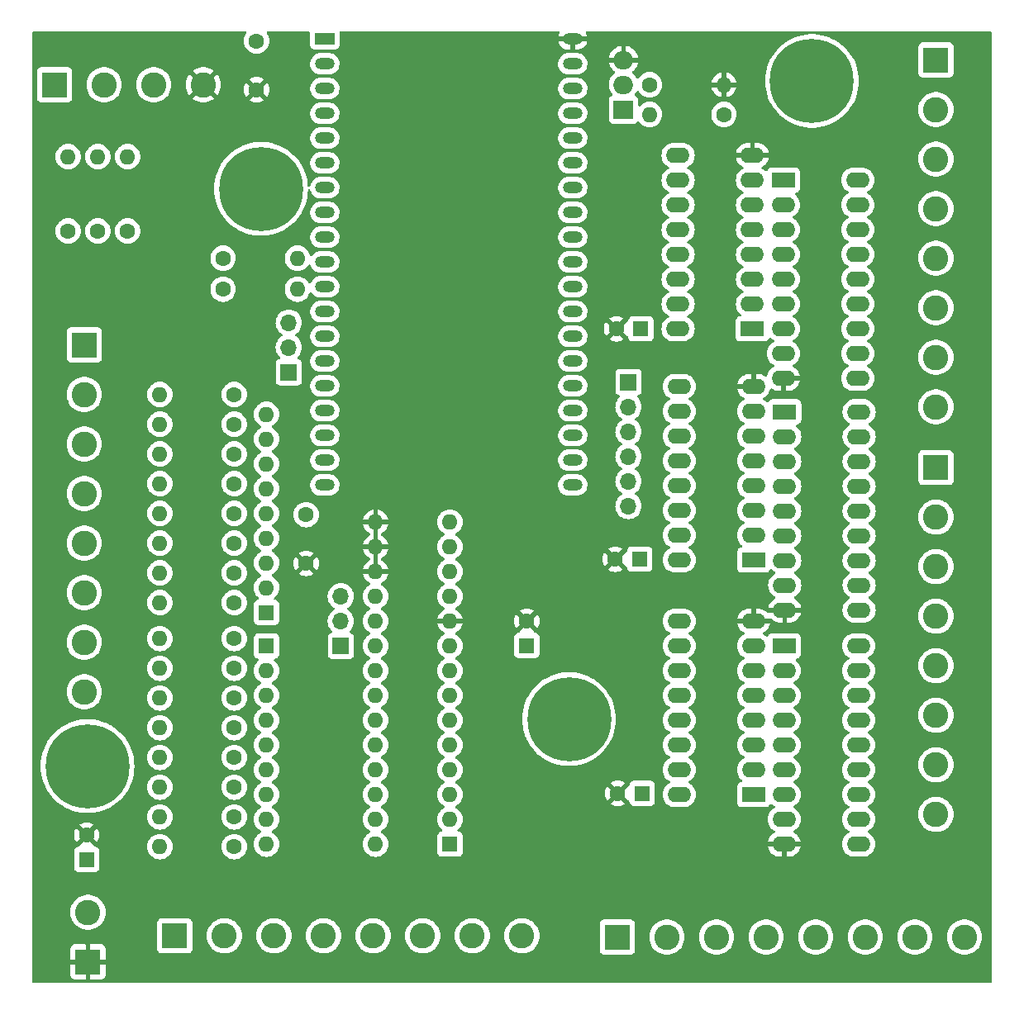
<source format=gbr>
%TF.GenerationSoftware,KiCad,Pcbnew,(7.0.0)*%
%TF.CreationDate,2023-05-27T01:43:54+02:00*%
%TF.ProjectId,workbench,776f726b-6265-46e6-9368-2e6b69636164,rev?*%
%TF.SameCoordinates,Original*%
%TF.FileFunction,Copper,L2,Inr*%
%TF.FilePolarity,Positive*%
%FSLAX46Y46*%
G04 Gerber Fmt 4.6, Leading zero omitted, Abs format (unit mm)*
G04 Created by KiCad (PCBNEW (7.0.0)) date 2023-05-27 01:43:54*
%MOMM*%
%LPD*%
G01*
G04 APERTURE LIST*
%TA.AperFunction,ComponentPad*%
%ADD10R,1.700000X1.700000*%
%TD*%
%TA.AperFunction,ComponentPad*%
%ADD11O,1.700000X1.700000*%
%TD*%
%TA.AperFunction,ComponentPad*%
%ADD12C,8.600000*%
%TD*%
%TA.AperFunction,ComponentPad*%
%ADD13C,0.900000*%
%TD*%
%TA.AperFunction,ComponentPad*%
%ADD14R,1.600000X1.600000*%
%TD*%
%TA.AperFunction,ComponentPad*%
%ADD15C,1.600000*%
%TD*%
%TA.AperFunction,ComponentPad*%
%ADD16O,1.600000X1.600000*%
%TD*%
%TA.AperFunction,ComponentPad*%
%ADD17R,2.400000X1.600000*%
%TD*%
%TA.AperFunction,ComponentPad*%
%ADD18O,2.400000X1.600000*%
%TD*%
%TA.AperFunction,ComponentPad*%
%ADD19R,2.600000X2.600000*%
%TD*%
%TA.AperFunction,ComponentPad*%
%ADD20C,2.600000*%
%TD*%
%TA.AperFunction,ComponentPad*%
%ADD21O,2.000000X1.200000*%
%TD*%
%TA.AperFunction,ComponentPad*%
%ADD22R,2.000000X1.200000*%
%TD*%
%TA.AperFunction,ComponentPad*%
%ADD23O,2.000000X1.905000*%
%TD*%
%TA.AperFunction,ComponentPad*%
%ADD24R,2.000000X1.905000*%
%TD*%
G04 APERTURE END LIST*
D10*
%TO.N,Net-(J6-Pin_1)*%
%TO.C,J6*%
X121411999Y-81152999D03*
D11*
%TO.N,Net-(J6-Pin_2)*%
X121411999Y-78612999D03*
%TO.N,Net-(J6-Pin_3)*%
X121411999Y-76072999D03*
%TD*%
D10*
%TO.N,Net-(J8-Pin_1)*%
%TO.C,J8*%
X156209999Y-82168999D03*
D11*
%TO.N,Net-(J8-Pin_2)*%
X156209999Y-84708999D03*
%TO.N,Net-(J8-Pin_3)*%
X156209999Y-87248999D03*
%TO.N,Net-(J8-Pin_4)*%
X156209999Y-89788999D03*
%TO.N,Net-(J8-Pin_5)*%
X156209999Y-92328999D03*
%TO.N,Net-(J8-Pin_6)*%
X156209999Y-94868999D03*
%TD*%
D12*
%TO.N,N/C*%
%TO.C,H4*%
X175006000Y-51308000D03*
D13*
X175006000Y-54533000D03*
X172725581Y-53588419D03*
X177286419Y-49027581D03*
X177286419Y-53588419D03*
X171781000Y-51308000D03*
X172725581Y-49027581D03*
X175006000Y-48083000D03*
X178231000Y-51308000D03*
%TD*%
D12*
%TO.N,N/C*%
%TO.C,H3*%
X118568000Y-62357000D03*
D13*
X118568000Y-65582000D03*
X116287581Y-64637419D03*
X120848419Y-60076581D03*
X120848419Y-64637419D03*
X115343000Y-62357000D03*
X116287581Y-60076581D03*
X118568000Y-59132000D03*
X121793000Y-62357000D03*
%TD*%
D12*
%TO.N,N/C*%
%TO.C,H2*%
X100788000Y-121539000D03*
D13*
X100788000Y-124764000D03*
X98507581Y-123819419D03*
X103068419Y-119258581D03*
X103068419Y-123819419D03*
X97563000Y-121539000D03*
X98507581Y-119258581D03*
X100788000Y-118314000D03*
X104013000Y-121539000D03*
%TD*%
D12*
%TO.N,N/C*%
%TO.C,H1*%
X150119600Y-116718600D03*
D13*
X150119600Y-119943600D03*
X147839181Y-118999019D03*
X152400019Y-114438181D03*
X152400019Y-118999019D03*
X146894600Y-116718600D03*
X147839181Y-114438181D03*
X150119600Y-113493600D03*
X153344600Y-116718600D03*
%TD*%
D14*
%TO.N,+5V*%
%TO.C,C3*%
X100710999Y-131103399D03*
D15*
%TO.N,GND*%
X100711000Y-128603400D03*
%TD*%
D10*
%TO.N,Net-(J5-Pin_1)*%
%TO.C,J5*%
X126745999Y-109219999D03*
D11*
%TO.N,Net-(J5-Pin_2)*%
X126745999Y-106679999D03*
%TO.N,Net-(J5-Pin_3)*%
X126745999Y-104139999D03*
%TD*%
D15*
%TO.N,+5V*%
%TO.C,C2*%
X123190000Y-95758000D03*
%TO.N,GND*%
X123190000Y-100758000D03*
%TD*%
%TO.N,+3.3V*%
%TO.C,C1*%
X118110000Y-47197000D03*
%TO.N,GND*%
X118110000Y-52197000D03*
%TD*%
%TO.N,+3.3V*%
%TO.C,R53*%
X165989000Y-54737000D03*
D16*
%TO.N,Net-(Q3-D)*%
X158368999Y-54736999D03*
%TD*%
D15*
%TO.N,Net-(RN2-R1)*%
%TO.C,R1*%
X115824000Y-108458000D03*
D16*
%TO.N,Net-(J11-Pin_8)*%
X108203999Y-108457999D03*
%TD*%
D15*
%TO.N,Net-(Q3-G)*%
%TO.C,R52*%
X158369000Y-51689000D03*
D16*
%TO.N,GND*%
X165988999Y-51688999D03*
%TD*%
D15*
%TO.N,+3.3V*%
%TO.C,R19*%
X114681000Y-69469000D03*
D16*
%TO.N,Net-(U11-DAC_2{slash}ADC2_CH9{slash}GPIO26)*%
X122300999Y-69468999D03*
%TD*%
D17*
%TO.N,/Chan24*%
%TO.C,U10*%
X172158999Y-109219999D03*
D18*
%TO.N,/Chan23*%
X172158999Y-111759999D03*
%TO.N,/Chan22*%
X172158999Y-114299999D03*
%TO.N,/Chan21*%
X172158999Y-116839999D03*
%TO.N,/Chan20*%
X172158999Y-119379999D03*
%TO.N,/Chan19*%
X172158999Y-121919999D03*
%TO.N,/Chan18*%
X172158999Y-124459999D03*
%TO.N,/Chan17*%
X172158999Y-126999999D03*
%TO.N,GND*%
X172158999Y-129539999D03*
%TO.N,+5V*%
X179778999Y-129539999D03*
%TO.N,Net-(J9-Pin_8)*%
X179778999Y-126999999D03*
%TO.N,Net-(J9-Pin_7)*%
X179778999Y-124459999D03*
%TO.N,Net-(J9-Pin_6)*%
X179778999Y-121919999D03*
%TO.N,Net-(J9-Pin_5)*%
X179778999Y-119379999D03*
%TO.N,Net-(J9-Pin_4)*%
X179778999Y-116839999D03*
%TO.N,Net-(J9-Pin_3)*%
X179778999Y-114299999D03*
%TO.N,Net-(J9-Pin_2)*%
X179778999Y-111759999D03*
%TO.N,Net-(J9-Pin_1)*%
X179778999Y-109219999D03*
%TD*%
D15*
%TO.N,Net-(RN2-R2)*%
%TO.C,R2*%
X115824000Y-111506000D03*
D16*
%TO.N,Net-(J11-Pin_7)*%
X108203999Y-111505999D03*
%TD*%
D15*
%TO.N,+3.3V*%
%TO.C,R20*%
X114681000Y-72644000D03*
D16*
%TO.N,Net-(U11-ADC2_CH7{slash}GPIO27)*%
X122300999Y-72643999D03*
%TD*%
D17*
%TO.N,/Chan18*%
%TO.C,U4*%
X169036999Y-124459999D03*
D18*
%TO.N,/Chan19*%
X169036999Y-121919999D03*
%TO.N,/Chan20*%
X169036999Y-119379999D03*
%TO.N,/Chan21*%
X169036999Y-116839999D03*
%TO.N,/Chan22*%
X169036999Y-114299999D03*
%TO.N,/Chan23*%
X169036999Y-111759999D03*
%TO.N,/Chan24*%
X169036999Y-109219999D03*
%TO.N,GND*%
X169036999Y-106679999D03*
%TO.N,unconnected-(U4-QH'-Pad9)*%
X161416999Y-106679999D03*
%TO.N,+3.3V*%
X161416999Y-109219999D03*
%TO.N,Net-(U11-GPIO22)*%
X161416999Y-111759999D03*
%TO.N,Net-(U11-GPIO21)*%
X161416999Y-114299999D03*
%TO.N,Net-(Q3-D)*%
X161416999Y-116839999D03*
%TO.N,Net-(U4-SER)*%
X161416999Y-119379999D03*
%TO.N,/Chan17*%
X161416999Y-121919999D03*
%TO.N,+3.3V*%
X161416999Y-124459999D03*
%TD*%
D14*
%TO.N,+3.3V*%
%TO.C,C16*%
X157606999Y-124332999D03*
D15*
%TO.N,GND*%
X155107000Y-124333000D03*
%TD*%
D17*
%TO.N,/Chan2*%
%TO.C,U2*%
X168909999Y-76707999D03*
D18*
%TO.N,/Chan3*%
X168909999Y-74167999D03*
%TO.N,/Chan4*%
X168909999Y-71627999D03*
%TO.N,/Chan5*%
X168909999Y-69087999D03*
%TO.N,/Chan6*%
X168909999Y-66547999D03*
%TO.N,/Chan7*%
X168909999Y-64007999D03*
%TO.N,/Chan8*%
X168909999Y-61467999D03*
%TO.N,GND*%
X168909999Y-58927999D03*
%TO.N,Net-(U2-QH')*%
X161289999Y-58927999D03*
%TO.N,+3.3V*%
X161289999Y-61467999D03*
%TO.N,Net-(U11-GPIO22)*%
X161289999Y-64007999D03*
%TO.N,Net-(U11-GPIO21)*%
X161289999Y-66547999D03*
%TO.N,Net-(Q3-D)*%
X161289999Y-69087999D03*
%TO.N,Net-(U11-GPIO19)*%
X161289999Y-71627999D03*
%TO.N,/Chan1*%
X161289999Y-74167999D03*
%TO.N,+3.3V*%
X161289999Y-76707999D03*
%TD*%
D14*
%TO.N,Net-(RN1-R1)*%
%TO.C,U6*%
X137921999Y-129539999D03*
D16*
%TO.N,Net-(RN1-R2)*%
X137921999Y-126999999D03*
%TO.N,Net-(RN1-R3)*%
X137921999Y-124459999D03*
%TO.N,Net-(RN1-R4)*%
X137921999Y-121919999D03*
%TO.N,Net-(RN1-R5)*%
X137921999Y-119379999D03*
%TO.N,Net-(RN1-R6)*%
X137921999Y-116839999D03*
%TO.N,Net-(RN1-R7)*%
X137921999Y-114299999D03*
%TO.N,Net-(RN1-R8)*%
X137921999Y-111759999D03*
%TO.N,+3.3V*%
X137921999Y-109219999D03*
%TO.N,GND*%
X137921999Y-106679999D03*
%TO.N,unconnected-(U6-NC-Pad11)*%
X137921999Y-104139999D03*
%TO.N,Net-(U11-ADC2_CH7{slash}GPIO27)*%
X137921999Y-101599999D03*
%TO.N,Net-(U11-DAC_2{slash}ADC2_CH9{slash}GPIO26)*%
X137921999Y-99059999D03*
%TO.N,unconnected-(U6-NC-Pad14)*%
X137921999Y-96519999D03*
%TO.N,GND*%
X130301999Y-96519999D03*
X130301999Y-99059999D03*
X130301999Y-101599999D03*
%TO.N,Net-(J5-Pin_3)*%
X130301999Y-104139999D03*
%TO.N,Net-(J5-Pin_2)*%
X130301999Y-106679999D03*
%TO.N,Net-(J5-Pin_1)*%
X130301999Y-109219999D03*
%TO.N,Net-(RN2-R1)*%
X130301999Y-111759999D03*
%TO.N,Net-(RN2-R2)*%
X130301999Y-114299999D03*
%TO.N,Net-(RN2-R3)*%
X130301999Y-116839999D03*
%TO.N,Net-(RN2-R4)*%
X130301999Y-119379999D03*
%TO.N,Net-(RN2-R5)*%
X130301999Y-121919999D03*
%TO.N,Net-(RN2-R6)*%
X130301999Y-124459999D03*
%TO.N,Net-(RN2-R7)*%
X130301999Y-126999999D03*
%TO.N,Net-(RN2-R8)*%
X130301999Y-129539999D03*
%TD*%
D19*
%TO.N,Net-(J2-Pin_1)*%
%TO.C,J2*%
X187705999Y-90931999D03*
D20*
%TO.N,Net-(J2-Pin_2)*%
X187706000Y-96012000D03*
%TO.N,Net-(J2-Pin_3)*%
X187706000Y-101092000D03*
%TO.N,Net-(J2-Pin_4)*%
X187706000Y-106172000D03*
%TO.N,Net-(J2-Pin_5)*%
X187706000Y-111252000D03*
%TO.N,Net-(J2-Pin_6)*%
X187706000Y-116332000D03*
%TO.N,Net-(J2-Pin_7)*%
X187706000Y-121412000D03*
%TO.N,Net-(J2-Pin_8)*%
X187706000Y-126492000D03*
%TD*%
%TO.N,Net-(J3-Pin_8)*%
%TO.C,J3*%
X100457000Y-113919000D03*
%TO.N,Net-(J3-Pin_7)*%
X100457000Y-108839000D03*
%TO.N,Net-(J3-Pin_6)*%
X100457000Y-103759000D03*
%TO.N,Net-(J3-Pin_5)*%
X100457000Y-98679000D03*
%TO.N,Net-(J3-Pin_4)*%
X100457000Y-93599000D03*
%TO.N,Net-(J3-Pin_3)*%
X100457000Y-88519000D03*
%TO.N,Net-(J3-Pin_2)*%
X100457000Y-83439000D03*
D19*
%TO.N,Net-(J3-Pin_1)*%
X100456999Y-78358999D03*
%TD*%
D14*
%TO.N,+3.3V*%
%TO.C,C17*%
X157479999Y-76707999D03*
D15*
%TO.N,GND*%
X154980000Y-76708000D03*
%TD*%
D21*
%TO.N,GND*%
%TO.C,U11*%
X150494999Y-46989999D03*
%TO.N,Net-(Q3-G)*%
X150494999Y-49529999D03*
%TO.N,Net-(U11-GPIO22)*%
X150494999Y-52069999D03*
%TO.N,unconnected-(U11-U0TXD{slash}GPIO1-Pad35)*%
X150494999Y-54609999D03*
%TO.N,unconnected-(U11-U0RXD{slash}GPIO3-Pad34)*%
X150494999Y-57149999D03*
%TO.N,Net-(U11-GPIO21)*%
X150494999Y-59689999D03*
%TO.N,unconnected-(U11-GND-Pad32)*%
X150494999Y-62229999D03*
%TO.N,Net-(U11-GPIO19)*%
X150494999Y-64769999D03*
%TO.N,Net-(J8-Pin_1)*%
X150494999Y-67309999D03*
%TO.N,Net-(J8-Pin_2)*%
X150494999Y-69849999D03*
%TO.N,Net-(J8-Pin_3)*%
X150494999Y-72389999D03*
%TO.N,Net-(J8-Pin_4)*%
X150494999Y-74929999D03*
%TO.N,Net-(J8-Pin_5)*%
X150494999Y-77469999D03*
%TO.N,unconnected-(U11-\u002AGPIO0{slash}BOOT{slash}ADC2_CH1-Pad25)*%
X150494999Y-80009999D03*
%TO.N,Net-(J8-Pin_6)*%
X150494999Y-82549999D03*
%TO.N,unconnected-(U11-\u002AMTDO{slash}GPIO15{slash}ADC2_CH3-Pad23)*%
X150494999Y-85089999D03*
%TO.N,unconnected-(U11-SD_DATA1{slash}GPIO8-Pad22)*%
X150494999Y-87629999D03*
%TO.N,unconnected-(U11-SD_DATA0{slash}GPIO7-Pad21)*%
X150491319Y-90167279D03*
%TO.N,unconnected-(U11-SD_CLK{slash}GPIO6-Pad20)*%
X150491319Y-92707279D03*
%TO.N,+5V*%
X125094999Y-92709999D03*
%TO.N,unconnected-(U11-CMD-Pad18)*%
X125094999Y-90169999D03*
%TO.N,unconnected-(U11-SD_DATA3{slash}GPIO10-Pad17)*%
X125094999Y-87629999D03*
%TO.N,unconnected-(U11-SD_DATA2{slash}GPIO9-Pad16)*%
X125094999Y-85089999D03*
%TO.N,Net-(J6-Pin_1)*%
X125094999Y-82549999D03*
%TO.N,unconnected-(U11-GND-Pad14)*%
X125094999Y-80009999D03*
%TO.N,Net-(J6-Pin_2)*%
X125094999Y-77469999D03*
%TO.N,Net-(J6-Pin_3)*%
X125094999Y-74929999D03*
%TO.N,Net-(U11-ADC2_CH7{slash}GPIO27)*%
X125094999Y-72389999D03*
%TO.N,Net-(U11-DAC_2{slash}ADC2_CH9{slash}GPIO26)*%
X125094999Y-69849999D03*
%TO.N,Net-(J10-Pin_1)*%
X125094999Y-67309999D03*
%TO.N,Net-(J10-Pin_2)*%
X125094999Y-64769999D03*
%TO.N,Net-(J10-Pin_3)*%
X125094999Y-62229999D03*
%TO.N,unconnected-(U11-VDET_2{slash}GPIO35{slash}ADC1_CH7-Pad6)*%
X125094999Y-59689999D03*
%TO.N,unconnected-(U11-VDET_1{slash}GPIO34{slash}ADC1_CH6-Pad5)*%
X125094999Y-57149999D03*
%TO.N,unconnected-(U11-SENSOR_VN{slash}GPIO39{slash}ADC1_CH3-Pad4)*%
X125094999Y-54609999D03*
%TO.N,unconnected-(U11-SENSOR_VP{slash}GPIO36{slash}ADC1_CH0-Pad3)*%
X125094999Y-52069999D03*
%TO.N,unconnected-(U11-CHIP_PU-Pad2)*%
X125094999Y-49529999D03*
D22*
%TO.N,+3.3V*%
X125094999Y-46989999D03*
%TD*%
D15*
%TO.N,Net-(RN2-R6)*%
%TO.C,R6*%
X115824000Y-123698000D03*
D16*
%TO.N,Net-(J11-Pin_3)*%
X108203999Y-123697999D03*
%TD*%
D19*
%TO.N,Net-(J4-Pin_1)*%
%TO.C,J4*%
X187705999Y-49148999D03*
D20*
%TO.N,Net-(J4-Pin_2)*%
X187706000Y-54229000D03*
%TO.N,Net-(J4-Pin_3)*%
X187706000Y-59309000D03*
%TO.N,Net-(J4-Pin_4)*%
X187706000Y-64389000D03*
%TO.N,Net-(J4-Pin_5)*%
X187706000Y-69469000D03*
%TO.N,Net-(J4-Pin_6)*%
X187706000Y-74549000D03*
%TO.N,Net-(J4-Pin_7)*%
X187706000Y-79629000D03*
%TO.N,Net-(J4-Pin_8)*%
X187706000Y-84709000D03*
%TD*%
D16*
%TO.N,Net-(J3-Pin_8)*%
%TO.C,R9*%
X108203999Y-104774999D03*
D15*
%TO.N,Net-(RN1-R1)*%
X115824000Y-104775000D03*
%TD*%
%TO.N,Net-(RN1-R5)*%
%TO.C,R13*%
X115824000Y-92583000D03*
D16*
%TO.N,Net-(J3-Pin_4)*%
X108203999Y-92582999D03*
%TD*%
D15*
%TO.N,Net-(RN2-R3)*%
%TO.C,R3*%
X115824000Y-114554000D03*
D16*
%TO.N,Net-(J11-Pin_6)*%
X108203999Y-114553999D03*
%TD*%
D15*
%TO.N,+3.3V*%
%TO.C,R22*%
X101854000Y-66675000D03*
D16*
%TO.N,Net-(J10-Pin_2)*%
X101853999Y-59054999D03*
%TD*%
D14*
%TO.N,+3.3V*%
%TO.C,C14*%
X145795999Y-109179999D03*
D15*
%TO.N,GND*%
X145796000Y-106680000D03*
%TD*%
%TO.N,Net-(RN1-R4)*%
%TO.C,R12*%
X115824000Y-95631000D03*
D16*
%TO.N,Net-(J3-Pin_5)*%
X108203999Y-95630999D03*
%TD*%
D17*
%TO.N,/Chan10*%
%TO.C,U7*%
X169036999Y-100393999D03*
D18*
%TO.N,/Chan11*%
X169036999Y-97853999D03*
%TO.N,/Chan12*%
X169036999Y-95313999D03*
%TO.N,/Chan13*%
X169036999Y-92773999D03*
%TO.N,/Chan14*%
X169036999Y-90233999D03*
%TO.N,/Chan15*%
X169036999Y-87693999D03*
%TO.N,/Chan16*%
X169036999Y-85153999D03*
%TO.N,GND*%
X169036999Y-82613999D03*
%TO.N,Net-(U4-SER)*%
X161416999Y-82613999D03*
%TO.N,+3.3V*%
X161416999Y-85153999D03*
%TO.N,Net-(U11-GPIO22)*%
X161416999Y-87693999D03*
%TO.N,Net-(U11-GPIO21)*%
X161416999Y-90233999D03*
%TO.N,Net-(Q3-D)*%
X161416999Y-92773999D03*
%TO.N,Net-(U2-QH')*%
X161416999Y-95313999D03*
%TO.N,/Chan9*%
X161416999Y-97853999D03*
%TO.N,+3.3V*%
X161416999Y-100393999D03*
%TD*%
D15*
%TO.N,Net-(RN2-R7)*%
%TO.C,R7*%
X115824000Y-126746000D03*
D16*
%TO.N,Net-(J11-Pin_2)*%
X108203999Y-126745999D03*
%TD*%
D23*
%TO.N,GND*%
%TO.C,Q3*%
X155701999Y-49148999D03*
%TO.N,Net-(Q3-G)*%
X155701999Y-51688999D03*
D24*
%TO.N,Net-(Q3-D)*%
X155701999Y-54228999D03*
%TD*%
D20*
%TO.N,Net-(J9-Pin_8)*%
%TO.C,J9*%
X190627000Y-139065000D03*
%TO.N,Net-(J9-Pin_7)*%
X185547000Y-139065000D03*
%TO.N,Net-(J9-Pin_6)*%
X180467000Y-139065000D03*
%TO.N,Net-(J9-Pin_5)*%
X175387000Y-139065000D03*
%TO.N,Net-(J9-Pin_4)*%
X170307000Y-139065000D03*
%TO.N,Net-(J9-Pin_3)*%
X165227000Y-139065000D03*
%TO.N,Net-(J9-Pin_2)*%
X160147000Y-139065000D03*
D19*
%TO.N,Net-(J9-Pin_1)*%
X155066999Y-139064999D03*
%TD*%
D17*
%TO.N,/Chan8*%
%TO.C,U3*%
X172084999Y-61467999D03*
D18*
%TO.N,/Chan7*%
X172084999Y-64007999D03*
%TO.N,/Chan6*%
X172084999Y-66547999D03*
%TO.N,/Chan5*%
X172084999Y-69087999D03*
%TO.N,/Chan4*%
X172084999Y-71627999D03*
%TO.N,/Chan3*%
X172084999Y-74167999D03*
%TO.N,/Chan2*%
X172084999Y-76707999D03*
%TO.N,/Chan1*%
X172084999Y-79247999D03*
%TO.N,GND*%
X172084999Y-81787999D03*
%TO.N,+5V*%
X179704999Y-81787999D03*
%TO.N,Net-(J4-Pin_8)*%
X179704999Y-79247999D03*
%TO.N,Net-(J4-Pin_7)*%
X179704999Y-76707999D03*
%TO.N,Net-(J4-Pin_6)*%
X179704999Y-74167999D03*
%TO.N,Net-(J4-Pin_5)*%
X179704999Y-71627999D03*
%TO.N,Net-(J4-Pin_4)*%
X179704999Y-69087999D03*
%TO.N,Net-(J4-Pin_3)*%
X179704999Y-66547999D03*
%TO.N,Net-(J4-Pin_2)*%
X179704999Y-64007999D03*
%TO.N,Net-(J4-Pin_1)*%
X179704999Y-61467999D03*
%TD*%
D15*
%TO.N,Net-(RN1-R8)*%
%TO.C,R16*%
X115824000Y-83439000D03*
D16*
%TO.N,Net-(J3-Pin_1)*%
X108203999Y-83438999D03*
%TD*%
D15*
%TO.N,Net-(RN1-R3)*%
%TO.C,R11*%
X115824000Y-98679000D03*
D16*
%TO.N,Net-(J3-Pin_6)*%
X108203999Y-98678999D03*
%TD*%
D19*
%TO.N,Net-(J11-Pin_1)*%
%TO.C,J11*%
X109727999Y-138937999D03*
D20*
%TO.N,Net-(J11-Pin_2)*%
X114808000Y-138938000D03*
%TO.N,Net-(J11-Pin_3)*%
X119888000Y-138938000D03*
%TO.N,Net-(J11-Pin_4)*%
X124968000Y-138938000D03*
%TO.N,Net-(J11-Pin_5)*%
X130048000Y-138938000D03*
%TO.N,Net-(J11-Pin_6)*%
X135128000Y-138938000D03*
%TO.N,Net-(J11-Pin_7)*%
X140208000Y-138938000D03*
%TO.N,Net-(J11-Pin_8)*%
X145288000Y-138938000D03*
%TD*%
D15*
%TO.N,+3.3V*%
%TO.C,R35*%
X98806000Y-66675000D03*
D16*
%TO.N,Net-(J10-Pin_1)*%
X98805999Y-59054999D03*
%TD*%
D15*
%TO.N,Net-(RN2-R4)*%
%TO.C,R4*%
X115824000Y-117602000D03*
D16*
%TO.N,Net-(J11-Pin_5)*%
X108203999Y-117601999D03*
%TD*%
D15*
%TO.N,+3.3V*%
%TO.C,R21*%
X104902000Y-66675000D03*
D16*
%TO.N,Net-(J10-Pin_3)*%
X104901999Y-59054999D03*
%TD*%
D17*
%TO.N,/Chan16*%
%TO.C,U9*%
X172211999Y-85216999D03*
D18*
%TO.N,/Chan15*%
X172211999Y-87756999D03*
%TO.N,/Chan14*%
X172211999Y-90296999D03*
%TO.N,/Chan13*%
X172211999Y-92836999D03*
%TO.N,/Chan12*%
X172211999Y-95376999D03*
%TO.N,/Chan11*%
X172211999Y-97916999D03*
%TO.N,/Chan10*%
X172211999Y-100456999D03*
%TO.N,/Chan9*%
X172211999Y-102996999D03*
%TO.N,GND*%
X172211999Y-105536999D03*
%TO.N,+5V*%
X179831999Y-105536999D03*
%TO.N,Net-(J2-Pin_8)*%
X179831999Y-102996999D03*
%TO.N,Net-(J2-Pin_7)*%
X179831999Y-100456999D03*
%TO.N,Net-(J2-Pin_6)*%
X179831999Y-97916999D03*
%TO.N,Net-(J2-Pin_5)*%
X179831999Y-95376999D03*
%TO.N,Net-(J2-Pin_4)*%
X179831999Y-92836999D03*
%TO.N,Net-(J2-Pin_3)*%
X179831999Y-90296999D03*
%TO.N,Net-(J2-Pin_2)*%
X179831999Y-87756999D03*
%TO.N,Net-(J2-Pin_1)*%
X179831999Y-85216999D03*
%TD*%
D15*
%TO.N,Net-(RN1-R2)*%
%TO.C,R10*%
X115824000Y-101727000D03*
D16*
%TO.N,Net-(J3-Pin_7)*%
X108203999Y-101726999D03*
%TD*%
%TO.N,Net-(J11-Pin_4)*%
%TO.C,R5*%
X108203999Y-120649999D03*
D15*
%TO.N,Net-(RN2-R5)*%
X115824000Y-120650000D03*
%TD*%
D19*
%TO.N,Net-(J10-Pin_1)*%
%TO.C,J10*%
X97408999Y-51688999D03*
D20*
%TO.N,Net-(J10-Pin_2)*%
X102489000Y-51689000D03*
%TO.N,Net-(J10-Pin_3)*%
X107569000Y-51689000D03*
%TO.N,GND*%
X112649000Y-51689000D03*
%TD*%
D15*
%TO.N,Net-(RN1-R7)*%
%TO.C,R15*%
X115824000Y-86487000D03*
D16*
%TO.N,Net-(J3-Pin_2)*%
X108203999Y-86486999D03*
%TD*%
D15*
%TO.N,Net-(RN1-R6)*%
%TO.C,R14*%
X115824000Y-89535000D03*
D16*
%TO.N,Net-(J3-Pin_3)*%
X108203999Y-89534999D03*
%TD*%
D19*
%TO.N,GND*%
%TO.C,J1*%
X100837999Y-141604999D03*
D20*
%TO.N,+5V*%
X100838000Y-136525000D03*
%TD*%
D14*
%TO.N,+3.3V*%
%TO.C,RN1*%
X119125999Y-105790999D03*
D16*
%TO.N,Net-(RN1-R1)*%
X119125999Y-103250999D03*
%TO.N,Net-(RN1-R2)*%
X119125999Y-100710999D03*
%TO.N,Net-(RN1-R3)*%
X119125999Y-98170999D03*
%TO.N,Net-(RN1-R4)*%
X119125999Y-95630999D03*
%TO.N,Net-(RN1-R5)*%
X119125999Y-93090999D03*
%TO.N,Net-(RN1-R6)*%
X119125999Y-90550999D03*
%TO.N,Net-(RN1-R7)*%
X119125999Y-88010999D03*
%TO.N,Net-(RN1-R8)*%
X119125999Y-85470999D03*
%TD*%
D14*
%TO.N,+3.3V*%
%TO.C,RN2*%
X119125999Y-109219999D03*
D16*
%TO.N,Net-(RN2-R1)*%
X119125999Y-111759999D03*
%TO.N,Net-(RN2-R2)*%
X119125999Y-114299999D03*
%TO.N,Net-(RN2-R3)*%
X119125999Y-116839999D03*
%TO.N,Net-(RN2-R4)*%
X119125999Y-119379999D03*
%TO.N,Net-(RN2-R5)*%
X119125999Y-121919999D03*
%TO.N,Net-(RN2-R6)*%
X119125999Y-124459999D03*
%TO.N,Net-(RN2-R7)*%
X119125999Y-126999999D03*
%TO.N,Net-(RN2-R8)*%
X119125999Y-129539999D03*
%TD*%
D15*
%TO.N,Net-(RN2-R8)*%
%TO.C,R8*%
X115824000Y-129794000D03*
D16*
%TO.N,Net-(J11-Pin_1)*%
X108203999Y-129793999D03*
%TD*%
D14*
%TO.N,+3.3V*%
%TO.C,C15*%
X157352999Y-100329999D03*
D15*
%TO.N,GND*%
X154853000Y-100330000D03*
%TD*%
%TA.AperFunction,Conductor*%
%TO.N,GND*%
G36*
X103659309Y-46229077D02*
G01*
X116960768Y-46230756D01*
X117025089Y-46248753D01*
X117070744Y-46297506D01*
X117084485Y-46362869D01*
X117062326Y-46425879D01*
X116982540Y-46539826D01*
X116982535Y-46539833D01*
X116979432Y-46544266D01*
X116977144Y-46549172D01*
X116977142Y-46549176D01*
X116885550Y-46745594D01*
X116885547Y-46745599D01*
X116883261Y-46750504D01*
X116881862Y-46755724D01*
X116881858Y-46755736D01*
X116825764Y-46965083D01*
X116825762Y-46965094D01*
X116824365Y-46970308D01*
X116823893Y-46975693D01*
X116823893Y-46975698D01*
X116805004Y-47191605D01*
X116804532Y-47197000D01*
X116805004Y-47202395D01*
X116823212Y-47410519D01*
X116824365Y-47423692D01*
X116825762Y-47428907D01*
X116825764Y-47428916D01*
X116881858Y-47638263D01*
X116881861Y-47638271D01*
X116883261Y-47643496D01*
X116885549Y-47648403D01*
X116885550Y-47648405D01*
X116921498Y-47725496D01*
X116979432Y-47849734D01*
X117109953Y-48036139D01*
X117270861Y-48197047D01*
X117457266Y-48327568D01*
X117663504Y-48423739D01*
X117668734Y-48425140D01*
X117668736Y-48425141D01*
X117841636Y-48471469D01*
X117883308Y-48482635D01*
X118110000Y-48502468D01*
X118336692Y-48482635D01*
X118556496Y-48423739D01*
X118762734Y-48327568D01*
X118949139Y-48197047D01*
X119110047Y-48036139D01*
X119240568Y-47849734D01*
X119336739Y-47643496D01*
X119395635Y-47423692D01*
X119415468Y-47197000D01*
X119395635Y-46970308D01*
X119336739Y-46750504D01*
X119240568Y-46544266D01*
X119169576Y-46442878D01*
X119157876Y-46426168D01*
X119135716Y-46363150D01*
X119149465Y-46297781D01*
X119195133Y-46249030D01*
X119259460Y-46231046D01*
X123470520Y-46231578D01*
X123532509Y-46248195D01*
X123577890Y-46293581D01*
X123594500Y-46355577D01*
X123594500Y-47634560D01*
X123594500Y-47634578D01*
X123594501Y-47637872D01*
X123594853Y-47641150D01*
X123594854Y-47641161D01*
X123600079Y-47689768D01*
X123600080Y-47689773D01*
X123600909Y-47697483D01*
X123603619Y-47704749D01*
X123603620Y-47704753D01*
X123620210Y-47749232D01*
X123651204Y-47832331D01*
X123656518Y-47839430D01*
X123656519Y-47839431D01*
X123673252Y-47861784D01*
X123737454Y-47947546D01*
X123852669Y-48033796D01*
X123987517Y-48084091D01*
X124047127Y-48090500D01*
X126142872Y-48090499D01*
X126202483Y-48084091D01*
X126337331Y-48033796D01*
X126452546Y-47947546D01*
X126538796Y-47832331D01*
X126589091Y-47697483D01*
X126595500Y-47637873D01*
X126595500Y-47242505D01*
X149026927Y-47242505D01*
X149027060Y-47253679D01*
X149049377Y-47345670D01*
X149053225Y-47356788D01*
X149135580Y-47537121D01*
X149141468Y-47547319D01*
X149256463Y-47708806D01*
X149264172Y-47717703D01*
X149407658Y-47854517D01*
X149416899Y-47861784D01*
X149583685Y-47968971D01*
X149594143Y-47974363D01*
X149778201Y-48048049D01*
X149789484Y-48051362D01*
X149984165Y-48088882D01*
X149995866Y-48090000D01*
X150228674Y-48090000D01*
X150241549Y-48086549D01*
X150245000Y-48073674D01*
X150745000Y-48073674D01*
X150748450Y-48086549D01*
X150761326Y-48090000D01*
X150944450Y-48090000D01*
X150950339Y-48089719D01*
X151098242Y-48075596D01*
X151109793Y-48073369D01*
X151300026Y-48017512D01*
X151310932Y-48013146D01*
X151487159Y-47922295D01*
X151497055Y-47915935D01*
X151652894Y-47793382D01*
X151661408Y-47785264D01*
X151791243Y-47635427D01*
X151798062Y-47625850D01*
X151897191Y-47454153D01*
X151902079Y-47443450D01*
X151966924Y-47256095D01*
X151968279Y-47250511D01*
X151967693Y-47242318D01*
X151957036Y-47240000D01*
X150761326Y-47240000D01*
X150748450Y-47243450D01*
X150745000Y-47256326D01*
X150745000Y-48073674D01*
X150245000Y-48073674D01*
X150245000Y-47256326D01*
X150241549Y-47243450D01*
X150228674Y-47240000D01*
X149037819Y-47240000D01*
X149026927Y-47242505D01*
X126595500Y-47242505D01*
X126595499Y-46355986D01*
X126612114Y-46293983D01*
X126657508Y-46248595D01*
X126719509Y-46231988D01*
X149046088Y-46234806D01*
X149108076Y-46251424D01*
X149153457Y-46296811D01*
X149170066Y-46358808D01*
X149153454Y-46420804D01*
X149092806Y-46525849D01*
X149087920Y-46536549D01*
X149023075Y-46723904D01*
X149021720Y-46729488D01*
X149022306Y-46737681D01*
X149032964Y-46740000D01*
X151952181Y-46740000D01*
X151963072Y-46737494D01*
X151962939Y-46726320D01*
X151940622Y-46634329D01*
X151936774Y-46623211D01*
X151854419Y-46442878D01*
X151848533Y-46432683D01*
X151847407Y-46431102D01*
X151847055Y-46430123D01*
X151845581Y-46427570D01*
X151846041Y-46427304D01*
X151824728Y-46368017D01*
X151838199Y-46302347D01*
X151883883Y-46253285D01*
X151948424Y-46235172D01*
X193297017Y-46240392D01*
X193359009Y-46257010D01*
X193404390Y-46302397D01*
X193421000Y-46364392D01*
X193421000Y-143640016D01*
X193404390Y-143702011D01*
X193359009Y-143747398D01*
X193297017Y-143764015D01*
X143987231Y-143770239D01*
X95247016Y-143776392D01*
X95185009Y-143759784D01*
X95139615Y-143714397D01*
X95123000Y-143652392D01*
X95123000Y-142949518D01*
X99038000Y-142949518D01*
X99038353Y-142956114D01*
X99043573Y-143004667D01*
X99047111Y-143019641D01*
X99091547Y-143138777D01*
X99099962Y-143154189D01*
X99175498Y-143255092D01*
X99187907Y-143267501D01*
X99288810Y-143343037D01*
X99304222Y-143351452D01*
X99423358Y-143395888D01*
X99438332Y-143399426D01*
X99486885Y-143404646D01*
X99493482Y-143405000D01*
X100571674Y-143405000D01*
X100584549Y-143401549D01*
X100588000Y-143388674D01*
X101088000Y-143388674D01*
X101091450Y-143401549D01*
X101104326Y-143405000D01*
X102182518Y-143405000D01*
X102189114Y-143404646D01*
X102237667Y-143399426D01*
X102252641Y-143395888D01*
X102371777Y-143351452D01*
X102387189Y-143343037D01*
X102488092Y-143267501D01*
X102500501Y-143255092D01*
X102576037Y-143154189D01*
X102584452Y-143138777D01*
X102628888Y-143019641D01*
X102632426Y-143004667D01*
X102637646Y-142956114D01*
X102638000Y-142949518D01*
X102638000Y-141871326D01*
X102634549Y-141858450D01*
X102621674Y-141855000D01*
X101104326Y-141855000D01*
X101091450Y-141858450D01*
X101088000Y-141871326D01*
X101088000Y-143388674D01*
X100588000Y-143388674D01*
X100588000Y-141871326D01*
X100584549Y-141858450D01*
X100571674Y-141855000D01*
X99054326Y-141855000D01*
X99041450Y-141858450D01*
X99038000Y-141871326D01*
X99038000Y-142949518D01*
X95123000Y-142949518D01*
X95123000Y-141338674D01*
X99038000Y-141338674D01*
X99041450Y-141351549D01*
X99054326Y-141355000D01*
X100571674Y-141355000D01*
X100584549Y-141351549D01*
X100588000Y-141338674D01*
X101088000Y-141338674D01*
X101091450Y-141351549D01*
X101104326Y-141355000D01*
X102621674Y-141355000D01*
X102634549Y-141351549D01*
X102638000Y-141338674D01*
X102638000Y-140282578D01*
X107927500Y-140282578D01*
X107927501Y-140285872D01*
X107927853Y-140289150D01*
X107927854Y-140289161D01*
X107933079Y-140337768D01*
X107933080Y-140337773D01*
X107933909Y-140345483D01*
X107936619Y-140352749D01*
X107936620Y-140352753D01*
X107957804Y-140409550D01*
X107984204Y-140480331D01*
X108070454Y-140595546D01*
X108185669Y-140681796D01*
X108320517Y-140732091D01*
X108380127Y-140738500D01*
X111075872Y-140738499D01*
X111135483Y-140732091D01*
X111270331Y-140681796D01*
X111385546Y-140595546D01*
X111471796Y-140480331D01*
X111522091Y-140345483D01*
X111528500Y-140285873D01*
X111528499Y-138938000D01*
X113002451Y-138938000D01*
X113022617Y-139207103D01*
X113082666Y-139470195D01*
X113181257Y-139721398D01*
X113316185Y-139955102D01*
X113484439Y-140166085D01*
X113579065Y-140253885D01*
X113621312Y-140293085D01*
X113682259Y-140349635D01*
X113905226Y-140501651D01*
X114148359Y-140618738D01*
X114152787Y-140620103D01*
X114152790Y-140620105D01*
X114277293Y-140658508D01*
X114406228Y-140698280D01*
X114673071Y-140738500D01*
X114938292Y-140738500D01*
X114942929Y-140738500D01*
X115209772Y-140698280D01*
X115467641Y-140618738D01*
X115710775Y-140501651D01*
X115933741Y-140349635D01*
X116131561Y-140166085D01*
X116299815Y-139955102D01*
X116434743Y-139721398D01*
X116533334Y-139470195D01*
X116593383Y-139207103D01*
X116613549Y-138938000D01*
X118082451Y-138938000D01*
X118102617Y-139207103D01*
X118162666Y-139470195D01*
X118261257Y-139721398D01*
X118396185Y-139955102D01*
X118564439Y-140166085D01*
X118659065Y-140253885D01*
X118701312Y-140293085D01*
X118762259Y-140349635D01*
X118985226Y-140501651D01*
X119228359Y-140618738D01*
X119232787Y-140620103D01*
X119232790Y-140620105D01*
X119357293Y-140658508D01*
X119486228Y-140698280D01*
X119753071Y-140738500D01*
X120018292Y-140738500D01*
X120022929Y-140738500D01*
X120289772Y-140698280D01*
X120547641Y-140618738D01*
X120790775Y-140501651D01*
X121013741Y-140349635D01*
X121211561Y-140166085D01*
X121379815Y-139955102D01*
X121514743Y-139721398D01*
X121613334Y-139470195D01*
X121673383Y-139207103D01*
X121693549Y-138938000D01*
X123162451Y-138938000D01*
X123182617Y-139207103D01*
X123242666Y-139470195D01*
X123341257Y-139721398D01*
X123476185Y-139955102D01*
X123644439Y-140166085D01*
X123739065Y-140253885D01*
X123781312Y-140293085D01*
X123842259Y-140349635D01*
X124065226Y-140501651D01*
X124308359Y-140618738D01*
X124312787Y-140620103D01*
X124312790Y-140620105D01*
X124437293Y-140658508D01*
X124566228Y-140698280D01*
X124833071Y-140738500D01*
X125098292Y-140738500D01*
X125102929Y-140738500D01*
X125369772Y-140698280D01*
X125627641Y-140618738D01*
X125870775Y-140501651D01*
X126093741Y-140349635D01*
X126291561Y-140166085D01*
X126459815Y-139955102D01*
X126594743Y-139721398D01*
X126693334Y-139470195D01*
X126753383Y-139207103D01*
X126773549Y-138938000D01*
X128242451Y-138938000D01*
X128262617Y-139207103D01*
X128322666Y-139470195D01*
X128421257Y-139721398D01*
X128556185Y-139955102D01*
X128724439Y-140166085D01*
X128819065Y-140253885D01*
X128861312Y-140293085D01*
X128922259Y-140349635D01*
X129145226Y-140501651D01*
X129388359Y-140618738D01*
X129392787Y-140620103D01*
X129392790Y-140620105D01*
X129517293Y-140658508D01*
X129646228Y-140698280D01*
X129913071Y-140738500D01*
X130178292Y-140738500D01*
X130182929Y-140738500D01*
X130449772Y-140698280D01*
X130707641Y-140618738D01*
X130950775Y-140501651D01*
X131173741Y-140349635D01*
X131371561Y-140166085D01*
X131539815Y-139955102D01*
X131674743Y-139721398D01*
X131773334Y-139470195D01*
X131833383Y-139207103D01*
X131853549Y-138938000D01*
X133322451Y-138938000D01*
X133342617Y-139207103D01*
X133402666Y-139470195D01*
X133501257Y-139721398D01*
X133636185Y-139955102D01*
X133804439Y-140166085D01*
X133899065Y-140253885D01*
X133941312Y-140293085D01*
X134002259Y-140349635D01*
X134225226Y-140501651D01*
X134468359Y-140618738D01*
X134472787Y-140620103D01*
X134472790Y-140620105D01*
X134597293Y-140658508D01*
X134726228Y-140698280D01*
X134993071Y-140738500D01*
X135258292Y-140738500D01*
X135262929Y-140738500D01*
X135529772Y-140698280D01*
X135787641Y-140618738D01*
X136030775Y-140501651D01*
X136253741Y-140349635D01*
X136451561Y-140166085D01*
X136619815Y-139955102D01*
X136754743Y-139721398D01*
X136853334Y-139470195D01*
X136913383Y-139207103D01*
X136933549Y-138938000D01*
X138402451Y-138938000D01*
X138422617Y-139207103D01*
X138482666Y-139470195D01*
X138581257Y-139721398D01*
X138716185Y-139955102D01*
X138884439Y-140166085D01*
X138979065Y-140253885D01*
X139021312Y-140293085D01*
X139082259Y-140349635D01*
X139305226Y-140501651D01*
X139548359Y-140618738D01*
X139552787Y-140620103D01*
X139552790Y-140620105D01*
X139677293Y-140658508D01*
X139806228Y-140698280D01*
X140073071Y-140738500D01*
X140338292Y-140738500D01*
X140342929Y-140738500D01*
X140609772Y-140698280D01*
X140867641Y-140618738D01*
X141110775Y-140501651D01*
X141333741Y-140349635D01*
X141531561Y-140166085D01*
X141699815Y-139955102D01*
X141834743Y-139721398D01*
X141933334Y-139470195D01*
X141993383Y-139207103D01*
X142013549Y-138938000D01*
X143482451Y-138938000D01*
X143502617Y-139207103D01*
X143562666Y-139470195D01*
X143661257Y-139721398D01*
X143796185Y-139955102D01*
X143964439Y-140166085D01*
X144059065Y-140253885D01*
X144101312Y-140293085D01*
X144162259Y-140349635D01*
X144385226Y-140501651D01*
X144628359Y-140618738D01*
X144632787Y-140620103D01*
X144632790Y-140620105D01*
X144757293Y-140658508D01*
X144886228Y-140698280D01*
X145153071Y-140738500D01*
X145418292Y-140738500D01*
X145422929Y-140738500D01*
X145689772Y-140698280D01*
X145947641Y-140618738D01*
X146190775Y-140501651D01*
X146325821Y-140409578D01*
X153266500Y-140409578D01*
X153266501Y-140412872D01*
X153266853Y-140416150D01*
X153266854Y-140416161D01*
X153272079Y-140464768D01*
X153272080Y-140464773D01*
X153272909Y-140472483D01*
X153275619Y-140479749D01*
X153275620Y-140479753D01*
X153275836Y-140480331D01*
X153323204Y-140607331D01*
X153328518Y-140614430D01*
X153328519Y-140614431D01*
X153378948Y-140681796D01*
X153409454Y-140722546D01*
X153524669Y-140808796D01*
X153659517Y-140859091D01*
X153719127Y-140865500D01*
X156414872Y-140865499D01*
X156474483Y-140859091D01*
X156609331Y-140808796D01*
X156724546Y-140722546D01*
X156810796Y-140607331D01*
X156861091Y-140472483D01*
X156867500Y-140412873D01*
X156867499Y-139065000D01*
X158341451Y-139065000D01*
X158341798Y-139069631D01*
X158352438Y-139211622D01*
X158361617Y-139334103D01*
X158421666Y-139597195D01*
X158520257Y-139848398D01*
X158655185Y-140082102D01*
X158823439Y-140293085D01*
X158887201Y-140352247D01*
X158948958Y-140409550D01*
X159021259Y-140476635D01*
X159244226Y-140628651D01*
X159487359Y-140745738D01*
X159491787Y-140747103D01*
X159491790Y-140747105D01*
X159616293Y-140785508D01*
X159745228Y-140825280D01*
X160012071Y-140865500D01*
X160277292Y-140865500D01*
X160281929Y-140865500D01*
X160548772Y-140825280D01*
X160806641Y-140745738D01*
X161049775Y-140628651D01*
X161272741Y-140476635D01*
X161470561Y-140293085D01*
X161638815Y-140082102D01*
X161773743Y-139848398D01*
X161872334Y-139597195D01*
X161932383Y-139334103D01*
X161952549Y-139065000D01*
X163421451Y-139065000D01*
X163421798Y-139069631D01*
X163432438Y-139211622D01*
X163441617Y-139334103D01*
X163501666Y-139597195D01*
X163600257Y-139848398D01*
X163735185Y-140082102D01*
X163903439Y-140293085D01*
X163967201Y-140352247D01*
X164028958Y-140409550D01*
X164101259Y-140476635D01*
X164324226Y-140628651D01*
X164567359Y-140745738D01*
X164571787Y-140747103D01*
X164571790Y-140747105D01*
X164696293Y-140785508D01*
X164825228Y-140825280D01*
X165092071Y-140865500D01*
X165357292Y-140865500D01*
X165361929Y-140865500D01*
X165628772Y-140825280D01*
X165886641Y-140745738D01*
X166129775Y-140628651D01*
X166352741Y-140476635D01*
X166550561Y-140293085D01*
X166718815Y-140082102D01*
X166853743Y-139848398D01*
X166952334Y-139597195D01*
X167012383Y-139334103D01*
X167032549Y-139065000D01*
X168501451Y-139065000D01*
X168501798Y-139069631D01*
X168512438Y-139211622D01*
X168521617Y-139334103D01*
X168581666Y-139597195D01*
X168680257Y-139848398D01*
X168815185Y-140082102D01*
X168983439Y-140293085D01*
X169047201Y-140352247D01*
X169108958Y-140409550D01*
X169181259Y-140476635D01*
X169404226Y-140628651D01*
X169647359Y-140745738D01*
X169651787Y-140747103D01*
X169651790Y-140747105D01*
X169776293Y-140785508D01*
X169905228Y-140825280D01*
X170172071Y-140865500D01*
X170437292Y-140865500D01*
X170441929Y-140865500D01*
X170708772Y-140825280D01*
X170966641Y-140745738D01*
X171209775Y-140628651D01*
X171432741Y-140476635D01*
X171630561Y-140293085D01*
X171798815Y-140082102D01*
X171933743Y-139848398D01*
X172032334Y-139597195D01*
X172092383Y-139334103D01*
X172112549Y-139065000D01*
X173581451Y-139065000D01*
X173581798Y-139069631D01*
X173592438Y-139211622D01*
X173601617Y-139334103D01*
X173661666Y-139597195D01*
X173760257Y-139848398D01*
X173895185Y-140082102D01*
X174063439Y-140293085D01*
X174127201Y-140352247D01*
X174188958Y-140409550D01*
X174261259Y-140476635D01*
X174484226Y-140628651D01*
X174727359Y-140745738D01*
X174731787Y-140747103D01*
X174731790Y-140747105D01*
X174856293Y-140785508D01*
X174985228Y-140825280D01*
X175252071Y-140865500D01*
X175517292Y-140865500D01*
X175521929Y-140865500D01*
X175788772Y-140825280D01*
X176046641Y-140745738D01*
X176289775Y-140628651D01*
X176512741Y-140476635D01*
X176710561Y-140293085D01*
X176878815Y-140082102D01*
X177013743Y-139848398D01*
X177112334Y-139597195D01*
X177172383Y-139334103D01*
X177192549Y-139065000D01*
X178661451Y-139065000D01*
X178661798Y-139069631D01*
X178672438Y-139211622D01*
X178681617Y-139334103D01*
X178741666Y-139597195D01*
X178840257Y-139848398D01*
X178975185Y-140082102D01*
X179143439Y-140293085D01*
X179207201Y-140352247D01*
X179268958Y-140409550D01*
X179341259Y-140476635D01*
X179564226Y-140628651D01*
X179807359Y-140745738D01*
X179811787Y-140747103D01*
X179811790Y-140747105D01*
X179936293Y-140785508D01*
X180065228Y-140825280D01*
X180332071Y-140865500D01*
X180597292Y-140865500D01*
X180601929Y-140865500D01*
X180868772Y-140825280D01*
X181126641Y-140745738D01*
X181369775Y-140628651D01*
X181592741Y-140476635D01*
X181790561Y-140293085D01*
X181958815Y-140082102D01*
X182093743Y-139848398D01*
X182192334Y-139597195D01*
X182252383Y-139334103D01*
X182272549Y-139065000D01*
X183741451Y-139065000D01*
X183741798Y-139069631D01*
X183752438Y-139211622D01*
X183761617Y-139334103D01*
X183821666Y-139597195D01*
X183920257Y-139848398D01*
X184055185Y-140082102D01*
X184223439Y-140293085D01*
X184287201Y-140352247D01*
X184348958Y-140409550D01*
X184421259Y-140476635D01*
X184644226Y-140628651D01*
X184887359Y-140745738D01*
X184891787Y-140747103D01*
X184891790Y-140747105D01*
X185016293Y-140785508D01*
X185145228Y-140825280D01*
X185412071Y-140865500D01*
X185677292Y-140865500D01*
X185681929Y-140865500D01*
X185948772Y-140825280D01*
X186206641Y-140745738D01*
X186449775Y-140628651D01*
X186672741Y-140476635D01*
X186870561Y-140293085D01*
X187038815Y-140082102D01*
X187173743Y-139848398D01*
X187272334Y-139597195D01*
X187332383Y-139334103D01*
X187352549Y-139065000D01*
X188821451Y-139065000D01*
X188821798Y-139069631D01*
X188832438Y-139211622D01*
X188841617Y-139334103D01*
X188901666Y-139597195D01*
X189000257Y-139848398D01*
X189135185Y-140082102D01*
X189303439Y-140293085D01*
X189367201Y-140352247D01*
X189428958Y-140409550D01*
X189501259Y-140476635D01*
X189724226Y-140628651D01*
X189967359Y-140745738D01*
X189971787Y-140747103D01*
X189971790Y-140747105D01*
X190096293Y-140785508D01*
X190225228Y-140825280D01*
X190492071Y-140865500D01*
X190757292Y-140865500D01*
X190761929Y-140865500D01*
X191028772Y-140825280D01*
X191286641Y-140745738D01*
X191529775Y-140628651D01*
X191752741Y-140476635D01*
X191950561Y-140293085D01*
X192118815Y-140082102D01*
X192253743Y-139848398D01*
X192352334Y-139597195D01*
X192412383Y-139334103D01*
X192432549Y-139065000D01*
X192412383Y-138795897D01*
X192352334Y-138532805D01*
X192253743Y-138281602D01*
X192118815Y-138047898D01*
X191950561Y-137836915D01*
X191851650Y-137745139D01*
X191756146Y-137656524D01*
X191756143Y-137656521D01*
X191752741Y-137653365D01*
X191748912Y-137650754D01*
X191748909Y-137650752D01*
X191594867Y-137545728D01*
X191529775Y-137501349D01*
X191525589Y-137499333D01*
X191290820Y-137386274D01*
X191290814Y-137386271D01*
X191286641Y-137384262D01*
X191282219Y-137382898D01*
X191282209Y-137382894D01*
X191033202Y-137306086D01*
X191033196Y-137306084D01*
X191028772Y-137304720D01*
X191024195Y-137304030D01*
X191024186Y-137304028D01*
X190766514Y-137265191D01*
X190766513Y-137265190D01*
X190761929Y-137264500D01*
X190492071Y-137264500D01*
X190487487Y-137265190D01*
X190487485Y-137265191D01*
X190229813Y-137304028D01*
X190229801Y-137304030D01*
X190225228Y-137304720D01*
X190220806Y-137306083D01*
X190220797Y-137306086D01*
X189971790Y-137382894D01*
X189971775Y-137382899D01*
X189967359Y-137384262D01*
X189963185Y-137386271D01*
X189963180Y-137386274D01*
X189728411Y-137499333D01*
X189728404Y-137499336D01*
X189724226Y-137501349D01*
X189720393Y-137503962D01*
X189720390Y-137503964D01*
X189505090Y-137650752D01*
X189505080Y-137650759D01*
X189501259Y-137653365D01*
X189497863Y-137656516D01*
X189497853Y-137656524D01*
X189306843Y-137833756D01*
X189306839Y-137833759D01*
X189303439Y-137836915D01*
X189300549Y-137840537D01*
X189300546Y-137840542D01*
X189138077Y-138044271D01*
X189135185Y-138047898D01*
X189132866Y-138051913D01*
X189132865Y-138051916D01*
X189002578Y-138277581D01*
X189002575Y-138277586D01*
X189000257Y-138281602D01*
X188998563Y-138285916D01*
X188998561Y-138285922D01*
X188951510Y-138405805D01*
X188901666Y-138532805D01*
X188900633Y-138537326D01*
X188900632Y-138537333D01*
X188842648Y-138791377D01*
X188842646Y-138791385D01*
X188841617Y-138795897D01*
X188821451Y-139065000D01*
X187352549Y-139065000D01*
X187332383Y-138795897D01*
X187272334Y-138532805D01*
X187173743Y-138281602D01*
X187038815Y-138047898D01*
X186870561Y-137836915D01*
X186771650Y-137745139D01*
X186676146Y-137656524D01*
X186676143Y-137656521D01*
X186672741Y-137653365D01*
X186668912Y-137650754D01*
X186668909Y-137650752D01*
X186514867Y-137545728D01*
X186449775Y-137501349D01*
X186445589Y-137499333D01*
X186210820Y-137386274D01*
X186210814Y-137386271D01*
X186206641Y-137384262D01*
X186202219Y-137382898D01*
X186202209Y-137382894D01*
X185953202Y-137306086D01*
X185953196Y-137306084D01*
X185948772Y-137304720D01*
X185944195Y-137304030D01*
X185944186Y-137304028D01*
X185686514Y-137265191D01*
X185686513Y-137265190D01*
X185681929Y-137264500D01*
X185412071Y-137264500D01*
X185407487Y-137265190D01*
X185407485Y-137265191D01*
X185149813Y-137304028D01*
X185149801Y-137304030D01*
X185145228Y-137304720D01*
X185140806Y-137306083D01*
X185140797Y-137306086D01*
X184891790Y-137382894D01*
X184891775Y-137382899D01*
X184887359Y-137384262D01*
X184883185Y-137386271D01*
X184883180Y-137386274D01*
X184648411Y-137499333D01*
X184648404Y-137499336D01*
X184644226Y-137501349D01*
X184640393Y-137503962D01*
X184640390Y-137503964D01*
X184425090Y-137650752D01*
X184425080Y-137650759D01*
X184421259Y-137653365D01*
X184417863Y-137656516D01*
X184417853Y-137656524D01*
X184226843Y-137833756D01*
X184226839Y-137833759D01*
X184223439Y-137836915D01*
X184220549Y-137840537D01*
X184220546Y-137840542D01*
X184058077Y-138044271D01*
X184055185Y-138047898D01*
X184052866Y-138051913D01*
X184052865Y-138051916D01*
X183922578Y-138277581D01*
X183922575Y-138277586D01*
X183920257Y-138281602D01*
X183918563Y-138285916D01*
X183918561Y-138285922D01*
X183871510Y-138405805D01*
X183821666Y-138532805D01*
X183820633Y-138537326D01*
X183820632Y-138537333D01*
X183762648Y-138791377D01*
X183762646Y-138791385D01*
X183761617Y-138795897D01*
X183741451Y-139065000D01*
X182272549Y-139065000D01*
X182252383Y-138795897D01*
X182192334Y-138532805D01*
X182093743Y-138281602D01*
X181958815Y-138047898D01*
X181790561Y-137836915D01*
X181691650Y-137745139D01*
X181596146Y-137656524D01*
X181596143Y-137656521D01*
X181592741Y-137653365D01*
X181588912Y-137650754D01*
X181588909Y-137650752D01*
X181434867Y-137545728D01*
X181369775Y-137501349D01*
X181365589Y-137499333D01*
X181130820Y-137386274D01*
X181130814Y-137386271D01*
X181126641Y-137384262D01*
X181122219Y-137382898D01*
X181122209Y-137382894D01*
X180873202Y-137306086D01*
X180873196Y-137306084D01*
X180868772Y-137304720D01*
X180864195Y-137304030D01*
X180864186Y-137304028D01*
X180606514Y-137265191D01*
X180606513Y-137265190D01*
X180601929Y-137264500D01*
X180332071Y-137264500D01*
X180327487Y-137265190D01*
X180327485Y-137265191D01*
X180069813Y-137304028D01*
X180069801Y-137304030D01*
X180065228Y-137304720D01*
X180060806Y-137306083D01*
X180060797Y-137306086D01*
X179811790Y-137382894D01*
X179811775Y-137382899D01*
X179807359Y-137384262D01*
X179803185Y-137386271D01*
X179803180Y-137386274D01*
X179568411Y-137499333D01*
X179568404Y-137499336D01*
X179564226Y-137501349D01*
X179560393Y-137503962D01*
X179560390Y-137503964D01*
X179345090Y-137650752D01*
X179345080Y-137650759D01*
X179341259Y-137653365D01*
X179337863Y-137656516D01*
X179337853Y-137656524D01*
X179146843Y-137833756D01*
X179146839Y-137833759D01*
X179143439Y-137836915D01*
X179140549Y-137840537D01*
X179140546Y-137840542D01*
X178978077Y-138044271D01*
X178975185Y-138047898D01*
X178972866Y-138051913D01*
X178972865Y-138051916D01*
X178842578Y-138277581D01*
X178842575Y-138277586D01*
X178840257Y-138281602D01*
X178838563Y-138285916D01*
X178838561Y-138285922D01*
X178791510Y-138405805D01*
X178741666Y-138532805D01*
X178740633Y-138537326D01*
X178740632Y-138537333D01*
X178682648Y-138791377D01*
X178682646Y-138791385D01*
X178681617Y-138795897D01*
X178661451Y-139065000D01*
X177192549Y-139065000D01*
X177172383Y-138795897D01*
X177112334Y-138532805D01*
X177013743Y-138281602D01*
X176878815Y-138047898D01*
X176710561Y-137836915D01*
X176611650Y-137745139D01*
X176516146Y-137656524D01*
X176516143Y-137656521D01*
X176512741Y-137653365D01*
X176508912Y-137650754D01*
X176508909Y-137650752D01*
X176354867Y-137545728D01*
X176289775Y-137501349D01*
X176285589Y-137499333D01*
X176050820Y-137386274D01*
X176050814Y-137386271D01*
X176046641Y-137384262D01*
X176042219Y-137382898D01*
X176042209Y-137382894D01*
X175793202Y-137306086D01*
X175793196Y-137306084D01*
X175788772Y-137304720D01*
X175784195Y-137304030D01*
X175784186Y-137304028D01*
X175526514Y-137265191D01*
X175526513Y-137265190D01*
X175521929Y-137264500D01*
X175252071Y-137264500D01*
X175247487Y-137265190D01*
X175247485Y-137265191D01*
X174989813Y-137304028D01*
X174989801Y-137304030D01*
X174985228Y-137304720D01*
X174980806Y-137306083D01*
X174980797Y-137306086D01*
X174731790Y-137382894D01*
X174731775Y-137382899D01*
X174727359Y-137384262D01*
X174723185Y-137386271D01*
X174723180Y-137386274D01*
X174488411Y-137499333D01*
X174488404Y-137499336D01*
X174484226Y-137501349D01*
X174480393Y-137503962D01*
X174480390Y-137503964D01*
X174265090Y-137650752D01*
X174265080Y-137650759D01*
X174261259Y-137653365D01*
X174257863Y-137656516D01*
X174257853Y-137656524D01*
X174066843Y-137833756D01*
X174066839Y-137833759D01*
X174063439Y-137836915D01*
X174060549Y-137840537D01*
X174060546Y-137840542D01*
X173898077Y-138044271D01*
X173895185Y-138047898D01*
X173892866Y-138051913D01*
X173892865Y-138051916D01*
X173762578Y-138277581D01*
X173762575Y-138277586D01*
X173760257Y-138281602D01*
X173758563Y-138285916D01*
X173758561Y-138285922D01*
X173711510Y-138405805D01*
X173661666Y-138532805D01*
X173660633Y-138537326D01*
X173660632Y-138537333D01*
X173602648Y-138791377D01*
X173602646Y-138791385D01*
X173601617Y-138795897D01*
X173581451Y-139065000D01*
X172112549Y-139065000D01*
X172092383Y-138795897D01*
X172032334Y-138532805D01*
X171933743Y-138281602D01*
X171798815Y-138047898D01*
X171630561Y-137836915D01*
X171531650Y-137745139D01*
X171436146Y-137656524D01*
X171436143Y-137656521D01*
X171432741Y-137653365D01*
X171428912Y-137650754D01*
X171428909Y-137650752D01*
X171274867Y-137545728D01*
X171209775Y-137501349D01*
X171205589Y-137499333D01*
X170970820Y-137386274D01*
X170970814Y-137386271D01*
X170966641Y-137384262D01*
X170962219Y-137382898D01*
X170962209Y-137382894D01*
X170713202Y-137306086D01*
X170713196Y-137306084D01*
X170708772Y-137304720D01*
X170704195Y-137304030D01*
X170704186Y-137304028D01*
X170446514Y-137265191D01*
X170446513Y-137265190D01*
X170441929Y-137264500D01*
X170172071Y-137264500D01*
X170167487Y-137265190D01*
X170167485Y-137265191D01*
X169909813Y-137304028D01*
X169909801Y-137304030D01*
X169905228Y-137304720D01*
X169900806Y-137306083D01*
X169900797Y-137306086D01*
X169651790Y-137382894D01*
X169651775Y-137382899D01*
X169647359Y-137384262D01*
X169643185Y-137386271D01*
X169643180Y-137386274D01*
X169408411Y-137499333D01*
X169408404Y-137499336D01*
X169404226Y-137501349D01*
X169400393Y-137503962D01*
X169400390Y-137503964D01*
X169185090Y-137650752D01*
X169185080Y-137650759D01*
X169181259Y-137653365D01*
X169177863Y-137656516D01*
X169177853Y-137656524D01*
X168986843Y-137833756D01*
X168986839Y-137833759D01*
X168983439Y-137836915D01*
X168980549Y-137840537D01*
X168980546Y-137840542D01*
X168818077Y-138044271D01*
X168815185Y-138047898D01*
X168812866Y-138051913D01*
X168812865Y-138051916D01*
X168682578Y-138277581D01*
X168682575Y-138277586D01*
X168680257Y-138281602D01*
X168678563Y-138285916D01*
X168678561Y-138285922D01*
X168631510Y-138405805D01*
X168581666Y-138532805D01*
X168580633Y-138537326D01*
X168580632Y-138537333D01*
X168522648Y-138791377D01*
X168522646Y-138791385D01*
X168521617Y-138795897D01*
X168501451Y-139065000D01*
X167032549Y-139065000D01*
X167012383Y-138795897D01*
X166952334Y-138532805D01*
X166853743Y-138281602D01*
X166718815Y-138047898D01*
X166550561Y-137836915D01*
X166451650Y-137745139D01*
X166356146Y-137656524D01*
X166356143Y-137656521D01*
X166352741Y-137653365D01*
X166348912Y-137650754D01*
X166348909Y-137650752D01*
X166194867Y-137545728D01*
X166129775Y-137501349D01*
X166125589Y-137499333D01*
X165890820Y-137386274D01*
X165890814Y-137386271D01*
X165886641Y-137384262D01*
X165882219Y-137382898D01*
X165882209Y-137382894D01*
X165633202Y-137306086D01*
X165633196Y-137306084D01*
X165628772Y-137304720D01*
X165624195Y-137304030D01*
X165624186Y-137304028D01*
X165366514Y-137265191D01*
X165366513Y-137265190D01*
X165361929Y-137264500D01*
X165092071Y-137264500D01*
X165087487Y-137265190D01*
X165087485Y-137265191D01*
X164829813Y-137304028D01*
X164829801Y-137304030D01*
X164825228Y-137304720D01*
X164820806Y-137306083D01*
X164820797Y-137306086D01*
X164571790Y-137382894D01*
X164571775Y-137382899D01*
X164567359Y-137384262D01*
X164563185Y-137386271D01*
X164563180Y-137386274D01*
X164328411Y-137499333D01*
X164328404Y-137499336D01*
X164324226Y-137501349D01*
X164320393Y-137503962D01*
X164320390Y-137503964D01*
X164105090Y-137650752D01*
X164105080Y-137650759D01*
X164101259Y-137653365D01*
X164097863Y-137656516D01*
X164097853Y-137656524D01*
X163906843Y-137833756D01*
X163906839Y-137833759D01*
X163903439Y-137836915D01*
X163900549Y-137840537D01*
X163900546Y-137840542D01*
X163738077Y-138044271D01*
X163735185Y-138047898D01*
X163732866Y-138051913D01*
X163732865Y-138051916D01*
X163602578Y-138277581D01*
X163602575Y-138277586D01*
X163600257Y-138281602D01*
X163598563Y-138285916D01*
X163598561Y-138285922D01*
X163551510Y-138405805D01*
X163501666Y-138532805D01*
X163500633Y-138537326D01*
X163500632Y-138537333D01*
X163442648Y-138791377D01*
X163442646Y-138791385D01*
X163441617Y-138795897D01*
X163421451Y-139065000D01*
X161952549Y-139065000D01*
X161932383Y-138795897D01*
X161872334Y-138532805D01*
X161773743Y-138281602D01*
X161638815Y-138047898D01*
X161470561Y-137836915D01*
X161371650Y-137745139D01*
X161276146Y-137656524D01*
X161276143Y-137656521D01*
X161272741Y-137653365D01*
X161268912Y-137650754D01*
X161268909Y-137650752D01*
X161114867Y-137545728D01*
X161049775Y-137501349D01*
X161045589Y-137499333D01*
X160810820Y-137386274D01*
X160810814Y-137386271D01*
X160806641Y-137384262D01*
X160802219Y-137382898D01*
X160802209Y-137382894D01*
X160553202Y-137306086D01*
X160553196Y-137306084D01*
X160548772Y-137304720D01*
X160544195Y-137304030D01*
X160544186Y-137304028D01*
X160286514Y-137265191D01*
X160286513Y-137265190D01*
X160281929Y-137264500D01*
X160012071Y-137264500D01*
X160007487Y-137265190D01*
X160007485Y-137265191D01*
X159749813Y-137304028D01*
X159749801Y-137304030D01*
X159745228Y-137304720D01*
X159740806Y-137306083D01*
X159740797Y-137306086D01*
X159491790Y-137382894D01*
X159491775Y-137382899D01*
X159487359Y-137384262D01*
X159483185Y-137386271D01*
X159483180Y-137386274D01*
X159248411Y-137499333D01*
X159248404Y-137499336D01*
X159244226Y-137501349D01*
X159240393Y-137503962D01*
X159240390Y-137503964D01*
X159025090Y-137650752D01*
X159025080Y-137650759D01*
X159021259Y-137653365D01*
X159017863Y-137656516D01*
X159017853Y-137656524D01*
X158826843Y-137833756D01*
X158826839Y-137833759D01*
X158823439Y-137836915D01*
X158820549Y-137840537D01*
X158820546Y-137840542D01*
X158658077Y-138044271D01*
X158655185Y-138047898D01*
X158652866Y-138051913D01*
X158652865Y-138051916D01*
X158522578Y-138277581D01*
X158522575Y-138277586D01*
X158520257Y-138281602D01*
X158518563Y-138285916D01*
X158518561Y-138285922D01*
X158471510Y-138405805D01*
X158421666Y-138532805D01*
X158420633Y-138537326D01*
X158420632Y-138537333D01*
X158362648Y-138791377D01*
X158362646Y-138791385D01*
X158361617Y-138795897D01*
X158341451Y-139065000D01*
X156867499Y-139065000D01*
X156867499Y-137717128D01*
X156861091Y-137657517D01*
X156810796Y-137522669D01*
X156724546Y-137407454D01*
X156708803Y-137395669D01*
X156616431Y-137326519D01*
X156616430Y-137326518D01*
X156609331Y-137321204D01*
X156519100Y-137287550D01*
X156481752Y-137273620D01*
X156481750Y-137273619D01*
X156474483Y-137270909D01*
X156466770Y-137270079D01*
X156466767Y-137270079D01*
X156418180Y-137264855D01*
X156418169Y-137264854D01*
X156414873Y-137264500D01*
X156411550Y-137264500D01*
X153722439Y-137264500D01*
X153722420Y-137264500D01*
X153719128Y-137264501D01*
X153715850Y-137264853D01*
X153715838Y-137264854D01*
X153667231Y-137270079D01*
X153667225Y-137270080D01*
X153659517Y-137270909D01*
X153652252Y-137273618D01*
X153652246Y-137273620D01*
X153532980Y-137318104D01*
X153532978Y-137318104D01*
X153524669Y-137321204D01*
X153517572Y-137326516D01*
X153517568Y-137326519D01*
X153416550Y-137402141D01*
X153416546Y-137402144D01*
X153409454Y-137407454D01*
X153404144Y-137414546D01*
X153404141Y-137414550D01*
X153328519Y-137515568D01*
X153328516Y-137515572D01*
X153323204Y-137522669D01*
X153320104Y-137530978D01*
X153320104Y-137530980D01*
X153275620Y-137650247D01*
X153275619Y-137650250D01*
X153272909Y-137657517D01*
X153272079Y-137665227D01*
X153272079Y-137665232D01*
X153266855Y-137713819D01*
X153266854Y-137713831D01*
X153266500Y-137717127D01*
X153266500Y-137720448D01*
X153266500Y-137720449D01*
X153266500Y-140409560D01*
X153266500Y-140409578D01*
X146325821Y-140409578D01*
X146413741Y-140349635D01*
X146611561Y-140166085D01*
X146779815Y-139955102D01*
X146914743Y-139721398D01*
X147013334Y-139470195D01*
X147073383Y-139207103D01*
X147093549Y-138938000D01*
X147073383Y-138668897D01*
X147013334Y-138405805D01*
X146914743Y-138154602D01*
X146779815Y-137920898D01*
X146611561Y-137709915D01*
X146512651Y-137618140D01*
X146417146Y-137529524D01*
X146417143Y-137529521D01*
X146413741Y-137526365D01*
X146409912Y-137523754D01*
X146409909Y-137523752D01*
X146239331Y-137407454D01*
X146190775Y-137374349D01*
X146091455Y-137326519D01*
X145951820Y-137259274D01*
X145951814Y-137259271D01*
X145947641Y-137257262D01*
X145943219Y-137255898D01*
X145943209Y-137255894D01*
X145694202Y-137179086D01*
X145694196Y-137179084D01*
X145689772Y-137177720D01*
X145685195Y-137177030D01*
X145685186Y-137177028D01*
X145427514Y-137138191D01*
X145427513Y-137138190D01*
X145422929Y-137137500D01*
X145153071Y-137137500D01*
X145148487Y-137138190D01*
X145148485Y-137138191D01*
X144890813Y-137177028D01*
X144890801Y-137177030D01*
X144886228Y-137177720D01*
X144881806Y-137179083D01*
X144881797Y-137179086D01*
X144632790Y-137255894D01*
X144632775Y-137255899D01*
X144628359Y-137257262D01*
X144624185Y-137259271D01*
X144624180Y-137259274D01*
X144389411Y-137372333D01*
X144389404Y-137372336D01*
X144385226Y-137374349D01*
X144381393Y-137376962D01*
X144381390Y-137376964D01*
X144166090Y-137523752D01*
X144166080Y-137523759D01*
X144162259Y-137526365D01*
X144158863Y-137529516D01*
X144158853Y-137529524D01*
X143967843Y-137706756D01*
X143967839Y-137706759D01*
X143964439Y-137709915D01*
X143961549Y-137713537D01*
X143961546Y-137713542D01*
X143863159Y-137836915D01*
X143796185Y-137920898D01*
X143793866Y-137924913D01*
X143793865Y-137924916D01*
X143663578Y-138150581D01*
X143663575Y-138150586D01*
X143661257Y-138154602D01*
X143659563Y-138158916D01*
X143659561Y-138158922D01*
X143564363Y-138401480D01*
X143562666Y-138405805D01*
X143561633Y-138410326D01*
X143561632Y-138410333D01*
X143503648Y-138664377D01*
X143503646Y-138664385D01*
X143502617Y-138668897D01*
X143502270Y-138673516D01*
X143502270Y-138673522D01*
X143493100Y-138795897D01*
X143482451Y-138938000D01*
X142013549Y-138938000D01*
X141993383Y-138668897D01*
X141933334Y-138405805D01*
X141834743Y-138154602D01*
X141699815Y-137920898D01*
X141531561Y-137709915D01*
X141432651Y-137618140D01*
X141337146Y-137529524D01*
X141337143Y-137529521D01*
X141333741Y-137526365D01*
X141329912Y-137523754D01*
X141329909Y-137523752D01*
X141159331Y-137407454D01*
X141110775Y-137374349D01*
X141011455Y-137326519D01*
X140871820Y-137259274D01*
X140871814Y-137259271D01*
X140867641Y-137257262D01*
X140863219Y-137255898D01*
X140863209Y-137255894D01*
X140614202Y-137179086D01*
X140614196Y-137179084D01*
X140609772Y-137177720D01*
X140605195Y-137177030D01*
X140605186Y-137177028D01*
X140347514Y-137138191D01*
X140347513Y-137138190D01*
X140342929Y-137137500D01*
X140073071Y-137137500D01*
X140068487Y-137138190D01*
X140068485Y-137138191D01*
X139810813Y-137177028D01*
X139810801Y-137177030D01*
X139806228Y-137177720D01*
X139801806Y-137179083D01*
X139801797Y-137179086D01*
X139552790Y-137255894D01*
X139552775Y-137255899D01*
X139548359Y-137257262D01*
X139544185Y-137259271D01*
X139544180Y-137259274D01*
X139309411Y-137372333D01*
X139309404Y-137372336D01*
X139305226Y-137374349D01*
X139301393Y-137376962D01*
X139301390Y-137376964D01*
X139086090Y-137523752D01*
X139086080Y-137523759D01*
X139082259Y-137526365D01*
X139078863Y-137529516D01*
X139078853Y-137529524D01*
X138887843Y-137706756D01*
X138887839Y-137706759D01*
X138884439Y-137709915D01*
X138881549Y-137713537D01*
X138881546Y-137713542D01*
X138783159Y-137836915D01*
X138716185Y-137920898D01*
X138713866Y-137924913D01*
X138713865Y-137924916D01*
X138583578Y-138150581D01*
X138583575Y-138150586D01*
X138581257Y-138154602D01*
X138579563Y-138158916D01*
X138579561Y-138158922D01*
X138484363Y-138401480D01*
X138482666Y-138405805D01*
X138481633Y-138410326D01*
X138481632Y-138410333D01*
X138423648Y-138664377D01*
X138423646Y-138664385D01*
X138422617Y-138668897D01*
X138422270Y-138673516D01*
X138422270Y-138673522D01*
X138413100Y-138795897D01*
X138402451Y-138938000D01*
X136933549Y-138938000D01*
X136913383Y-138668897D01*
X136853334Y-138405805D01*
X136754743Y-138154602D01*
X136619815Y-137920898D01*
X136451561Y-137709915D01*
X136352651Y-137618140D01*
X136257146Y-137529524D01*
X136257143Y-137529521D01*
X136253741Y-137526365D01*
X136249912Y-137523754D01*
X136249909Y-137523752D01*
X136079331Y-137407454D01*
X136030775Y-137374349D01*
X135931455Y-137326519D01*
X135791820Y-137259274D01*
X135791814Y-137259271D01*
X135787641Y-137257262D01*
X135783219Y-137255898D01*
X135783209Y-137255894D01*
X135534202Y-137179086D01*
X135534196Y-137179084D01*
X135529772Y-137177720D01*
X135525195Y-137177030D01*
X135525186Y-137177028D01*
X135267514Y-137138191D01*
X135267513Y-137138190D01*
X135262929Y-137137500D01*
X134993071Y-137137500D01*
X134988487Y-137138190D01*
X134988485Y-137138191D01*
X134730813Y-137177028D01*
X134730801Y-137177030D01*
X134726228Y-137177720D01*
X134721806Y-137179083D01*
X134721797Y-137179086D01*
X134472790Y-137255894D01*
X134472775Y-137255899D01*
X134468359Y-137257262D01*
X134464185Y-137259271D01*
X134464180Y-137259274D01*
X134229411Y-137372333D01*
X134229404Y-137372336D01*
X134225226Y-137374349D01*
X134221393Y-137376962D01*
X134221390Y-137376964D01*
X134006090Y-137523752D01*
X134006080Y-137523759D01*
X134002259Y-137526365D01*
X133998863Y-137529516D01*
X133998853Y-137529524D01*
X133807843Y-137706756D01*
X133807839Y-137706759D01*
X133804439Y-137709915D01*
X133801549Y-137713537D01*
X133801546Y-137713542D01*
X133703159Y-137836915D01*
X133636185Y-137920898D01*
X133633866Y-137924913D01*
X133633865Y-137924916D01*
X133503578Y-138150581D01*
X133503575Y-138150586D01*
X133501257Y-138154602D01*
X133499563Y-138158916D01*
X133499561Y-138158922D01*
X133404363Y-138401480D01*
X133402666Y-138405805D01*
X133401633Y-138410326D01*
X133401632Y-138410333D01*
X133343648Y-138664377D01*
X133343646Y-138664385D01*
X133342617Y-138668897D01*
X133342270Y-138673516D01*
X133342270Y-138673522D01*
X133333100Y-138795897D01*
X133322451Y-138938000D01*
X131853549Y-138938000D01*
X131833383Y-138668897D01*
X131773334Y-138405805D01*
X131674743Y-138154602D01*
X131539815Y-137920898D01*
X131371561Y-137709915D01*
X131272651Y-137618140D01*
X131177146Y-137529524D01*
X131177143Y-137529521D01*
X131173741Y-137526365D01*
X131169912Y-137523754D01*
X131169909Y-137523752D01*
X130999331Y-137407454D01*
X130950775Y-137374349D01*
X130851455Y-137326519D01*
X130711820Y-137259274D01*
X130711814Y-137259271D01*
X130707641Y-137257262D01*
X130703219Y-137255898D01*
X130703209Y-137255894D01*
X130454202Y-137179086D01*
X130454196Y-137179084D01*
X130449772Y-137177720D01*
X130445195Y-137177030D01*
X130445186Y-137177028D01*
X130187514Y-137138191D01*
X130187513Y-137138190D01*
X130182929Y-137137500D01*
X129913071Y-137137500D01*
X129908487Y-137138190D01*
X129908485Y-137138191D01*
X129650813Y-137177028D01*
X129650801Y-137177030D01*
X129646228Y-137177720D01*
X129641806Y-137179083D01*
X129641797Y-137179086D01*
X129392790Y-137255894D01*
X129392775Y-137255899D01*
X129388359Y-137257262D01*
X129384185Y-137259271D01*
X129384180Y-137259274D01*
X129149411Y-137372333D01*
X129149404Y-137372336D01*
X129145226Y-137374349D01*
X129141393Y-137376962D01*
X129141390Y-137376964D01*
X128926090Y-137523752D01*
X128926080Y-137523759D01*
X128922259Y-137526365D01*
X128918863Y-137529516D01*
X128918853Y-137529524D01*
X128727843Y-137706756D01*
X128727839Y-137706759D01*
X128724439Y-137709915D01*
X128721549Y-137713537D01*
X128721546Y-137713542D01*
X128623159Y-137836915D01*
X128556185Y-137920898D01*
X128553866Y-137924913D01*
X128553865Y-137924916D01*
X128423578Y-138150581D01*
X128423575Y-138150586D01*
X128421257Y-138154602D01*
X128419563Y-138158916D01*
X128419561Y-138158922D01*
X128324363Y-138401480D01*
X128322666Y-138405805D01*
X128321633Y-138410326D01*
X128321632Y-138410333D01*
X128263648Y-138664377D01*
X128263646Y-138664385D01*
X128262617Y-138668897D01*
X128262270Y-138673516D01*
X128262270Y-138673522D01*
X128253100Y-138795897D01*
X128242451Y-138938000D01*
X126773549Y-138938000D01*
X126753383Y-138668897D01*
X126693334Y-138405805D01*
X126594743Y-138154602D01*
X126459815Y-137920898D01*
X126291561Y-137709915D01*
X126192651Y-137618140D01*
X126097146Y-137529524D01*
X126097143Y-137529521D01*
X126093741Y-137526365D01*
X126089912Y-137523754D01*
X126089909Y-137523752D01*
X125919331Y-137407454D01*
X125870775Y-137374349D01*
X125771455Y-137326519D01*
X125631820Y-137259274D01*
X125631814Y-137259271D01*
X125627641Y-137257262D01*
X125623219Y-137255898D01*
X125623209Y-137255894D01*
X125374202Y-137179086D01*
X125374196Y-137179084D01*
X125369772Y-137177720D01*
X125365195Y-137177030D01*
X125365186Y-137177028D01*
X125107514Y-137138191D01*
X125107513Y-137138190D01*
X125102929Y-137137500D01*
X124833071Y-137137500D01*
X124828487Y-137138190D01*
X124828485Y-137138191D01*
X124570813Y-137177028D01*
X124570801Y-137177030D01*
X124566228Y-137177720D01*
X124561806Y-137179083D01*
X124561797Y-137179086D01*
X124312790Y-137255894D01*
X124312775Y-137255899D01*
X124308359Y-137257262D01*
X124304185Y-137259271D01*
X124304180Y-137259274D01*
X124069411Y-137372333D01*
X124069404Y-137372336D01*
X124065226Y-137374349D01*
X124061393Y-137376962D01*
X124061390Y-137376964D01*
X123846090Y-137523752D01*
X123846080Y-137523759D01*
X123842259Y-137526365D01*
X123838863Y-137529516D01*
X123838853Y-137529524D01*
X123647843Y-137706756D01*
X123647839Y-137706759D01*
X123644439Y-137709915D01*
X123641549Y-137713537D01*
X123641546Y-137713542D01*
X123543159Y-137836915D01*
X123476185Y-137920898D01*
X123473866Y-137924913D01*
X123473865Y-137924916D01*
X123343578Y-138150581D01*
X123343575Y-138150586D01*
X123341257Y-138154602D01*
X123339563Y-138158916D01*
X123339561Y-138158922D01*
X123244363Y-138401480D01*
X123242666Y-138405805D01*
X123241633Y-138410326D01*
X123241632Y-138410333D01*
X123183648Y-138664377D01*
X123183646Y-138664385D01*
X123182617Y-138668897D01*
X123182270Y-138673516D01*
X123182270Y-138673522D01*
X123173100Y-138795897D01*
X123162451Y-138938000D01*
X121693549Y-138938000D01*
X121673383Y-138668897D01*
X121613334Y-138405805D01*
X121514743Y-138154602D01*
X121379815Y-137920898D01*
X121211561Y-137709915D01*
X121112651Y-137618140D01*
X121017146Y-137529524D01*
X121017143Y-137529521D01*
X121013741Y-137526365D01*
X121009912Y-137523754D01*
X121009909Y-137523752D01*
X120839331Y-137407454D01*
X120790775Y-137374349D01*
X120691455Y-137326519D01*
X120551820Y-137259274D01*
X120551814Y-137259271D01*
X120547641Y-137257262D01*
X120543219Y-137255898D01*
X120543209Y-137255894D01*
X120294202Y-137179086D01*
X120294196Y-137179084D01*
X120289772Y-137177720D01*
X120285195Y-137177030D01*
X120285186Y-137177028D01*
X120027514Y-137138191D01*
X120027513Y-137138190D01*
X120022929Y-137137500D01*
X119753071Y-137137500D01*
X119748487Y-137138190D01*
X119748485Y-137138191D01*
X119490813Y-137177028D01*
X119490801Y-137177030D01*
X119486228Y-137177720D01*
X119481806Y-137179083D01*
X119481797Y-137179086D01*
X119232790Y-137255894D01*
X119232775Y-137255899D01*
X119228359Y-137257262D01*
X119224185Y-137259271D01*
X119224180Y-137259274D01*
X118989411Y-137372333D01*
X118989404Y-137372336D01*
X118985226Y-137374349D01*
X118981393Y-137376962D01*
X118981390Y-137376964D01*
X118766090Y-137523752D01*
X118766080Y-137523759D01*
X118762259Y-137526365D01*
X118758863Y-137529516D01*
X118758853Y-137529524D01*
X118567843Y-137706756D01*
X118567839Y-137706759D01*
X118564439Y-137709915D01*
X118561549Y-137713537D01*
X118561546Y-137713542D01*
X118463159Y-137836915D01*
X118396185Y-137920898D01*
X118393866Y-137924913D01*
X118393865Y-137924916D01*
X118263578Y-138150581D01*
X118263575Y-138150586D01*
X118261257Y-138154602D01*
X118259563Y-138158916D01*
X118259561Y-138158922D01*
X118164363Y-138401480D01*
X118162666Y-138405805D01*
X118161633Y-138410326D01*
X118161632Y-138410333D01*
X118103648Y-138664377D01*
X118103646Y-138664385D01*
X118102617Y-138668897D01*
X118102270Y-138673516D01*
X118102270Y-138673522D01*
X118093100Y-138795897D01*
X118082451Y-138938000D01*
X116613549Y-138938000D01*
X116593383Y-138668897D01*
X116533334Y-138405805D01*
X116434743Y-138154602D01*
X116299815Y-137920898D01*
X116131561Y-137709915D01*
X116032651Y-137618140D01*
X115937146Y-137529524D01*
X115937143Y-137529521D01*
X115933741Y-137526365D01*
X115929912Y-137523754D01*
X115929909Y-137523752D01*
X115759331Y-137407454D01*
X115710775Y-137374349D01*
X115611455Y-137326519D01*
X115471820Y-137259274D01*
X115471814Y-137259271D01*
X115467641Y-137257262D01*
X115463219Y-137255898D01*
X115463209Y-137255894D01*
X115214202Y-137179086D01*
X115214196Y-137179084D01*
X115209772Y-137177720D01*
X115205195Y-137177030D01*
X115205186Y-137177028D01*
X114947514Y-137138191D01*
X114947513Y-137138190D01*
X114942929Y-137137500D01*
X114673071Y-137137500D01*
X114668487Y-137138190D01*
X114668485Y-137138191D01*
X114410813Y-137177028D01*
X114410801Y-137177030D01*
X114406228Y-137177720D01*
X114401806Y-137179083D01*
X114401797Y-137179086D01*
X114152790Y-137255894D01*
X114152775Y-137255899D01*
X114148359Y-137257262D01*
X114144185Y-137259271D01*
X114144180Y-137259274D01*
X113909411Y-137372333D01*
X113909404Y-137372336D01*
X113905226Y-137374349D01*
X113901393Y-137376962D01*
X113901390Y-137376964D01*
X113686090Y-137523752D01*
X113686080Y-137523759D01*
X113682259Y-137526365D01*
X113678863Y-137529516D01*
X113678853Y-137529524D01*
X113487843Y-137706756D01*
X113487839Y-137706759D01*
X113484439Y-137709915D01*
X113481549Y-137713537D01*
X113481546Y-137713542D01*
X113383159Y-137836915D01*
X113316185Y-137920898D01*
X113313866Y-137924913D01*
X113313865Y-137924916D01*
X113183578Y-138150581D01*
X113183575Y-138150586D01*
X113181257Y-138154602D01*
X113179563Y-138158916D01*
X113179561Y-138158922D01*
X113084363Y-138401480D01*
X113082666Y-138405805D01*
X113081633Y-138410326D01*
X113081632Y-138410333D01*
X113023648Y-138664377D01*
X113023646Y-138664385D01*
X113022617Y-138668897D01*
X113022270Y-138673516D01*
X113022270Y-138673522D01*
X113013100Y-138795897D01*
X113002451Y-138938000D01*
X111528499Y-138938000D01*
X111528499Y-137590128D01*
X111522091Y-137530517D01*
X111471796Y-137395669D01*
X111385546Y-137280454D01*
X111365157Y-137265191D01*
X111277431Y-137199519D01*
X111277430Y-137199518D01*
X111270331Y-137194204D01*
X111135483Y-137143909D01*
X111127770Y-137143079D01*
X111127767Y-137143079D01*
X111079180Y-137137855D01*
X111079169Y-137137854D01*
X111075873Y-137137500D01*
X111072550Y-137137500D01*
X108383439Y-137137500D01*
X108383420Y-137137500D01*
X108380128Y-137137501D01*
X108376850Y-137137853D01*
X108376838Y-137137854D01*
X108328231Y-137143079D01*
X108328225Y-137143080D01*
X108320517Y-137143909D01*
X108313252Y-137146618D01*
X108313246Y-137146620D01*
X108193980Y-137191104D01*
X108193978Y-137191104D01*
X108185669Y-137194204D01*
X108178572Y-137199516D01*
X108178568Y-137199519D01*
X108077550Y-137275141D01*
X108077546Y-137275144D01*
X108070454Y-137280454D01*
X108065144Y-137287546D01*
X108065141Y-137287550D01*
X107989519Y-137388568D01*
X107989516Y-137388572D01*
X107984204Y-137395669D01*
X107981104Y-137403978D01*
X107981104Y-137403980D01*
X107936620Y-137523247D01*
X107936619Y-137523250D01*
X107933909Y-137530517D01*
X107933079Y-137538227D01*
X107933079Y-137538232D01*
X107927855Y-137586819D01*
X107927854Y-137586831D01*
X107927500Y-137590127D01*
X107927500Y-137593448D01*
X107927500Y-137593449D01*
X107927500Y-140282560D01*
X107927500Y-140282578D01*
X102638000Y-140282578D01*
X102638000Y-140260482D01*
X102637646Y-140253885D01*
X102632426Y-140205332D01*
X102628888Y-140190358D01*
X102584452Y-140071222D01*
X102576037Y-140055810D01*
X102500501Y-139954907D01*
X102488092Y-139942498D01*
X102387189Y-139866962D01*
X102371777Y-139858547D01*
X102252641Y-139814111D01*
X102237667Y-139810573D01*
X102189114Y-139805353D01*
X102182518Y-139805000D01*
X101104326Y-139805000D01*
X101091450Y-139808450D01*
X101088000Y-139821326D01*
X101088000Y-141338674D01*
X100588000Y-141338674D01*
X100588000Y-139821326D01*
X100584549Y-139808450D01*
X100571674Y-139805000D01*
X99493482Y-139805000D01*
X99486885Y-139805353D01*
X99438332Y-139810573D01*
X99423358Y-139814111D01*
X99304222Y-139858547D01*
X99288810Y-139866962D01*
X99187907Y-139942498D01*
X99175498Y-139954907D01*
X99099962Y-140055810D01*
X99091547Y-140071222D01*
X99047111Y-140190358D01*
X99043573Y-140205332D01*
X99038353Y-140253885D01*
X99038000Y-140260482D01*
X99038000Y-141338674D01*
X95123000Y-141338674D01*
X95123000Y-136525000D01*
X99032451Y-136525000D01*
X99052617Y-136794103D01*
X99112666Y-137057195D01*
X99114362Y-137061518D01*
X99114363Y-137061519D01*
X99194028Y-137264501D01*
X99211257Y-137308398D01*
X99346185Y-137542102D01*
X99514439Y-137753085D01*
X99517843Y-137756243D01*
X99695298Y-137920898D01*
X99712259Y-137936635D01*
X99935226Y-138088651D01*
X100178359Y-138205738D01*
X100182787Y-138207103D01*
X100182790Y-138207105D01*
X100307293Y-138245509D01*
X100436228Y-138285280D01*
X100703071Y-138325500D01*
X100968292Y-138325500D01*
X100972929Y-138325500D01*
X101239772Y-138285280D01*
X101497641Y-138205738D01*
X101740775Y-138088651D01*
X101963741Y-137936635D01*
X102161561Y-137753085D01*
X102329815Y-137542102D01*
X102464743Y-137308398D01*
X102563334Y-137057195D01*
X102623383Y-136794103D01*
X102643549Y-136525000D01*
X102623383Y-136255897D01*
X102563334Y-135992805D01*
X102464743Y-135741602D01*
X102329815Y-135507898D01*
X102161561Y-135296915D01*
X101963741Y-135113365D01*
X101959912Y-135110754D01*
X101959909Y-135110752D01*
X101744610Y-134963964D01*
X101740775Y-134961349D01*
X101736589Y-134959333D01*
X101501820Y-134846274D01*
X101501814Y-134846271D01*
X101497641Y-134844262D01*
X101493219Y-134842898D01*
X101493209Y-134842894D01*
X101244202Y-134766086D01*
X101244196Y-134766084D01*
X101239772Y-134764720D01*
X101235195Y-134764030D01*
X101235186Y-134764028D01*
X100977514Y-134725191D01*
X100977513Y-134725190D01*
X100972929Y-134724500D01*
X100703071Y-134724500D01*
X100698487Y-134725190D01*
X100698485Y-134725191D01*
X100440813Y-134764028D01*
X100440801Y-134764030D01*
X100436228Y-134764720D01*
X100431806Y-134766083D01*
X100431797Y-134766086D01*
X100182790Y-134842894D01*
X100182775Y-134842899D01*
X100178359Y-134844262D01*
X100174185Y-134846271D01*
X100174180Y-134846274D01*
X99939411Y-134959333D01*
X99939404Y-134959336D01*
X99935226Y-134961349D01*
X99931393Y-134963962D01*
X99931390Y-134963964D01*
X99716090Y-135110752D01*
X99716080Y-135110759D01*
X99712259Y-135113365D01*
X99708863Y-135116516D01*
X99708853Y-135116524D01*
X99517843Y-135293756D01*
X99517839Y-135293759D01*
X99514439Y-135296915D01*
X99511549Y-135300537D01*
X99511546Y-135300542D01*
X99349077Y-135504271D01*
X99346185Y-135507898D01*
X99343866Y-135511913D01*
X99343865Y-135511916D01*
X99213578Y-135737581D01*
X99213575Y-135737586D01*
X99211257Y-135741602D01*
X99209563Y-135745916D01*
X99209561Y-135745922D01*
X99114363Y-135988480D01*
X99112666Y-135992805D01*
X99111633Y-135997326D01*
X99111632Y-135997333D01*
X99053648Y-136251377D01*
X99053646Y-136251385D01*
X99052617Y-136255897D01*
X99032451Y-136525000D01*
X95123000Y-136525000D01*
X95123000Y-131947978D01*
X99410500Y-131947978D01*
X99410501Y-131951272D01*
X99410853Y-131954550D01*
X99410854Y-131954561D01*
X99416079Y-132003168D01*
X99416080Y-132003173D01*
X99416909Y-132010883D01*
X99419619Y-132018149D01*
X99419620Y-132018153D01*
X99453217Y-132108231D01*
X99467204Y-132145731D01*
X99553454Y-132260946D01*
X99668669Y-132347196D01*
X99803517Y-132397491D01*
X99863127Y-132403900D01*
X101558872Y-132403899D01*
X101618483Y-132397491D01*
X101753331Y-132347196D01*
X101868546Y-132260946D01*
X101954796Y-132145731D01*
X102005091Y-132010883D01*
X102011500Y-131951273D01*
X102011499Y-130255528D01*
X102005091Y-130195917D01*
X101954796Y-130061069D01*
X101868546Y-129945854D01*
X101753331Y-129859604D01*
X101618483Y-129809309D01*
X101610770Y-129808479D01*
X101610767Y-129808479D01*
X101562180Y-129803255D01*
X101562169Y-129803254D01*
X101558873Y-129802900D01*
X101555554Y-129802900D01*
X101552232Y-129802722D01*
X101552298Y-129801477D01*
X101521743Y-129794000D01*
X106898532Y-129794000D01*
X106899004Y-129799395D01*
X106915802Y-129991405D01*
X106918365Y-130020692D01*
X106919762Y-130025907D01*
X106919764Y-130025916D01*
X106975858Y-130235263D01*
X106975861Y-130235271D01*
X106977261Y-130240496D01*
X106979549Y-130245403D01*
X106979550Y-130245405D01*
X106985819Y-130258849D01*
X107073432Y-130446734D01*
X107203953Y-130633139D01*
X107364861Y-130794047D01*
X107551266Y-130924568D01*
X107757504Y-131020739D01*
X107977308Y-131079635D01*
X108204000Y-131099468D01*
X108430692Y-131079635D01*
X108650496Y-131020739D01*
X108856734Y-130924568D01*
X109043139Y-130794047D01*
X109204047Y-130633139D01*
X109334568Y-130446734D01*
X109430739Y-130240496D01*
X109489635Y-130020692D01*
X109509468Y-129794000D01*
X114518532Y-129794000D01*
X114519004Y-129799395D01*
X114535802Y-129991405D01*
X114538365Y-130020692D01*
X114539762Y-130025907D01*
X114539764Y-130025916D01*
X114595858Y-130235263D01*
X114595861Y-130235271D01*
X114597261Y-130240496D01*
X114599549Y-130245403D01*
X114599550Y-130245405D01*
X114605819Y-130258849D01*
X114693432Y-130446734D01*
X114823953Y-130633139D01*
X114984861Y-130794047D01*
X115171266Y-130924568D01*
X115377504Y-131020739D01*
X115597308Y-131079635D01*
X115824000Y-131099468D01*
X116050692Y-131079635D01*
X116270496Y-131020739D01*
X116476734Y-130924568D01*
X116663139Y-130794047D01*
X116824047Y-130633139D01*
X116954568Y-130446734D01*
X117050739Y-130240496D01*
X117109635Y-130020692D01*
X117129468Y-129794000D01*
X117109635Y-129567308D01*
X117102318Y-129540000D01*
X117820532Y-129540000D01*
X117821004Y-129545395D01*
X117838906Y-129750023D01*
X117840365Y-129766692D01*
X117841762Y-129771907D01*
X117841764Y-129771916D01*
X117897858Y-129981263D01*
X117897861Y-129981271D01*
X117899261Y-129986496D01*
X117995432Y-130192734D01*
X118125953Y-130379139D01*
X118286861Y-130540047D01*
X118473266Y-130670568D01*
X118679504Y-130766739D01*
X118684734Y-130768140D01*
X118684736Y-130768141D01*
X118781419Y-130794047D01*
X118899308Y-130825635D01*
X119126000Y-130845468D01*
X119352692Y-130825635D01*
X119572496Y-130766739D01*
X119778734Y-130670568D01*
X119965139Y-130540047D01*
X120126047Y-130379139D01*
X120256568Y-130192734D01*
X120352739Y-129986496D01*
X120411635Y-129766692D01*
X120431468Y-129540000D01*
X128996532Y-129540000D01*
X128997004Y-129545395D01*
X129014906Y-129750023D01*
X129016365Y-129766692D01*
X129017762Y-129771907D01*
X129017764Y-129771916D01*
X129073858Y-129981263D01*
X129073861Y-129981271D01*
X129075261Y-129986496D01*
X129171432Y-130192734D01*
X129301953Y-130379139D01*
X129462861Y-130540047D01*
X129649266Y-130670568D01*
X129855504Y-130766739D01*
X129860734Y-130768140D01*
X129860736Y-130768141D01*
X129957419Y-130794047D01*
X130075308Y-130825635D01*
X130302000Y-130845468D01*
X130528692Y-130825635D01*
X130748496Y-130766739D01*
X130954734Y-130670568D01*
X131141139Y-130540047D01*
X131302047Y-130379139D01*
X131432568Y-130192734D01*
X131528739Y-129986496D01*
X131587635Y-129766692D01*
X131607468Y-129540000D01*
X131587635Y-129313308D01*
X131528739Y-129093504D01*
X131432568Y-128887266D01*
X131302047Y-128700861D01*
X131141139Y-128539953D01*
X130954734Y-128409432D01*
X130896724Y-128382381D01*
X130844549Y-128336625D01*
X130825130Y-128270000D01*
X130844549Y-128203375D01*
X130896725Y-128157618D01*
X130954734Y-128130568D01*
X131141139Y-128000047D01*
X131302047Y-127839139D01*
X131432568Y-127652734D01*
X131528739Y-127446496D01*
X131587635Y-127226692D01*
X131607468Y-127000000D01*
X136616532Y-127000000D01*
X136617004Y-127005395D01*
X136633802Y-127197405D01*
X136636365Y-127226692D01*
X136637762Y-127231907D01*
X136637764Y-127231916D01*
X136693858Y-127441263D01*
X136693861Y-127441271D01*
X136695261Y-127446496D01*
X136697549Y-127451403D01*
X136697550Y-127451405D01*
X136736053Y-127533974D01*
X136791432Y-127652734D01*
X136921953Y-127839139D01*
X137082861Y-128000047D01*
X137107463Y-128017273D01*
X137146600Y-128062114D01*
X137160334Y-128120028D01*
X137145501Y-128177669D01*
X137105517Y-128221758D01*
X137049595Y-128242138D01*
X137022230Y-128245079D01*
X137022223Y-128245080D01*
X137014517Y-128245909D01*
X137007252Y-128248618D01*
X137007246Y-128248620D01*
X136887980Y-128293104D01*
X136887978Y-128293104D01*
X136879669Y-128296204D01*
X136872572Y-128301516D01*
X136872568Y-128301519D01*
X136771550Y-128377141D01*
X136771546Y-128377144D01*
X136764454Y-128382454D01*
X136759144Y-128389546D01*
X136759141Y-128389550D01*
X136683519Y-128490568D01*
X136683516Y-128490572D01*
X136678204Y-128497669D01*
X136675104Y-128505978D01*
X136675104Y-128505980D01*
X136630620Y-128625247D01*
X136630619Y-128625250D01*
X136627909Y-128632517D01*
X136627079Y-128640227D01*
X136627079Y-128640232D01*
X136621855Y-128688819D01*
X136621854Y-128688831D01*
X136621500Y-128692127D01*
X136621500Y-128695448D01*
X136621500Y-128695449D01*
X136621500Y-130384560D01*
X136621500Y-130384578D01*
X136621501Y-130387872D01*
X136621853Y-130391150D01*
X136621854Y-130391161D01*
X136627079Y-130439768D01*
X136627080Y-130439773D01*
X136627909Y-130447483D01*
X136630619Y-130454749D01*
X136630620Y-130454753D01*
X136660860Y-130535830D01*
X136678204Y-130582331D01*
X136764454Y-130697546D01*
X136879669Y-130783796D01*
X137014517Y-130834091D01*
X137074127Y-130840500D01*
X138769872Y-130840499D01*
X138829483Y-130834091D01*
X138964331Y-130783796D01*
X139079546Y-130697546D01*
X139165796Y-130582331D01*
X139216091Y-130447483D01*
X139222500Y-130387873D01*
X139222500Y-129792551D01*
X170483452Y-129792551D01*
X170483820Y-129803780D01*
X170531330Y-129981092D01*
X170535022Y-129991234D01*
X170626579Y-130187580D01*
X170631967Y-130196912D01*
X170756232Y-130374381D01*
X170763169Y-130382647D01*
X170916352Y-130535830D01*
X170924618Y-130542767D01*
X171102087Y-130667032D01*
X171111419Y-130672420D01*
X171307768Y-130763979D01*
X171317902Y-130767667D01*
X171527162Y-130823739D01*
X171537793Y-130825613D01*
X171699536Y-130839763D01*
X171704946Y-130840000D01*
X171892674Y-130840000D01*
X171905549Y-130836549D01*
X171909000Y-130823674D01*
X172409000Y-130823674D01*
X172412450Y-130836549D01*
X172425326Y-130840000D01*
X172613054Y-130840000D01*
X172618463Y-130839763D01*
X172780206Y-130825613D01*
X172790837Y-130823739D01*
X173000097Y-130767667D01*
X173010231Y-130763979D01*
X173206580Y-130672420D01*
X173215912Y-130667032D01*
X173393381Y-130542767D01*
X173401647Y-130535830D01*
X173554830Y-130382647D01*
X173561767Y-130374381D01*
X173686032Y-130196912D01*
X173691420Y-130187580D01*
X173782977Y-129991234D01*
X173786669Y-129981092D01*
X173834179Y-129803780D01*
X173834547Y-129792551D01*
X173823605Y-129790000D01*
X172425326Y-129790000D01*
X172412450Y-129793450D01*
X172409000Y-129806326D01*
X172409000Y-130823674D01*
X171909000Y-130823674D01*
X171909000Y-129806326D01*
X171905549Y-129793450D01*
X171892674Y-129790000D01*
X170494395Y-129790000D01*
X170483452Y-129792551D01*
X139222500Y-129792551D01*
X139222500Y-129540000D01*
X178073532Y-129540000D01*
X178074004Y-129545395D01*
X178091906Y-129750023D01*
X178093365Y-129766692D01*
X178094762Y-129771907D01*
X178094764Y-129771916D01*
X178150858Y-129981263D01*
X178150861Y-129981271D01*
X178152261Y-129986496D01*
X178248432Y-130192734D01*
X178378953Y-130379139D01*
X178539861Y-130540047D01*
X178726266Y-130670568D01*
X178932504Y-130766739D01*
X178937734Y-130768140D01*
X178937736Y-130768141D01*
X179034419Y-130794047D01*
X179152308Y-130825635D01*
X179322216Y-130840500D01*
X180233075Y-130840500D01*
X180235784Y-130840500D01*
X180405692Y-130825635D01*
X180625496Y-130766739D01*
X180831734Y-130670568D01*
X181018139Y-130540047D01*
X181179047Y-130379139D01*
X181309568Y-130192734D01*
X181405739Y-129986496D01*
X181464635Y-129766692D01*
X181484468Y-129540000D01*
X181464635Y-129313308D01*
X181405739Y-129093504D01*
X181309568Y-128887266D01*
X181179047Y-128700861D01*
X181018139Y-128539953D01*
X180831734Y-128409432D01*
X180773724Y-128382381D01*
X180721549Y-128336625D01*
X180702130Y-128270000D01*
X180721549Y-128203375D01*
X180773725Y-128157618D01*
X180831734Y-128130568D01*
X181018139Y-128000047D01*
X181179047Y-127839139D01*
X181309568Y-127652734D01*
X181405739Y-127446496D01*
X181464635Y-127226692D01*
X181484468Y-127000000D01*
X181464635Y-126773308D01*
X181405739Y-126553504D01*
X181377059Y-126492000D01*
X185900451Y-126492000D01*
X185900798Y-126496631D01*
X185919889Y-126751395D01*
X185920617Y-126761103D01*
X185921647Y-126765616D01*
X185921648Y-126765622D01*
X185976375Y-127005395D01*
X185980666Y-127024195D01*
X186079257Y-127275398D01*
X186214185Y-127509102D01*
X186382439Y-127720085D01*
X186413766Y-127749152D01*
X186553554Y-127878857D01*
X186580259Y-127903635D01*
X186803226Y-128055651D01*
X187046359Y-128172738D01*
X187050787Y-128174103D01*
X187050790Y-128174105D01*
X187145682Y-128203375D01*
X187304228Y-128252280D01*
X187571071Y-128292500D01*
X187836292Y-128292500D01*
X187840929Y-128292500D01*
X188107772Y-128252280D01*
X188365641Y-128172738D01*
X188608775Y-128055651D01*
X188831741Y-127903635D01*
X189029561Y-127720085D01*
X189197815Y-127509102D01*
X189332743Y-127275398D01*
X189431334Y-127024195D01*
X189491383Y-126761103D01*
X189511549Y-126492000D01*
X189491383Y-126222897D01*
X189431334Y-125959805D01*
X189332743Y-125708602D01*
X189197815Y-125474898D01*
X189029561Y-125263915D01*
X188831741Y-125080365D01*
X188827912Y-125077754D01*
X188827909Y-125077752D01*
X188612610Y-124930964D01*
X188608775Y-124928349D01*
X188596524Y-124922449D01*
X188369820Y-124813274D01*
X188369814Y-124813271D01*
X188365641Y-124811262D01*
X188361219Y-124809898D01*
X188361209Y-124809894D01*
X188112202Y-124733086D01*
X188112196Y-124733084D01*
X188107772Y-124731720D01*
X188103195Y-124731030D01*
X188103186Y-124731028D01*
X187845514Y-124692191D01*
X187845513Y-124692190D01*
X187840929Y-124691500D01*
X187571071Y-124691500D01*
X187566487Y-124692190D01*
X187566485Y-124692191D01*
X187308813Y-124731028D01*
X187308801Y-124731030D01*
X187304228Y-124731720D01*
X187299806Y-124733083D01*
X187299797Y-124733086D01*
X187050790Y-124809894D01*
X187050775Y-124809899D01*
X187046359Y-124811262D01*
X187042185Y-124813271D01*
X187042180Y-124813274D01*
X186807411Y-124926333D01*
X186807404Y-124926336D01*
X186803226Y-124928349D01*
X186799393Y-124930962D01*
X186799390Y-124930964D01*
X186584090Y-125077752D01*
X186584080Y-125077759D01*
X186580259Y-125080365D01*
X186576863Y-125083516D01*
X186576853Y-125083524D01*
X186385843Y-125260756D01*
X186385839Y-125260759D01*
X186382439Y-125263915D01*
X186379549Y-125267537D01*
X186379546Y-125267542D01*
X186221741Y-125465423D01*
X186214185Y-125474898D01*
X186211866Y-125478913D01*
X186211865Y-125478916D01*
X186081578Y-125704581D01*
X186081575Y-125704586D01*
X186079257Y-125708602D01*
X186077563Y-125712916D01*
X186077561Y-125712922D01*
X185982363Y-125955480D01*
X185980666Y-125959805D01*
X185979633Y-125964326D01*
X185979632Y-125964333D01*
X185921648Y-126218377D01*
X185921646Y-126218385D01*
X185920617Y-126222897D01*
X185920270Y-126227516D01*
X185920270Y-126227522D01*
X185911879Y-126339500D01*
X185900451Y-126492000D01*
X181377059Y-126492000D01*
X181309568Y-126347266D01*
X181179047Y-126160861D01*
X181018139Y-125999953D01*
X180831734Y-125869432D01*
X180773724Y-125842381D01*
X180721549Y-125796625D01*
X180702130Y-125730000D01*
X180721549Y-125663375D01*
X180773725Y-125617618D01*
X180831734Y-125590568D01*
X181018139Y-125460047D01*
X181179047Y-125299139D01*
X181309568Y-125112734D01*
X181405739Y-124906496D01*
X181464635Y-124686692D01*
X181484468Y-124460000D01*
X181464635Y-124233308D01*
X181405739Y-124013504D01*
X181309568Y-123807266D01*
X181179047Y-123620861D01*
X181018139Y-123459953D01*
X180831734Y-123329432D01*
X180773724Y-123302381D01*
X180721549Y-123256625D01*
X180702130Y-123190000D01*
X180721549Y-123123375D01*
X180773725Y-123077618D01*
X180831734Y-123050568D01*
X181018139Y-122920047D01*
X181179047Y-122759139D01*
X181309568Y-122572734D01*
X181405739Y-122366496D01*
X181464635Y-122146692D01*
X181484468Y-121920000D01*
X181464635Y-121693308D01*
X181405739Y-121473504D01*
X181377059Y-121412000D01*
X185900451Y-121412000D01*
X185900798Y-121416631D01*
X185918289Y-121650047D01*
X185920617Y-121681103D01*
X185921647Y-121685616D01*
X185921648Y-121685622D01*
X185979632Y-121939666D01*
X185980666Y-121944195D01*
X185982362Y-121948518D01*
X185982363Y-121948519D01*
X185990694Y-121969747D01*
X186079257Y-122195398D01*
X186214185Y-122429102D01*
X186382439Y-122640085D01*
X186444806Y-122697953D01*
X186570618Y-122814690D01*
X186580259Y-122823635D01*
X186803226Y-122975651D01*
X187046359Y-123092738D01*
X187050787Y-123094103D01*
X187050790Y-123094105D01*
X187099144Y-123109020D01*
X187304228Y-123172280D01*
X187571071Y-123212500D01*
X187836292Y-123212500D01*
X187840929Y-123212500D01*
X188107772Y-123172280D01*
X188365641Y-123092738D01*
X188608775Y-122975651D01*
X188831741Y-122823635D01*
X189029561Y-122640085D01*
X189197815Y-122429102D01*
X189332743Y-122195398D01*
X189431334Y-121944195D01*
X189491383Y-121681103D01*
X189511549Y-121412000D01*
X189491383Y-121142897D01*
X189431334Y-120879805D01*
X189332743Y-120628602D01*
X189197815Y-120394898D01*
X189029561Y-120183915D01*
X188831741Y-120000365D01*
X188827912Y-119997754D01*
X188827909Y-119997752D01*
X188658463Y-119882226D01*
X188608775Y-119848349D01*
X188604589Y-119846333D01*
X188369820Y-119733274D01*
X188369814Y-119733271D01*
X188365641Y-119731262D01*
X188361219Y-119729898D01*
X188361209Y-119729894D01*
X188112202Y-119653086D01*
X188112196Y-119653084D01*
X188107772Y-119651720D01*
X188103195Y-119651030D01*
X188103186Y-119651028D01*
X187845514Y-119612191D01*
X187845513Y-119612190D01*
X187840929Y-119611500D01*
X187571071Y-119611500D01*
X187566487Y-119612190D01*
X187566485Y-119612191D01*
X187308813Y-119651028D01*
X187308801Y-119651030D01*
X187304228Y-119651720D01*
X187299806Y-119653083D01*
X187299797Y-119653086D01*
X187050790Y-119729894D01*
X187050775Y-119729899D01*
X187046359Y-119731262D01*
X187042185Y-119733271D01*
X187042180Y-119733274D01*
X186807411Y-119846333D01*
X186807404Y-119846336D01*
X186803226Y-119848349D01*
X186799393Y-119850962D01*
X186799390Y-119850964D01*
X186584090Y-119997752D01*
X186584080Y-119997759D01*
X186580259Y-120000365D01*
X186576863Y-120003516D01*
X186576853Y-120003524D01*
X186385843Y-120180756D01*
X186385839Y-120180759D01*
X186382439Y-120183915D01*
X186379549Y-120187537D01*
X186379546Y-120187542D01*
X186226028Y-120380047D01*
X186214185Y-120394898D01*
X186211866Y-120398913D01*
X186211865Y-120398916D01*
X186081578Y-120624581D01*
X186081575Y-120624586D01*
X186079257Y-120628602D01*
X186077563Y-120632916D01*
X186077561Y-120632922D01*
X185982363Y-120875480D01*
X185980666Y-120879805D01*
X185979633Y-120884326D01*
X185979632Y-120884333D01*
X185921648Y-121138377D01*
X185921646Y-121138385D01*
X185920617Y-121142897D01*
X185920270Y-121147516D01*
X185920270Y-121147522D01*
X185901147Y-121402716D01*
X185900451Y-121412000D01*
X181377059Y-121412000D01*
X181309568Y-121267266D01*
X181179047Y-121080861D01*
X181018139Y-120919953D01*
X180831734Y-120789432D01*
X180773724Y-120762381D01*
X180721549Y-120716625D01*
X180702130Y-120650000D01*
X180721549Y-120583375D01*
X180773725Y-120537618D01*
X180831734Y-120510568D01*
X181018139Y-120380047D01*
X181179047Y-120219139D01*
X181309568Y-120032734D01*
X181405739Y-119826496D01*
X181464635Y-119606692D01*
X181484468Y-119380000D01*
X181464635Y-119153308D01*
X181405739Y-118933504D01*
X181309568Y-118727266D01*
X181179047Y-118540861D01*
X181018139Y-118379953D01*
X180831734Y-118249432D01*
X180773724Y-118222381D01*
X180721549Y-118176625D01*
X180702130Y-118110000D01*
X180721549Y-118043375D01*
X180773725Y-117997618D01*
X180780862Y-117994290D01*
X180831734Y-117970568D01*
X181018139Y-117840047D01*
X181179047Y-117679139D01*
X181309568Y-117492734D01*
X181405739Y-117286496D01*
X181464635Y-117066692D01*
X181484468Y-116840000D01*
X181464635Y-116613308D01*
X181405739Y-116393504D01*
X181377059Y-116332000D01*
X185900451Y-116332000D01*
X185900798Y-116336631D01*
X185911132Y-116474540D01*
X185920617Y-116601103D01*
X185921647Y-116605616D01*
X185921648Y-116605622D01*
X185979632Y-116859666D01*
X185980666Y-116864195D01*
X186079257Y-117115398D01*
X186214185Y-117349102D01*
X186382439Y-117560085D01*
X186580259Y-117743635D01*
X186803226Y-117895651D01*
X187046359Y-118012738D01*
X187050787Y-118014103D01*
X187050790Y-118014105D01*
X187145319Y-118043263D01*
X187304228Y-118092280D01*
X187571071Y-118132500D01*
X187836292Y-118132500D01*
X187840929Y-118132500D01*
X188107772Y-118092280D01*
X188365641Y-118012738D01*
X188608775Y-117895651D01*
X188831741Y-117743635D01*
X189029561Y-117560085D01*
X189197815Y-117349102D01*
X189332743Y-117115398D01*
X189431334Y-116864195D01*
X189491383Y-116601103D01*
X189511549Y-116332000D01*
X189491383Y-116062897D01*
X189431334Y-115799805D01*
X189332743Y-115548602D01*
X189197815Y-115314898D01*
X189029561Y-115103915D01*
X188861334Y-114947823D01*
X188835146Y-114923524D01*
X188835143Y-114923521D01*
X188831741Y-114920365D01*
X188827912Y-114917754D01*
X188827909Y-114917752D01*
X188634541Y-114785916D01*
X188608775Y-114768349D01*
X188604589Y-114766333D01*
X188369820Y-114653274D01*
X188369814Y-114653271D01*
X188365641Y-114651262D01*
X188361219Y-114649898D01*
X188361209Y-114649894D01*
X188112202Y-114573086D01*
X188112196Y-114573084D01*
X188107772Y-114571720D01*
X188103195Y-114571030D01*
X188103186Y-114571028D01*
X187845514Y-114532191D01*
X187845513Y-114532190D01*
X187840929Y-114531500D01*
X187571071Y-114531500D01*
X187566487Y-114532190D01*
X187566485Y-114532191D01*
X187308813Y-114571028D01*
X187308801Y-114571030D01*
X187304228Y-114571720D01*
X187299806Y-114573083D01*
X187299797Y-114573086D01*
X187050790Y-114649894D01*
X187050775Y-114649899D01*
X187046359Y-114651262D01*
X187042185Y-114653271D01*
X187042180Y-114653274D01*
X186807411Y-114766333D01*
X186807404Y-114766336D01*
X186803226Y-114768349D01*
X186799393Y-114770962D01*
X186799390Y-114770964D01*
X186584090Y-114917752D01*
X186584080Y-114917759D01*
X186580259Y-114920365D01*
X186576863Y-114923516D01*
X186576853Y-114923524D01*
X186385843Y-115100756D01*
X186385839Y-115100759D01*
X186382439Y-115103915D01*
X186379549Y-115107537D01*
X186379546Y-115107542D01*
X186226028Y-115300047D01*
X186214185Y-115314898D01*
X186211866Y-115318913D01*
X186211865Y-115318916D01*
X186081578Y-115544581D01*
X186081575Y-115544586D01*
X186079257Y-115548602D01*
X186077563Y-115552916D01*
X186077561Y-115552922D01*
X185982363Y-115795480D01*
X185980666Y-115799805D01*
X185979633Y-115804326D01*
X185979632Y-115804333D01*
X185921648Y-116058377D01*
X185921646Y-116058385D01*
X185920617Y-116062897D01*
X185920270Y-116067516D01*
X185920270Y-116067522D01*
X185901658Y-116315893D01*
X185900451Y-116332000D01*
X181377059Y-116332000D01*
X181309568Y-116187266D01*
X181179047Y-116000861D01*
X181018139Y-115839953D01*
X180846113Y-115719500D01*
X180836173Y-115712540D01*
X180836171Y-115712539D01*
X180831734Y-115709432D01*
X180773724Y-115682381D01*
X180721549Y-115636625D01*
X180702130Y-115570000D01*
X180721549Y-115503375D01*
X180773725Y-115457618D01*
X180831734Y-115430568D01*
X181018139Y-115300047D01*
X181179047Y-115139139D01*
X181309568Y-114952734D01*
X181405739Y-114746496D01*
X181464635Y-114526692D01*
X181484468Y-114300000D01*
X181464635Y-114073308D01*
X181405739Y-113853504D01*
X181309568Y-113647266D01*
X181179047Y-113460861D01*
X181018139Y-113299953D01*
X180831734Y-113169432D01*
X180773724Y-113142381D01*
X180721549Y-113096625D01*
X180702130Y-113030000D01*
X180721549Y-112963375D01*
X180773725Y-112917618D01*
X180831734Y-112890568D01*
X181018139Y-112760047D01*
X181179047Y-112599139D01*
X181309568Y-112412734D01*
X181405739Y-112206496D01*
X181464635Y-111986692D01*
X181484468Y-111760000D01*
X181464635Y-111533308D01*
X181405739Y-111313504D01*
X181377059Y-111252000D01*
X185900451Y-111252000D01*
X185900798Y-111256631D01*
X185919889Y-111511395D01*
X185920617Y-111521103D01*
X185921647Y-111525616D01*
X185921648Y-111525622D01*
X185976375Y-111765395D01*
X185980666Y-111784195D01*
X185982362Y-111788518D01*
X185982363Y-111788519D01*
X186048389Y-111956750D01*
X186079257Y-112035398D01*
X186214185Y-112269102D01*
X186382439Y-112480085D01*
X186419354Y-112514337D01*
X186553554Y-112638857D01*
X186580259Y-112663635D01*
X186803226Y-112815651D01*
X187046359Y-112932738D01*
X187050787Y-112934103D01*
X187050790Y-112934105D01*
X187134740Y-112960000D01*
X187304228Y-113012280D01*
X187571071Y-113052500D01*
X187836292Y-113052500D01*
X187840929Y-113052500D01*
X188107772Y-113012280D01*
X188365641Y-112932738D01*
X188608775Y-112815651D01*
X188831741Y-112663635D01*
X189029561Y-112480085D01*
X189197815Y-112269102D01*
X189332743Y-112035398D01*
X189431334Y-111784195D01*
X189491383Y-111521103D01*
X189511549Y-111252000D01*
X189491383Y-110982897D01*
X189431334Y-110719805D01*
X189332743Y-110468602D01*
X189197815Y-110234898D01*
X189029561Y-110023915D01*
X188861334Y-109867823D01*
X188835146Y-109843524D01*
X188835143Y-109843521D01*
X188831741Y-109840365D01*
X188827912Y-109837754D01*
X188827909Y-109837752D01*
X188612610Y-109690964D01*
X188608775Y-109688349D01*
X188596524Y-109682449D01*
X188369820Y-109573274D01*
X188369814Y-109573271D01*
X188365641Y-109571262D01*
X188361219Y-109569898D01*
X188361209Y-109569894D01*
X188112202Y-109493086D01*
X188112196Y-109493084D01*
X188107772Y-109491720D01*
X188103195Y-109491030D01*
X188103186Y-109491028D01*
X187845514Y-109452191D01*
X187845513Y-109452190D01*
X187840929Y-109451500D01*
X187571071Y-109451500D01*
X187566487Y-109452190D01*
X187566485Y-109452191D01*
X187308813Y-109491028D01*
X187308801Y-109491030D01*
X187304228Y-109491720D01*
X187299806Y-109493083D01*
X187299797Y-109493086D01*
X187050790Y-109569894D01*
X187050775Y-109569899D01*
X187046359Y-109571262D01*
X187042185Y-109573271D01*
X187042180Y-109573274D01*
X186807411Y-109686333D01*
X186807404Y-109686336D01*
X186803226Y-109688349D01*
X186799393Y-109690962D01*
X186799390Y-109690964D01*
X186584090Y-109837752D01*
X186584080Y-109837759D01*
X186580259Y-109840365D01*
X186576863Y-109843516D01*
X186576853Y-109843524D01*
X186385843Y-110020756D01*
X186385839Y-110020759D01*
X186382439Y-110023915D01*
X186379549Y-110027537D01*
X186379546Y-110027542D01*
X186217077Y-110231271D01*
X186214185Y-110234898D01*
X186211866Y-110238913D01*
X186211865Y-110238916D01*
X186081578Y-110464581D01*
X186081575Y-110464586D01*
X186079257Y-110468602D01*
X186077563Y-110472916D01*
X186077561Y-110472922D01*
X185982363Y-110715480D01*
X185980666Y-110719805D01*
X185979633Y-110724326D01*
X185979632Y-110724333D01*
X185921648Y-110978377D01*
X185921646Y-110978385D01*
X185920617Y-110982897D01*
X185920270Y-110987516D01*
X185920270Y-110987522D01*
X185900798Y-111247369D01*
X185900451Y-111252000D01*
X181377059Y-111252000D01*
X181309568Y-111107266D01*
X181179047Y-110920861D01*
X181018139Y-110759953D01*
X180846113Y-110639500D01*
X180836173Y-110632540D01*
X180836171Y-110632539D01*
X180831734Y-110629432D01*
X180773724Y-110602381D01*
X180721549Y-110556625D01*
X180702130Y-110490000D01*
X180721549Y-110423375D01*
X180773725Y-110377618D01*
X180831734Y-110350568D01*
X181018139Y-110220047D01*
X181179047Y-110059139D01*
X181309568Y-109872734D01*
X181405739Y-109666496D01*
X181464635Y-109446692D01*
X181484468Y-109220000D01*
X181464635Y-108993308D01*
X181405739Y-108773504D01*
X181309568Y-108567266D01*
X181179047Y-108380861D01*
X181018139Y-108219953D01*
X180831734Y-108089432D01*
X180750563Y-108051581D01*
X180630405Y-107995550D01*
X180630403Y-107995549D01*
X180625496Y-107993261D01*
X180620271Y-107991861D01*
X180620263Y-107991858D01*
X180410916Y-107935764D01*
X180410907Y-107935762D01*
X180405692Y-107934365D01*
X180400304Y-107933893D01*
X180400301Y-107933893D01*
X180238484Y-107919736D01*
X180238479Y-107919735D01*
X180235784Y-107919500D01*
X179322216Y-107919500D01*
X179319521Y-107919735D01*
X179319515Y-107919736D01*
X179157698Y-107933893D01*
X179157693Y-107933893D01*
X179152308Y-107934365D01*
X179147094Y-107935762D01*
X179147083Y-107935764D01*
X178937736Y-107991858D01*
X178937724Y-107991862D01*
X178932504Y-107993261D01*
X178927599Y-107995547D01*
X178927594Y-107995550D01*
X178731176Y-108087142D01*
X178731172Y-108087144D01*
X178726266Y-108089432D01*
X178721833Y-108092535D01*
X178721826Y-108092540D01*
X178544296Y-108216847D01*
X178544291Y-108216850D01*
X178539861Y-108219953D01*
X178536037Y-108223776D01*
X178536031Y-108223782D01*
X178382782Y-108377031D01*
X178382776Y-108377037D01*
X178378953Y-108380861D01*
X178375850Y-108385291D01*
X178375847Y-108385296D01*
X178251540Y-108562826D01*
X178251535Y-108562833D01*
X178248432Y-108567266D01*
X178246144Y-108572172D01*
X178246142Y-108572176D01*
X178154550Y-108768594D01*
X178154547Y-108768599D01*
X178152261Y-108773504D01*
X178150862Y-108778724D01*
X178150858Y-108778736D01*
X178094764Y-108988083D01*
X178094762Y-108988094D01*
X178093365Y-108993308D01*
X178092893Y-108998693D01*
X178092893Y-108998698D01*
X178082926Y-109112622D01*
X178073532Y-109220000D01*
X178074004Y-109225395D01*
X178086363Y-109366666D01*
X178093365Y-109446692D01*
X178094762Y-109451907D01*
X178094764Y-109451916D01*
X178150858Y-109661263D01*
X178150861Y-109661271D01*
X178152261Y-109666496D01*
X178248432Y-109872734D01*
X178378953Y-110059139D01*
X178539861Y-110220047D01*
X178726266Y-110350568D01*
X178731172Y-110352855D01*
X178731176Y-110352858D01*
X178784274Y-110377618D01*
X178836450Y-110423375D01*
X178855869Y-110490000D01*
X178836450Y-110556625D01*
X178784274Y-110602382D01*
X178731176Y-110627141D01*
X178731163Y-110627148D01*
X178726266Y-110629432D01*
X178721833Y-110632535D01*
X178721826Y-110632540D01*
X178544296Y-110756847D01*
X178544294Y-110756849D01*
X178539861Y-110759953D01*
X178536037Y-110763776D01*
X178536031Y-110763782D01*
X178382782Y-110917031D01*
X178382776Y-110917037D01*
X178378953Y-110920861D01*
X178375850Y-110925291D01*
X178375847Y-110925296D01*
X178251540Y-111102826D01*
X178251535Y-111102833D01*
X178248432Y-111107266D01*
X178246144Y-111112172D01*
X178246142Y-111112176D01*
X178154550Y-111308594D01*
X178154547Y-111308599D01*
X178152261Y-111313504D01*
X178150862Y-111318724D01*
X178150858Y-111318736D01*
X178094764Y-111528083D01*
X178094762Y-111528094D01*
X178093365Y-111533308D01*
X178073532Y-111760000D01*
X178074004Y-111765395D01*
X178090802Y-111957405D01*
X178093365Y-111986692D01*
X178094762Y-111991907D01*
X178094764Y-111991916D01*
X178150858Y-112201263D01*
X178150861Y-112201271D01*
X178152261Y-112206496D01*
X178248432Y-112412734D01*
X178251539Y-112417171D01*
X178251540Y-112417173D01*
X178293051Y-112476457D01*
X178378953Y-112599139D01*
X178539861Y-112760047D01*
X178726266Y-112890568D01*
X178784276Y-112917618D01*
X178836449Y-112963373D01*
X178855869Y-113029997D01*
X178836451Y-113096622D01*
X178784276Y-113142380D01*
X178731178Y-113167141D01*
X178731173Y-113167143D01*
X178726266Y-113169432D01*
X178721833Y-113172535D01*
X178721826Y-113172540D01*
X178544296Y-113296847D01*
X178544291Y-113296850D01*
X178539861Y-113299953D01*
X178536037Y-113303776D01*
X178536031Y-113303782D01*
X178382782Y-113457031D01*
X178382776Y-113457037D01*
X178378953Y-113460861D01*
X178375850Y-113465291D01*
X178375847Y-113465296D01*
X178251540Y-113642826D01*
X178251535Y-113642833D01*
X178248432Y-113647266D01*
X178246144Y-113652172D01*
X178246142Y-113652176D01*
X178154550Y-113848594D01*
X178154547Y-113848599D01*
X178152261Y-113853504D01*
X178150862Y-113858724D01*
X178150858Y-113858736D01*
X178094764Y-114068083D01*
X178094762Y-114068094D01*
X178093365Y-114073308D01*
X178092893Y-114078693D01*
X178092893Y-114078698D01*
X178090373Y-114107504D01*
X178073532Y-114300000D01*
X178074004Y-114305395D01*
X178086363Y-114446666D01*
X178093365Y-114526692D01*
X178094762Y-114531907D01*
X178094764Y-114531916D01*
X178150858Y-114741263D01*
X178150861Y-114741271D01*
X178152261Y-114746496D01*
X178248432Y-114952734D01*
X178251539Y-114957171D01*
X178251540Y-114957173D01*
X178319575Y-115054337D01*
X178378953Y-115139139D01*
X178539861Y-115300047D01*
X178726266Y-115430568D01*
X178731172Y-115432855D01*
X178731176Y-115432858D01*
X178784274Y-115457618D01*
X178836450Y-115503375D01*
X178855869Y-115570000D01*
X178836450Y-115636625D01*
X178784274Y-115682382D01*
X178731176Y-115707141D01*
X178731163Y-115707148D01*
X178726266Y-115709432D01*
X178721833Y-115712535D01*
X178721826Y-115712540D01*
X178544296Y-115836847D01*
X178544291Y-115836850D01*
X178539861Y-115839953D01*
X178536037Y-115843776D01*
X178536031Y-115843782D01*
X178382782Y-115997031D01*
X178382776Y-115997037D01*
X178378953Y-116000861D01*
X178375850Y-116005291D01*
X178375847Y-116005296D01*
X178251540Y-116182826D01*
X178251535Y-116182833D01*
X178248432Y-116187266D01*
X178246144Y-116192172D01*
X178246142Y-116192176D01*
X178154550Y-116388594D01*
X178154547Y-116388599D01*
X178152261Y-116393504D01*
X178150862Y-116398724D01*
X178150858Y-116398736D01*
X178094764Y-116608083D01*
X178094762Y-116608094D01*
X178093365Y-116613308D01*
X178092893Y-116618693D01*
X178092893Y-116618698D01*
X178079031Y-116777150D01*
X178073532Y-116840000D01*
X178074004Y-116845395D01*
X178084890Y-116969830D01*
X178093365Y-117066692D01*
X178094762Y-117071907D01*
X178094764Y-117071916D01*
X178150858Y-117281263D01*
X178150861Y-117281271D01*
X178152261Y-117286496D01*
X178154549Y-117291403D01*
X178154550Y-117291405D01*
X178193675Y-117375308D01*
X178248432Y-117492734D01*
X178251539Y-117497171D01*
X178251540Y-117497173D01*
X178293051Y-117556457D01*
X178378953Y-117679139D01*
X178539861Y-117840047D01*
X178726266Y-117970568D01*
X178731172Y-117972855D01*
X178731176Y-117972858D01*
X178784274Y-117997618D01*
X178836450Y-118043375D01*
X178855869Y-118110000D01*
X178836450Y-118176625D01*
X178784274Y-118222382D01*
X178731176Y-118247141D01*
X178731163Y-118247148D01*
X178726266Y-118249432D01*
X178721833Y-118252535D01*
X178721826Y-118252540D01*
X178544296Y-118376847D01*
X178544291Y-118376850D01*
X178539861Y-118379953D01*
X178536037Y-118383776D01*
X178536031Y-118383782D01*
X178382782Y-118537031D01*
X178382776Y-118537037D01*
X178378953Y-118540861D01*
X178375850Y-118545291D01*
X178375847Y-118545296D01*
X178251540Y-118722826D01*
X178251535Y-118722833D01*
X178248432Y-118727266D01*
X178246144Y-118732172D01*
X178246142Y-118732176D01*
X178154550Y-118928594D01*
X178154547Y-118928599D01*
X178152261Y-118933504D01*
X178150862Y-118938724D01*
X178150858Y-118938736D01*
X178094764Y-119148083D01*
X178094762Y-119148094D01*
X178093365Y-119153308D01*
X178092893Y-119158693D01*
X178092893Y-119158698D01*
X178076635Y-119344532D01*
X178073532Y-119380000D01*
X178074004Y-119385395D01*
X178087992Y-119545285D01*
X178093365Y-119606692D01*
X178094762Y-119611907D01*
X178094764Y-119611916D01*
X178150858Y-119821263D01*
X178150861Y-119821271D01*
X178152261Y-119826496D01*
X178248432Y-120032734D01*
X178251539Y-120037171D01*
X178251540Y-120037173D01*
X178319575Y-120134337D01*
X178378953Y-120219139D01*
X178539861Y-120380047D01*
X178726266Y-120510568D01*
X178731172Y-120512855D01*
X178731176Y-120512858D01*
X178784274Y-120537618D01*
X178836450Y-120583375D01*
X178855869Y-120650000D01*
X178836450Y-120716625D01*
X178784274Y-120762382D01*
X178731176Y-120787141D01*
X178731163Y-120787148D01*
X178726266Y-120789432D01*
X178721833Y-120792535D01*
X178721826Y-120792540D01*
X178544296Y-120916847D01*
X178544291Y-120916850D01*
X178539861Y-120919953D01*
X178536037Y-120923776D01*
X178536031Y-120923782D01*
X178382782Y-121077031D01*
X178382776Y-121077037D01*
X178378953Y-121080861D01*
X178375850Y-121085291D01*
X178375847Y-121085296D01*
X178251540Y-121262826D01*
X178251535Y-121262833D01*
X178248432Y-121267266D01*
X178246144Y-121272172D01*
X178246142Y-121272176D01*
X178154550Y-121468594D01*
X178154547Y-121468599D01*
X178152261Y-121473504D01*
X178150862Y-121478724D01*
X178150858Y-121478736D01*
X178094764Y-121688083D01*
X178094762Y-121688094D01*
X178093365Y-121693308D01*
X178092893Y-121698693D01*
X178092893Y-121698698D01*
X178085530Y-121782857D01*
X178073532Y-121920000D01*
X178093365Y-122146692D01*
X178094762Y-122151907D01*
X178094764Y-122151916D01*
X178150858Y-122361263D01*
X178150861Y-122361271D01*
X178152261Y-122366496D01*
X178154549Y-122371403D01*
X178154550Y-122371405D01*
X178179581Y-122425083D01*
X178248432Y-122572734D01*
X178251539Y-122577171D01*
X178251540Y-122577173D01*
X178293051Y-122636457D01*
X178378953Y-122759139D01*
X178539861Y-122920047D01*
X178726266Y-123050568D01*
X178731172Y-123052855D01*
X178731176Y-123052858D01*
X178784274Y-123077618D01*
X178836450Y-123123375D01*
X178855869Y-123190000D01*
X178836450Y-123256625D01*
X178784274Y-123302382D01*
X178731176Y-123327141D01*
X178731163Y-123327148D01*
X178726266Y-123329432D01*
X178721833Y-123332535D01*
X178721826Y-123332540D01*
X178544296Y-123456847D01*
X178544291Y-123456850D01*
X178539861Y-123459953D01*
X178536037Y-123463776D01*
X178536031Y-123463782D01*
X178382782Y-123617031D01*
X178382776Y-123617037D01*
X178378953Y-123620861D01*
X178375850Y-123625291D01*
X178375847Y-123625296D01*
X178251540Y-123802826D01*
X178251535Y-123802833D01*
X178248432Y-123807266D01*
X178246144Y-123812172D01*
X178246142Y-123812176D01*
X178154550Y-124008594D01*
X178154547Y-124008599D01*
X178152261Y-124013504D01*
X178150862Y-124018724D01*
X178150858Y-124018736D01*
X178094764Y-124228083D01*
X178094762Y-124228094D01*
X178093365Y-124233308D01*
X178092893Y-124238693D01*
X178092893Y-124238698D01*
X178074004Y-124454605D01*
X178073532Y-124460000D01*
X178093365Y-124686692D01*
X178094762Y-124691907D01*
X178094764Y-124691916D01*
X178150858Y-124901263D01*
X178150861Y-124901271D01*
X178152261Y-124906496D01*
X178248432Y-125112734D01*
X178251539Y-125117171D01*
X178251540Y-125117173D01*
X178332479Y-125232767D01*
X178378953Y-125299139D01*
X178539861Y-125460047D01*
X178726266Y-125590568D01*
X178731172Y-125592855D01*
X178731176Y-125592858D01*
X178784274Y-125617618D01*
X178836450Y-125663375D01*
X178855869Y-125730000D01*
X178836450Y-125796625D01*
X178784274Y-125842382D01*
X178731176Y-125867141D01*
X178731163Y-125867148D01*
X178726266Y-125869432D01*
X178721833Y-125872535D01*
X178721826Y-125872540D01*
X178544296Y-125996847D01*
X178544291Y-125996850D01*
X178539861Y-125999953D01*
X178536037Y-126003776D01*
X178536031Y-126003782D01*
X178382782Y-126157031D01*
X178382776Y-126157037D01*
X178378953Y-126160861D01*
X178375850Y-126165291D01*
X178375847Y-126165296D01*
X178251540Y-126342826D01*
X178251535Y-126342833D01*
X178248432Y-126347266D01*
X178246144Y-126352172D01*
X178246142Y-126352176D01*
X178154550Y-126548594D01*
X178154547Y-126548599D01*
X178152261Y-126553504D01*
X178150862Y-126558724D01*
X178150858Y-126558736D01*
X178094764Y-126768083D01*
X178094762Y-126768094D01*
X178093365Y-126773308D01*
X178073532Y-127000000D01*
X178074004Y-127005395D01*
X178090802Y-127197405D01*
X178093365Y-127226692D01*
X178094762Y-127231907D01*
X178094764Y-127231916D01*
X178150858Y-127441263D01*
X178150861Y-127441271D01*
X178152261Y-127446496D01*
X178154549Y-127451403D01*
X178154550Y-127451405D01*
X178193053Y-127533974D01*
X178248432Y-127652734D01*
X178378953Y-127839139D01*
X178539861Y-128000047D01*
X178726266Y-128130568D01*
X178731172Y-128132855D01*
X178731176Y-128132858D01*
X178784274Y-128157618D01*
X178836450Y-128203375D01*
X178855869Y-128270000D01*
X178836450Y-128336625D01*
X178784274Y-128382382D01*
X178731176Y-128407141D01*
X178731163Y-128407148D01*
X178726266Y-128409432D01*
X178721833Y-128412535D01*
X178721826Y-128412540D01*
X178544296Y-128536847D01*
X178544291Y-128536850D01*
X178539861Y-128539953D01*
X178536037Y-128543776D01*
X178536031Y-128543782D01*
X178382782Y-128697031D01*
X178382776Y-128697037D01*
X178378953Y-128700861D01*
X178375850Y-128705291D01*
X178375847Y-128705296D01*
X178251540Y-128882826D01*
X178251535Y-128882833D01*
X178248432Y-128887266D01*
X178246144Y-128892172D01*
X178246142Y-128892176D01*
X178154550Y-129088594D01*
X178154547Y-129088599D01*
X178152261Y-129093504D01*
X178150862Y-129098724D01*
X178150858Y-129098736D01*
X178094764Y-129308083D01*
X178094762Y-129308094D01*
X178093365Y-129313308D01*
X178092893Y-129318693D01*
X178092893Y-129318698D01*
X178090373Y-129347504D01*
X178073532Y-129540000D01*
X139222500Y-129540000D01*
X139222499Y-128692128D01*
X139216091Y-128632517D01*
X139165796Y-128497669D01*
X139079546Y-128382454D01*
X139018692Y-128336899D01*
X138971431Y-128301519D01*
X138971430Y-128301518D01*
X138964331Y-128296204D01*
X138893965Y-128269959D01*
X138836752Y-128248620D01*
X138836750Y-128248619D01*
X138829483Y-128245909D01*
X138821770Y-128245079D01*
X138821767Y-128245079D01*
X138794402Y-128242137D01*
X138738480Y-128221757D01*
X138698497Y-128177667D01*
X138683665Y-128120025D01*
X138697400Y-128062112D01*
X138736536Y-128017273D01*
X138761139Y-128000047D01*
X138922047Y-127839139D01*
X139052568Y-127652734D01*
X139148739Y-127446496D01*
X139207635Y-127226692D01*
X139227468Y-127000000D01*
X139207635Y-126773308D01*
X139148739Y-126553504D01*
X139052568Y-126347266D01*
X138922047Y-126160861D01*
X138761139Y-125999953D01*
X138574734Y-125869432D01*
X138516724Y-125842381D01*
X138464549Y-125796625D01*
X138445130Y-125730000D01*
X138464549Y-125663375D01*
X138516725Y-125617618D01*
X138574734Y-125590568D01*
X138761139Y-125460047D01*
X138809483Y-125411703D01*
X154385217Y-125411703D01*
X154392650Y-125419814D01*
X154450077Y-125460025D01*
X154459427Y-125465423D01*
X154655768Y-125556979D01*
X154665902Y-125560667D01*
X154875162Y-125616739D01*
X154885793Y-125618613D01*
X155101605Y-125637494D01*
X155112395Y-125637494D01*
X155328206Y-125618613D01*
X155338837Y-125616739D01*
X155548097Y-125560667D01*
X155558231Y-125556979D01*
X155754575Y-125465422D01*
X155763920Y-125460026D01*
X155821348Y-125419814D01*
X155828780Y-125411703D01*
X155822867Y-125402421D01*
X155118542Y-124698095D01*
X155106999Y-124691431D01*
X155095457Y-124698095D01*
X154391128Y-125402424D01*
X154385217Y-125411703D01*
X138809483Y-125411703D01*
X138922047Y-125299139D01*
X139052568Y-125112734D01*
X139148739Y-124906496D01*
X139207635Y-124686692D01*
X139227468Y-124460000D01*
X139216829Y-124338395D01*
X153802506Y-124338395D01*
X153821386Y-124554206D01*
X153823260Y-124564837D01*
X153879332Y-124774097D01*
X153883020Y-124784231D01*
X153974576Y-124980572D01*
X153979974Y-124989922D01*
X154020184Y-125047348D01*
X154028295Y-125054781D01*
X154037574Y-125048870D01*
X154741903Y-124344542D01*
X154748567Y-124333000D01*
X155465431Y-124333000D01*
X155472095Y-124344542D01*
X156176421Y-125048867D01*
X156187057Y-125055643D01*
X156198684Y-125057174D01*
X156253578Y-125078507D01*
X156292439Y-125122759D01*
X156305111Y-125174302D01*
X156306323Y-125174238D01*
X156306500Y-125177564D01*
X156306501Y-125180872D01*
X156306853Y-125184150D01*
X156306854Y-125184161D01*
X156312079Y-125232768D01*
X156312080Y-125232773D01*
X156312909Y-125240483D01*
X156315619Y-125247749D01*
X156315620Y-125247753D01*
X156333602Y-125295965D01*
X156363204Y-125375331D01*
X156368518Y-125382430D01*
X156368519Y-125382431D01*
X156383483Y-125402421D01*
X156449454Y-125490546D01*
X156564669Y-125576796D01*
X156699517Y-125627091D01*
X156759127Y-125633500D01*
X158454872Y-125633499D01*
X158514483Y-125627091D01*
X158649331Y-125576796D01*
X158764546Y-125490546D01*
X158850796Y-125375331D01*
X158901091Y-125240483D01*
X158907500Y-125180873D01*
X158907500Y-124460000D01*
X159711532Y-124460000D01*
X159731365Y-124686692D01*
X159732762Y-124691907D01*
X159732764Y-124691916D01*
X159788858Y-124901263D01*
X159788861Y-124901271D01*
X159790261Y-124906496D01*
X159886432Y-125112734D01*
X159889539Y-125117171D01*
X159889540Y-125117173D01*
X159970479Y-125232767D01*
X160016953Y-125299139D01*
X160177861Y-125460047D01*
X160364266Y-125590568D01*
X160570504Y-125686739D01*
X160575734Y-125688140D01*
X160575736Y-125688141D01*
X160652098Y-125708602D01*
X160790308Y-125745635D01*
X160960216Y-125760500D01*
X161871075Y-125760500D01*
X161873784Y-125760500D01*
X162043692Y-125745635D01*
X162263496Y-125686739D01*
X162469734Y-125590568D01*
X162656139Y-125460047D01*
X162817047Y-125299139D01*
X162947568Y-125112734D01*
X163043739Y-124906496D01*
X163102635Y-124686692D01*
X163122468Y-124460000D01*
X163102635Y-124233308D01*
X163043739Y-124013504D01*
X162947568Y-123807266D01*
X162817047Y-123620861D01*
X162656139Y-123459953D01*
X162469734Y-123329432D01*
X162411724Y-123302381D01*
X162359549Y-123256625D01*
X162340130Y-123190000D01*
X162359549Y-123123375D01*
X162411725Y-123077618D01*
X162469734Y-123050568D01*
X162656139Y-122920047D01*
X162817047Y-122759139D01*
X162947568Y-122572734D01*
X163043739Y-122366496D01*
X163102635Y-122146692D01*
X163122468Y-121920000D01*
X167331532Y-121920000D01*
X167351365Y-122146692D01*
X167352762Y-122151907D01*
X167352764Y-122151916D01*
X167408858Y-122361263D01*
X167408861Y-122361271D01*
X167410261Y-122366496D01*
X167412549Y-122371403D01*
X167412550Y-122371405D01*
X167437581Y-122425083D01*
X167506432Y-122572734D01*
X167509539Y-122577171D01*
X167509540Y-122577173D01*
X167551051Y-122636457D01*
X167636953Y-122759139D01*
X167797861Y-122920047D01*
X167822463Y-122937273D01*
X167861600Y-122982114D01*
X167875334Y-123040028D01*
X167860501Y-123097669D01*
X167820517Y-123141758D01*
X167764595Y-123162138D01*
X167737230Y-123165079D01*
X167737223Y-123165080D01*
X167729517Y-123165909D01*
X167722252Y-123168618D01*
X167722246Y-123168620D01*
X167602980Y-123213104D01*
X167602978Y-123213104D01*
X167594669Y-123216204D01*
X167587572Y-123221516D01*
X167587568Y-123221519D01*
X167486550Y-123297141D01*
X167486546Y-123297144D01*
X167479454Y-123302454D01*
X167474144Y-123309546D01*
X167474141Y-123309550D01*
X167398519Y-123410568D01*
X167398516Y-123410572D01*
X167393204Y-123417669D01*
X167390104Y-123425978D01*
X167390104Y-123425980D01*
X167345620Y-123545247D01*
X167345619Y-123545250D01*
X167342909Y-123552517D01*
X167342079Y-123560227D01*
X167342079Y-123560232D01*
X167336855Y-123608819D01*
X167336855Y-123608825D01*
X167336500Y-123612127D01*
X167336500Y-123615448D01*
X167336500Y-123615449D01*
X167336500Y-125304560D01*
X167336500Y-125304578D01*
X167336501Y-125307872D01*
X167336853Y-125311150D01*
X167336854Y-125311161D01*
X167342079Y-125359768D01*
X167342080Y-125359773D01*
X167342909Y-125367483D01*
X167345619Y-125374749D01*
X167345620Y-125374753D01*
X167378591Y-125463152D01*
X167393204Y-125502331D01*
X167398518Y-125509430D01*
X167398519Y-125509431D01*
X167460972Y-125592858D01*
X167479454Y-125617546D01*
X167594669Y-125703796D01*
X167729517Y-125754091D01*
X167789127Y-125760500D01*
X170284872Y-125760499D01*
X170344483Y-125754091D01*
X170479331Y-125703796D01*
X170594546Y-125617546D01*
X170680796Y-125502331D01*
X170689797Y-125478196D01*
X170724777Y-125427816D01*
X170779621Y-125400362D01*
X170840915Y-125402551D01*
X170893661Y-125433846D01*
X170919861Y-125460047D01*
X171106266Y-125590568D01*
X171111172Y-125592855D01*
X171111176Y-125592858D01*
X171164274Y-125617618D01*
X171216450Y-125663375D01*
X171235869Y-125730000D01*
X171216450Y-125796625D01*
X171164274Y-125842382D01*
X171111176Y-125867141D01*
X171111163Y-125867148D01*
X171106266Y-125869432D01*
X171101833Y-125872535D01*
X171101826Y-125872540D01*
X170924296Y-125996847D01*
X170924291Y-125996850D01*
X170919861Y-125999953D01*
X170916037Y-126003776D01*
X170916031Y-126003782D01*
X170762782Y-126157031D01*
X170762776Y-126157037D01*
X170758953Y-126160861D01*
X170755850Y-126165291D01*
X170755847Y-126165296D01*
X170631540Y-126342826D01*
X170631535Y-126342833D01*
X170628432Y-126347266D01*
X170626144Y-126352172D01*
X170626142Y-126352176D01*
X170534550Y-126548594D01*
X170534547Y-126548599D01*
X170532261Y-126553504D01*
X170530862Y-126558724D01*
X170530858Y-126558736D01*
X170474764Y-126768083D01*
X170474762Y-126768094D01*
X170473365Y-126773308D01*
X170453532Y-127000000D01*
X170454004Y-127005395D01*
X170470802Y-127197405D01*
X170473365Y-127226692D01*
X170474762Y-127231907D01*
X170474764Y-127231916D01*
X170530858Y-127441263D01*
X170530861Y-127441271D01*
X170532261Y-127446496D01*
X170534549Y-127451403D01*
X170534550Y-127451405D01*
X170573053Y-127533974D01*
X170628432Y-127652734D01*
X170758953Y-127839139D01*
X170919861Y-128000047D01*
X171106266Y-128130568D01*
X171111175Y-128132857D01*
X171111180Y-128132860D01*
X171164864Y-128157893D01*
X171217040Y-128203649D01*
X171236460Y-128270274D01*
X171217041Y-128336899D01*
X171164866Y-128382657D01*
X171111416Y-128407581D01*
X171102087Y-128412967D01*
X170924618Y-128537232D01*
X170916352Y-128544169D01*
X170763169Y-128697352D01*
X170756232Y-128705618D01*
X170631967Y-128883087D01*
X170626579Y-128892419D01*
X170535022Y-129088765D01*
X170531330Y-129098907D01*
X170483820Y-129276219D01*
X170483452Y-129287448D01*
X170494395Y-129290000D01*
X173823605Y-129290000D01*
X173834547Y-129287448D01*
X173834179Y-129276219D01*
X173786669Y-129098907D01*
X173782977Y-129088765D01*
X173691420Y-128892419D01*
X173686032Y-128883087D01*
X173561767Y-128705618D01*
X173554830Y-128697352D01*
X173401647Y-128544169D01*
X173393381Y-128537232D01*
X173215912Y-128412967D01*
X173206579Y-128407579D01*
X173153134Y-128382657D01*
X173100958Y-128336899D01*
X173081539Y-128270274D01*
X173100959Y-128203649D01*
X173153131Y-128157894D01*
X173211734Y-128130568D01*
X173398139Y-128000047D01*
X173559047Y-127839139D01*
X173689568Y-127652734D01*
X173785739Y-127446496D01*
X173844635Y-127226692D01*
X173864468Y-127000000D01*
X173844635Y-126773308D01*
X173785739Y-126553504D01*
X173689568Y-126347266D01*
X173559047Y-126160861D01*
X173398139Y-125999953D01*
X173211734Y-125869432D01*
X173153724Y-125842381D01*
X173101549Y-125796625D01*
X173082130Y-125730000D01*
X173101549Y-125663375D01*
X173153725Y-125617618D01*
X173211734Y-125590568D01*
X173398139Y-125460047D01*
X173559047Y-125299139D01*
X173689568Y-125112734D01*
X173785739Y-124906496D01*
X173844635Y-124686692D01*
X173864468Y-124460000D01*
X173844635Y-124233308D01*
X173785739Y-124013504D01*
X173689568Y-123807266D01*
X173559047Y-123620861D01*
X173398139Y-123459953D01*
X173211734Y-123329432D01*
X173153724Y-123302381D01*
X173101549Y-123256625D01*
X173082130Y-123190000D01*
X173101549Y-123123375D01*
X173153725Y-123077618D01*
X173211734Y-123050568D01*
X173398139Y-122920047D01*
X173559047Y-122759139D01*
X173689568Y-122572734D01*
X173785739Y-122366496D01*
X173844635Y-122146692D01*
X173864468Y-121920000D01*
X173844635Y-121693308D01*
X173785739Y-121473504D01*
X173689568Y-121267266D01*
X173559047Y-121080861D01*
X173398139Y-120919953D01*
X173211734Y-120789432D01*
X173153724Y-120762381D01*
X173101549Y-120716625D01*
X173082130Y-120650000D01*
X173101549Y-120583375D01*
X173153725Y-120537618D01*
X173211734Y-120510568D01*
X173398139Y-120380047D01*
X173559047Y-120219139D01*
X173689568Y-120032734D01*
X173785739Y-119826496D01*
X173844635Y-119606692D01*
X173864468Y-119380000D01*
X173844635Y-119153308D01*
X173785739Y-118933504D01*
X173689568Y-118727266D01*
X173559047Y-118540861D01*
X173398139Y-118379953D01*
X173211734Y-118249432D01*
X173153724Y-118222381D01*
X173101549Y-118176625D01*
X173082130Y-118110000D01*
X173101549Y-118043375D01*
X173153725Y-117997618D01*
X173160862Y-117994290D01*
X173211734Y-117970568D01*
X173398139Y-117840047D01*
X173559047Y-117679139D01*
X173689568Y-117492734D01*
X173785739Y-117286496D01*
X173844635Y-117066692D01*
X173864468Y-116840000D01*
X173844635Y-116613308D01*
X173785739Y-116393504D01*
X173689568Y-116187266D01*
X173559047Y-116000861D01*
X173398139Y-115839953D01*
X173226113Y-115719500D01*
X173216173Y-115712540D01*
X173216171Y-115712539D01*
X173211734Y-115709432D01*
X173153724Y-115682381D01*
X173101549Y-115636625D01*
X173082130Y-115570000D01*
X173101549Y-115503375D01*
X173153725Y-115457618D01*
X173211734Y-115430568D01*
X173398139Y-115300047D01*
X173559047Y-115139139D01*
X173689568Y-114952734D01*
X173785739Y-114746496D01*
X173844635Y-114526692D01*
X173864468Y-114300000D01*
X173844635Y-114073308D01*
X173785739Y-113853504D01*
X173689568Y-113647266D01*
X173559047Y-113460861D01*
X173398139Y-113299953D01*
X173211734Y-113169432D01*
X173153724Y-113142381D01*
X173101549Y-113096625D01*
X173082130Y-113030000D01*
X173101549Y-112963375D01*
X173153725Y-112917618D01*
X173211734Y-112890568D01*
X173398139Y-112760047D01*
X173559047Y-112599139D01*
X173689568Y-112412734D01*
X173785739Y-112206496D01*
X173844635Y-111986692D01*
X173864468Y-111760000D01*
X173844635Y-111533308D01*
X173785739Y-111313504D01*
X173689568Y-111107266D01*
X173559047Y-110920861D01*
X173398139Y-110759953D01*
X173373535Y-110742725D01*
X173334398Y-110697883D01*
X173320665Y-110639969D01*
X173335499Y-110582328D01*
X173375485Y-110538239D01*
X173431406Y-110517861D01*
X173466483Y-110514091D01*
X173601331Y-110463796D01*
X173716546Y-110377546D01*
X173802796Y-110262331D01*
X173853091Y-110127483D01*
X173859500Y-110067873D01*
X173859499Y-108372128D01*
X173853091Y-108312517D01*
X173802796Y-108177669D01*
X173716546Y-108062454D01*
X173655326Y-108016625D01*
X173608431Y-107981519D01*
X173608430Y-107981518D01*
X173601331Y-107976204D01*
X173508336Y-107941519D01*
X173473752Y-107928620D01*
X173473750Y-107928619D01*
X173466483Y-107925909D01*
X173458770Y-107925079D01*
X173458767Y-107925079D01*
X173410180Y-107919855D01*
X173410169Y-107919854D01*
X173406873Y-107919500D01*
X173403550Y-107919500D01*
X170914439Y-107919500D01*
X170914420Y-107919500D01*
X170911128Y-107919501D01*
X170907850Y-107919853D01*
X170907838Y-107919854D01*
X170859231Y-107925079D01*
X170859225Y-107925080D01*
X170851517Y-107925909D01*
X170844252Y-107928618D01*
X170844246Y-107928620D01*
X170724980Y-107973104D01*
X170724978Y-107973104D01*
X170716669Y-107976204D01*
X170709572Y-107981516D01*
X170709568Y-107981519D01*
X170608550Y-108057141D01*
X170608546Y-108057144D01*
X170601454Y-108062454D01*
X170596144Y-108069546D01*
X170596141Y-108069550D01*
X170520519Y-108170568D01*
X170520516Y-108170572D01*
X170515204Y-108177669D01*
X170512105Y-108185976D01*
X170512102Y-108185983D01*
X170506199Y-108201809D01*
X170471219Y-108252186D01*
X170416375Y-108279638D01*
X170355083Y-108277448D01*
X170302338Y-108246152D01*
X170279968Y-108223782D01*
X170276139Y-108219953D01*
X170089734Y-108089432D01*
X170084831Y-108087145D01*
X170084823Y-108087141D01*
X170031134Y-108062106D01*
X169978958Y-108016349D01*
X169959539Y-107949723D01*
X169978959Y-107883098D01*
X170031135Y-107837341D01*
X170084585Y-107812417D01*
X170093912Y-107807032D01*
X170271381Y-107682767D01*
X170279647Y-107675830D01*
X170432830Y-107522647D01*
X170439767Y-107514381D01*
X170564032Y-107336912D01*
X170569420Y-107327580D01*
X170660977Y-107131234D01*
X170664669Y-107121092D01*
X170712179Y-106943780D01*
X170712547Y-106932551D01*
X170701605Y-106930000D01*
X167372395Y-106930000D01*
X167361452Y-106932551D01*
X167361820Y-106943780D01*
X167409330Y-107121092D01*
X167413022Y-107131234D01*
X167504579Y-107327580D01*
X167509967Y-107336912D01*
X167634232Y-107514381D01*
X167641169Y-107522647D01*
X167794352Y-107675830D01*
X167802618Y-107682767D01*
X167980087Y-107807032D01*
X167989423Y-107812422D01*
X168042864Y-107837342D01*
X168095040Y-107883098D01*
X168114460Y-107949723D01*
X168095041Y-108016348D01*
X168042866Y-108062106D01*
X168042120Y-108062454D01*
X167984266Y-108089432D01*
X167979833Y-108092535D01*
X167979826Y-108092540D01*
X167802296Y-108216847D01*
X167802291Y-108216850D01*
X167797861Y-108219953D01*
X167794037Y-108223776D01*
X167794031Y-108223782D01*
X167640782Y-108377031D01*
X167640776Y-108377037D01*
X167636953Y-108380861D01*
X167633850Y-108385291D01*
X167633847Y-108385296D01*
X167509540Y-108562826D01*
X167509535Y-108562833D01*
X167506432Y-108567266D01*
X167504144Y-108572172D01*
X167504142Y-108572176D01*
X167412550Y-108768594D01*
X167412547Y-108768599D01*
X167410261Y-108773504D01*
X167408862Y-108778724D01*
X167408858Y-108778736D01*
X167352764Y-108988083D01*
X167352762Y-108988094D01*
X167351365Y-108993308D01*
X167350893Y-108998693D01*
X167350893Y-108998698D01*
X167340926Y-109112622D01*
X167331532Y-109220000D01*
X167332004Y-109225395D01*
X167344363Y-109366666D01*
X167351365Y-109446692D01*
X167352762Y-109451907D01*
X167352764Y-109451916D01*
X167408858Y-109661263D01*
X167408861Y-109661271D01*
X167410261Y-109666496D01*
X167506432Y-109872734D01*
X167636953Y-110059139D01*
X167797861Y-110220047D01*
X167984266Y-110350568D01*
X167989172Y-110352855D01*
X167989176Y-110352858D01*
X168042274Y-110377618D01*
X168094450Y-110423375D01*
X168113869Y-110490000D01*
X168094450Y-110556625D01*
X168042274Y-110602382D01*
X167989176Y-110627141D01*
X167989163Y-110627148D01*
X167984266Y-110629432D01*
X167979833Y-110632535D01*
X167979826Y-110632540D01*
X167802296Y-110756847D01*
X167802294Y-110756849D01*
X167797861Y-110759953D01*
X167794037Y-110763776D01*
X167794031Y-110763782D01*
X167640782Y-110917031D01*
X167640776Y-110917037D01*
X167636953Y-110920861D01*
X167633850Y-110925291D01*
X167633847Y-110925296D01*
X167509540Y-111102826D01*
X167509535Y-111102833D01*
X167506432Y-111107266D01*
X167504144Y-111112172D01*
X167504142Y-111112176D01*
X167412550Y-111308594D01*
X167412547Y-111308599D01*
X167410261Y-111313504D01*
X167408862Y-111318724D01*
X167408858Y-111318736D01*
X167352764Y-111528083D01*
X167352762Y-111528094D01*
X167351365Y-111533308D01*
X167331532Y-111760000D01*
X167332004Y-111765395D01*
X167348802Y-111957405D01*
X167351365Y-111986692D01*
X167352762Y-111991907D01*
X167352764Y-111991916D01*
X167408858Y-112201263D01*
X167408861Y-112201271D01*
X167410261Y-112206496D01*
X167506432Y-112412734D01*
X167509539Y-112417171D01*
X167509540Y-112417173D01*
X167551051Y-112476457D01*
X167636953Y-112599139D01*
X167797861Y-112760047D01*
X167984266Y-112890568D01*
X168042276Y-112917618D01*
X168094449Y-112963373D01*
X168113869Y-113029997D01*
X168094451Y-113096622D01*
X168042276Y-113142380D01*
X167989178Y-113167141D01*
X167989173Y-113167143D01*
X167984266Y-113169432D01*
X167979833Y-113172535D01*
X167979826Y-113172540D01*
X167802296Y-113296847D01*
X167802291Y-113296850D01*
X167797861Y-113299953D01*
X167794037Y-113303776D01*
X167794031Y-113303782D01*
X167640782Y-113457031D01*
X167640776Y-113457037D01*
X167636953Y-113460861D01*
X167633850Y-113465291D01*
X167633847Y-113465296D01*
X167509540Y-113642826D01*
X167509535Y-113642833D01*
X167506432Y-113647266D01*
X167504144Y-113652172D01*
X167504142Y-113652176D01*
X167412550Y-113848594D01*
X167412547Y-113848599D01*
X167410261Y-113853504D01*
X167408862Y-113858724D01*
X167408858Y-113858736D01*
X167352764Y-114068083D01*
X167352762Y-114068094D01*
X167351365Y-114073308D01*
X167350893Y-114078693D01*
X167350893Y-114078698D01*
X167348373Y-114107504D01*
X167331532Y-114300000D01*
X167332004Y-114305395D01*
X167344363Y-114446666D01*
X167351365Y-114526692D01*
X167352762Y-114531907D01*
X167352764Y-114531916D01*
X167408858Y-114741263D01*
X167408861Y-114741271D01*
X167410261Y-114746496D01*
X167506432Y-114952734D01*
X167509539Y-114957171D01*
X167509540Y-114957173D01*
X167577575Y-115054337D01*
X167636953Y-115139139D01*
X167797861Y-115300047D01*
X167984266Y-115430568D01*
X167989172Y-115432855D01*
X167989176Y-115432858D01*
X168042274Y-115457618D01*
X168094450Y-115503375D01*
X168113869Y-115570000D01*
X168094450Y-115636625D01*
X168042274Y-115682382D01*
X167989176Y-115707141D01*
X167989163Y-115707148D01*
X167984266Y-115709432D01*
X167979833Y-115712535D01*
X167979826Y-115712540D01*
X167802296Y-115836847D01*
X167802291Y-115836850D01*
X167797861Y-115839953D01*
X167794037Y-115843776D01*
X167794031Y-115843782D01*
X167640782Y-115997031D01*
X167640776Y-115997037D01*
X167636953Y-116000861D01*
X167633850Y-116005291D01*
X167633847Y-116005296D01*
X167509540Y-116182826D01*
X167509535Y-116182833D01*
X167506432Y-116187266D01*
X167504144Y-116192172D01*
X167504142Y-116192176D01*
X167412550Y-116388594D01*
X167412547Y-116388599D01*
X167410261Y-116393504D01*
X167408862Y-116398724D01*
X167408858Y-116398736D01*
X167352764Y-116608083D01*
X167352762Y-116608094D01*
X167351365Y-116613308D01*
X167350893Y-116618693D01*
X167350893Y-116618698D01*
X167337031Y-116777150D01*
X167331532Y-116840000D01*
X167332004Y-116845395D01*
X167342890Y-116969830D01*
X167351365Y-117066692D01*
X167352762Y-117071907D01*
X167352764Y-117071916D01*
X167408858Y-117281263D01*
X167408861Y-117281271D01*
X167410261Y-117286496D01*
X167412549Y-117291403D01*
X167412550Y-117291405D01*
X167451675Y-117375308D01*
X167506432Y-117492734D01*
X167509539Y-117497171D01*
X167509540Y-117497173D01*
X167551051Y-117556457D01*
X167636953Y-117679139D01*
X167797861Y-117840047D01*
X167984266Y-117970568D01*
X167989172Y-117972855D01*
X167989176Y-117972858D01*
X168042274Y-117997618D01*
X168094450Y-118043375D01*
X168113869Y-118110000D01*
X168094450Y-118176625D01*
X168042274Y-118222382D01*
X167989176Y-118247141D01*
X167989163Y-118247148D01*
X167984266Y-118249432D01*
X167979833Y-118252535D01*
X167979826Y-118252540D01*
X167802296Y-118376847D01*
X167802291Y-118376850D01*
X167797861Y-118379953D01*
X167794037Y-118383776D01*
X167794031Y-118383782D01*
X167640782Y-118537031D01*
X167640776Y-118537037D01*
X167636953Y-118540861D01*
X167633850Y-118545291D01*
X167633847Y-118545296D01*
X167509540Y-118722826D01*
X167509535Y-118722833D01*
X167506432Y-118727266D01*
X167504144Y-118732172D01*
X167504142Y-118732176D01*
X167412550Y-118928594D01*
X167412547Y-118928599D01*
X167410261Y-118933504D01*
X167408862Y-118938724D01*
X167408858Y-118938736D01*
X167352764Y-119148083D01*
X167352762Y-119148094D01*
X167351365Y-119153308D01*
X167350893Y-119158693D01*
X167350893Y-119158698D01*
X167334635Y-119344532D01*
X167331532Y-119380000D01*
X167332004Y-119385395D01*
X167345992Y-119545285D01*
X167351365Y-119606692D01*
X167352762Y-119611907D01*
X167352764Y-119611916D01*
X167408858Y-119821263D01*
X167408861Y-119821271D01*
X167410261Y-119826496D01*
X167506432Y-120032734D01*
X167509539Y-120037171D01*
X167509540Y-120037173D01*
X167577575Y-120134337D01*
X167636953Y-120219139D01*
X167797861Y-120380047D01*
X167984266Y-120510568D01*
X167989172Y-120512855D01*
X167989176Y-120512858D01*
X168042274Y-120537618D01*
X168094450Y-120583375D01*
X168113869Y-120650000D01*
X168094450Y-120716625D01*
X168042274Y-120762382D01*
X167989176Y-120787141D01*
X167989163Y-120787148D01*
X167984266Y-120789432D01*
X167979833Y-120792535D01*
X167979826Y-120792540D01*
X167802296Y-120916847D01*
X167802291Y-120916850D01*
X167797861Y-120919953D01*
X167794037Y-120923776D01*
X167794031Y-120923782D01*
X167640782Y-121077031D01*
X167640776Y-121077037D01*
X167636953Y-121080861D01*
X167633850Y-121085291D01*
X167633847Y-121085296D01*
X167509540Y-121262826D01*
X167509535Y-121262833D01*
X167506432Y-121267266D01*
X167504144Y-121272172D01*
X167504142Y-121272176D01*
X167412550Y-121468594D01*
X167412547Y-121468599D01*
X167410261Y-121473504D01*
X167408862Y-121478724D01*
X167408858Y-121478736D01*
X167352764Y-121688083D01*
X167352762Y-121688094D01*
X167351365Y-121693308D01*
X167350893Y-121698693D01*
X167350893Y-121698698D01*
X167343530Y-121782857D01*
X167331532Y-121920000D01*
X163122468Y-121920000D01*
X163102635Y-121693308D01*
X163043739Y-121473504D01*
X162947568Y-121267266D01*
X162817047Y-121080861D01*
X162656139Y-120919953D01*
X162469734Y-120789432D01*
X162411724Y-120762381D01*
X162359549Y-120716625D01*
X162340130Y-120650000D01*
X162359549Y-120583375D01*
X162411725Y-120537618D01*
X162469734Y-120510568D01*
X162656139Y-120380047D01*
X162817047Y-120219139D01*
X162947568Y-120032734D01*
X163043739Y-119826496D01*
X163102635Y-119606692D01*
X163122468Y-119380000D01*
X163102635Y-119153308D01*
X163043739Y-118933504D01*
X162947568Y-118727266D01*
X162817047Y-118540861D01*
X162656139Y-118379953D01*
X162469734Y-118249432D01*
X162411724Y-118222381D01*
X162359549Y-118176625D01*
X162340130Y-118110000D01*
X162359549Y-118043375D01*
X162411725Y-117997618D01*
X162418862Y-117994290D01*
X162469734Y-117970568D01*
X162656139Y-117840047D01*
X162817047Y-117679139D01*
X162947568Y-117492734D01*
X163043739Y-117286496D01*
X163102635Y-117066692D01*
X163122468Y-116840000D01*
X163102635Y-116613308D01*
X163043739Y-116393504D01*
X162947568Y-116187266D01*
X162817047Y-116000861D01*
X162656139Y-115839953D01*
X162484113Y-115719500D01*
X162474173Y-115712540D01*
X162474171Y-115712539D01*
X162469734Y-115709432D01*
X162411724Y-115682381D01*
X162359549Y-115636625D01*
X162340130Y-115570000D01*
X162359549Y-115503375D01*
X162411725Y-115457618D01*
X162469734Y-115430568D01*
X162656139Y-115300047D01*
X162817047Y-115139139D01*
X162947568Y-114952734D01*
X163043739Y-114746496D01*
X163102635Y-114526692D01*
X163122468Y-114300000D01*
X163102635Y-114073308D01*
X163043739Y-113853504D01*
X162947568Y-113647266D01*
X162817047Y-113460861D01*
X162656139Y-113299953D01*
X162469734Y-113169432D01*
X162411724Y-113142381D01*
X162359549Y-113096625D01*
X162340130Y-113030000D01*
X162359549Y-112963375D01*
X162411725Y-112917618D01*
X162469734Y-112890568D01*
X162656139Y-112760047D01*
X162817047Y-112599139D01*
X162947568Y-112412734D01*
X163043739Y-112206496D01*
X163102635Y-111986692D01*
X163122468Y-111760000D01*
X163102635Y-111533308D01*
X163043739Y-111313504D01*
X162947568Y-111107266D01*
X162817047Y-110920861D01*
X162656139Y-110759953D01*
X162484113Y-110639500D01*
X162474173Y-110632540D01*
X162474171Y-110632539D01*
X162469734Y-110629432D01*
X162411724Y-110602381D01*
X162359549Y-110556625D01*
X162340130Y-110490000D01*
X162359549Y-110423375D01*
X162411725Y-110377618D01*
X162469734Y-110350568D01*
X162656139Y-110220047D01*
X162817047Y-110059139D01*
X162947568Y-109872734D01*
X163043739Y-109666496D01*
X163102635Y-109446692D01*
X163122468Y-109220000D01*
X163102635Y-108993308D01*
X163043739Y-108773504D01*
X162947568Y-108567266D01*
X162817047Y-108380861D01*
X162656139Y-108219953D01*
X162469734Y-108089432D01*
X162411724Y-108062381D01*
X162359549Y-108016625D01*
X162340130Y-107950000D01*
X162359549Y-107883375D01*
X162411725Y-107837618D01*
X162412319Y-107837341D01*
X162469734Y-107810568D01*
X162656139Y-107680047D01*
X162817047Y-107519139D01*
X162947568Y-107332734D01*
X163043739Y-107126496D01*
X163102635Y-106906692D01*
X163122468Y-106680000D01*
X163102635Y-106453308D01*
X163095706Y-106427448D01*
X167361452Y-106427448D01*
X167372395Y-106430000D01*
X168770674Y-106430000D01*
X168783549Y-106426549D01*
X168787000Y-106413674D01*
X169287000Y-106413674D01*
X169290450Y-106426549D01*
X169303326Y-106430000D01*
X170701605Y-106430000D01*
X170721598Y-106425338D01*
X170763906Y-106405326D01*
X170824095Y-106408281D01*
X170875783Y-106439261D01*
X170969352Y-106532830D01*
X170977618Y-106539767D01*
X171155087Y-106664032D01*
X171164419Y-106669420D01*
X171360768Y-106760979D01*
X171370902Y-106764667D01*
X171580162Y-106820739D01*
X171590793Y-106822613D01*
X171752536Y-106836763D01*
X171757946Y-106837000D01*
X171945674Y-106837000D01*
X171958549Y-106833549D01*
X171962000Y-106820674D01*
X172462000Y-106820674D01*
X172465450Y-106833549D01*
X172478326Y-106837000D01*
X172666054Y-106837000D01*
X172671463Y-106836763D01*
X172833206Y-106822613D01*
X172843837Y-106820739D01*
X173053097Y-106764667D01*
X173063231Y-106760979D01*
X173259580Y-106669420D01*
X173268912Y-106664032D01*
X173446381Y-106539767D01*
X173454647Y-106532830D01*
X173607830Y-106379647D01*
X173614767Y-106371381D01*
X173739032Y-106193912D01*
X173744420Y-106184580D01*
X173835977Y-105988234D01*
X173839669Y-105978092D01*
X173887179Y-105800780D01*
X173887547Y-105789551D01*
X173876605Y-105787000D01*
X172478326Y-105787000D01*
X172465450Y-105790450D01*
X172462000Y-105803326D01*
X172462000Y-106820674D01*
X171962000Y-106820674D01*
X171962000Y-105803326D01*
X171958549Y-105790450D01*
X171945674Y-105787000D01*
X170547395Y-105787000D01*
X170527401Y-105791661D01*
X170485088Y-105811674D01*
X170424902Y-105808718D01*
X170373216Y-105777738D01*
X170279647Y-105684169D01*
X170271381Y-105677232D01*
X170093912Y-105552967D01*
X170084580Y-105547579D01*
X170061893Y-105537000D01*
X178126532Y-105537000D01*
X178127004Y-105542395D01*
X178139407Y-105684169D01*
X178146365Y-105763692D01*
X178147762Y-105768907D01*
X178147764Y-105768916D01*
X178203858Y-105978263D01*
X178203861Y-105978271D01*
X178205261Y-105983496D01*
X178301432Y-106189734D01*
X178304539Y-106194171D01*
X178304540Y-106194173D01*
X178328764Y-106228768D01*
X178431953Y-106376139D01*
X178592861Y-106537047D01*
X178779266Y-106667568D01*
X178985504Y-106763739D01*
X179205308Y-106822635D01*
X179375216Y-106837500D01*
X180286075Y-106837500D01*
X180288784Y-106837500D01*
X180458692Y-106822635D01*
X180678496Y-106763739D01*
X180884734Y-106667568D01*
X181071139Y-106537047D01*
X181232047Y-106376139D01*
X181362568Y-106189734D01*
X181370838Y-106172000D01*
X185900451Y-106172000D01*
X185900798Y-106176631D01*
X185919593Y-106427448D01*
X185920617Y-106441103D01*
X185921647Y-106445616D01*
X185921648Y-106445622D01*
X185976375Y-106685395D01*
X185980666Y-106704195D01*
X185982362Y-106708518D01*
X185982363Y-106708519D01*
X186004035Y-106763739D01*
X186079257Y-106955398D01*
X186214185Y-107189102D01*
X186382439Y-107400085D01*
X186444806Y-107457953D01*
X186514529Y-107522647D01*
X186580259Y-107583635D01*
X186803226Y-107735651D01*
X187046359Y-107852738D01*
X187050787Y-107854103D01*
X187050790Y-107854105D01*
X187134267Y-107879854D01*
X187304228Y-107932280D01*
X187571071Y-107972500D01*
X187836292Y-107972500D01*
X187840929Y-107972500D01*
X188107772Y-107932280D01*
X188365641Y-107852738D01*
X188608775Y-107735651D01*
X188831741Y-107583635D01*
X189029561Y-107400085D01*
X189197815Y-107189102D01*
X189332743Y-106955398D01*
X189431334Y-106704195D01*
X189491383Y-106441103D01*
X189511549Y-106172000D01*
X189491383Y-105902897D01*
X189431334Y-105639805D01*
X189332743Y-105388602D01*
X189197815Y-105154898D01*
X189029561Y-104943915D01*
X188893674Y-104817830D01*
X188835146Y-104763524D01*
X188835143Y-104763521D01*
X188831741Y-104760365D01*
X188827912Y-104757754D01*
X188827909Y-104757752D01*
X188612610Y-104610964D01*
X188608775Y-104608349D01*
X188604589Y-104606333D01*
X188369820Y-104493274D01*
X188369814Y-104493271D01*
X188365641Y-104491262D01*
X188361219Y-104489898D01*
X188361209Y-104489894D01*
X188112202Y-104413086D01*
X188112196Y-104413084D01*
X188107772Y-104411720D01*
X188103195Y-104411030D01*
X188103186Y-104411028D01*
X187845514Y-104372191D01*
X187845513Y-104372190D01*
X187840929Y-104371500D01*
X187571071Y-104371500D01*
X187566487Y-104372190D01*
X187566485Y-104372191D01*
X187308813Y-104411028D01*
X187308801Y-104411030D01*
X187304228Y-104411720D01*
X187299806Y-104413083D01*
X187299797Y-104413086D01*
X187050790Y-104489894D01*
X187050775Y-104489899D01*
X187046359Y-104491262D01*
X187042185Y-104493271D01*
X187042180Y-104493274D01*
X186807411Y-104606333D01*
X186807404Y-104606336D01*
X186803226Y-104608349D01*
X186799393Y-104610962D01*
X186799390Y-104610964D01*
X186584090Y-104757752D01*
X186584080Y-104757759D01*
X186580259Y-104760365D01*
X186576863Y-104763516D01*
X186576853Y-104763524D01*
X186385843Y-104940756D01*
X186385839Y-104940759D01*
X186382439Y-104943915D01*
X186379549Y-104947537D01*
X186379546Y-104947542D01*
X186226028Y-105140047D01*
X186214185Y-105154898D01*
X186211866Y-105158913D01*
X186211865Y-105158916D01*
X186081578Y-105384581D01*
X186081575Y-105384586D01*
X186079257Y-105388602D01*
X186077563Y-105392916D01*
X186077561Y-105392922D01*
X185992480Y-105609703D01*
X185980666Y-105639805D01*
X185979633Y-105644326D01*
X185979632Y-105644333D01*
X185921648Y-105898377D01*
X185921646Y-105898385D01*
X185920617Y-105902897D01*
X185920270Y-105907516D01*
X185920270Y-105907522D01*
X185907310Y-106080468D01*
X185900451Y-106172000D01*
X181370838Y-106172000D01*
X181458739Y-105983496D01*
X181517635Y-105763692D01*
X181537468Y-105537000D01*
X181517635Y-105310308D01*
X181458739Y-105090504D01*
X181362568Y-104884266D01*
X181232047Y-104697861D01*
X181071139Y-104536953D01*
X180884734Y-104406432D01*
X180826724Y-104379381D01*
X180774549Y-104333625D01*
X180755130Y-104267000D01*
X180774549Y-104200375D01*
X180826725Y-104154618D01*
X180884734Y-104127568D01*
X181071139Y-103997047D01*
X181232047Y-103836139D01*
X181362568Y-103649734D01*
X181458739Y-103443496D01*
X181517635Y-103223692D01*
X181537468Y-102997000D01*
X181517635Y-102770308D01*
X181458739Y-102550504D01*
X181362568Y-102344266D01*
X181232047Y-102157861D01*
X181071139Y-101996953D01*
X180884734Y-101866432D01*
X180826724Y-101839381D01*
X180774549Y-101793625D01*
X180755130Y-101727000D01*
X180774549Y-101660375D01*
X180826725Y-101614618D01*
X180828610Y-101613739D01*
X180884734Y-101587568D01*
X181071139Y-101457047D01*
X181232047Y-101296139D01*
X181362568Y-101109734D01*
X181370838Y-101092000D01*
X185900451Y-101092000D01*
X185900798Y-101096631D01*
X185919593Y-101347448D01*
X185920617Y-101361103D01*
X185921647Y-101365616D01*
X185921648Y-101365622D01*
X185979632Y-101619666D01*
X185980666Y-101624195D01*
X185982362Y-101628518D01*
X185982363Y-101628519D01*
X186067253Y-101844814D01*
X186079257Y-101875398D01*
X186214185Y-102109102D01*
X186382439Y-102320085D01*
X186477222Y-102408031D01*
X186514529Y-102442647D01*
X186580259Y-102503635D01*
X186803226Y-102655651D01*
X187046359Y-102772738D01*
X187050787Y-102774103D01*
X187050790Y-102774105D01*
X187083975Y-102784341D01*
X187304228Y-102852280D01*
X187571071Y-102892500D01*
X187836292Y-102892500D01*
X187840929Y-102892500D01*
X188107772Y-102852280D01*
X188365641Y-102772738D01*
X188608775Y-102655651D01*
X188831741Y-102503635D01*
X189029561Y-102320085D01*
X189197815Y-102109102D01*
X189332743Y-101875398D01*
X189431334Y-101624195D01*
X189491383Y-101361103D01*
X189511549Y-101092000D01*
X189491383Y-100822897D01*
X189431334Y-100559805D01*
X189332743Y-100308602D01*
X189197815Y-100074898D01*
X189029561Y-99863915D01*
X188930650Y-99772139D01*
X188835146Y-99683524D01*
X188835143Y-99683521D01*
X188831741Y-99680365D01*
X188827912Y-99677754D01*
X188827909Y-99677752D01*
X188689725Y-99583540D01*
X188608775Y-99528349D01*
X188587574Y-99518139D01*
X188369820Y-99413274D01*
X188369814Y-99413271D01*
X188365641Y-99411262D01*
X188361219Y-99409898D01*
X188361209Y-99409894D01*
X188112202Y-99333086D01*
X188112196Y-99333084D01*
X188107772Y-99331720D01*
X188103195Y-99331030D01*
X188103186Y-99331028D01*
X187845514Y-99292191D01*
X187845513Y-99292190D01*
X187840929Y-99291500D01*
X187571071Y-99291500D01*
X187566487Y-99292190D01*
X187566485Y-99292191D01*
X187308813Y-99331028D01*
X187308801Y-99331030D01*
X187304228Y-99331720D01*
X187299806Y-99333083D01*
X187299797Y-99333086D01*
X187050790Y-99409894D01*
X187050775Y-99409899D01*
X187046359Y-99411262D01*
X187042185Y-99413271D01*
X187042180Y-99413274D01*
X186807411Y-99526333D01*
X186807404Y-99526336D01*
X186803226Y-99528349D01*
X186799393Y-99530962D01*
X186799390Y-99530964D01*
X186584090Y-99677752D01*
X186584080Y-99677759D01*
X186580259Y-99680365D01*
X186576863Y-99683516D01*
X186576853Y-99683524D01*
X186385843Y-99860756D01*
X186385839Y-99860759D01*
X186382439Y-99863915D01*
X186379549Y-99867537D01*
X186379546Y-99867542D01*
X186226028Y-100060047D01*
X186214185Y-100074898D01*
X186211866Y-100078913D01*
X186211865Y-100078916D01*
X186081578Y-100304581D01*
X186081575Y-100304586D01*
X186079257Y-100308602D01*
X186077563Y-100312916D01*
X186077561Y-100312922D01*
X185982363Y-100555480D01*
X185980666Y-100559805D01*
X185979633Y-100564326D01*
X185979632Y-100564333D01*
X185921648Y-100818377D01*
X185921646Y-100818385D01*
X185920617Y-100822897D01*
X185920270Y-100827516D01*
X185920270Y-100827522D01*
X185908325Y-100986922D01*
X185900451Y-101092000D01*
X181370838Y-101092000D01*
X181458739Y-100903496D01*
X181517635Y-100683692D01*
X181537468Y-100457000D01*
X181517635Y-100230308D01*
X181458739Y-100010504D01*
X181362568Y-99804266D01*
X181232047Y-99617861D01*
X181071139Y-99456953D01*
X180932646Y-99359980D01*
X180889173Y-99329540D01*
X180889171Y-99329539D01*
X180884734Y-99326432D01*
X180826724Y-99299381D01*
X180774549Y-99253625D01*
X180755130Y-99187000D01*
X180774549Y-99120375D01*
X180826725Y-99074618D01*
X180884734Y-99047568D01*
X181071139Y-98917047D01*
X181232047Y-98756139D01*
X181362568Y-98569734D01*
X181458739Y-98363496D01*
X181517635Y-98143692D01*
X181537468Y-97917000D01*
X181517635Y-97690308D01*
X181458739Y-97470504D01*
X181362568Y-97264266D01*
X181232047Y-97077861D01*
X181071139Y-96916953D01*
X180884734Y-96786432D01*
X180879827Y-96784143D01*
X180879817Y-96784138D01*
X180826724Y-96759380D01*
X180774549Y-96713623D01*
X180755130Y-96646997D01*
X180774550Y-96580372D01*
X180826723Y-96534618D01*
X180884734Y-96507568D01*
X181071139Y-96377047D01*
X181232047Y-96216139D01*
X181362568Y-96029734D01*
X181370838Y-96012000D01*
X185900451Y-96012000D01*
X185900798Y-96016631D01*
X185919593Y-96267448D01*
X185920617Y-96281103D01*
X185921647Y-96285616D01*
X185921648Y-96285622D01*
X185979632Y-96539666D01*
X185980666Y-96544195D01*
X185982362Y-96548518D01*
X185982363Y-96548519D01*
X186065979Y-96761568D01*
X186079257Y-96795398D01*
X186214185Y-97029102D01*
X186382439Y-97240085D01*
X186477222Y-97328031D01*
X186568512Y-97412736D01*
X186580259Y-97423635D01*
X186803226Y-97575651D01*
X187046359Y-97692738D01*
X187050787Y-97694103D01*
X187050790Y-97694105D01*
X187133424Y-97719594D01*
X187304228Y-97772280D01*
X187571071Y-97812500D01*
X187836292Y-97812500D01*
X187840929Y-97812500D01*
X188107772Y-97772280D01*
X188365641Y-97692738D01*
X188608775Y-97575651D01*
X188831741Y-97423635D01*
X189029561Y-97240085D01*
X189197815Y-97029102D01*
X189332743Y-96795398D01*
X189431334Y-96544195D01*
X189491383Y-96281103D01*
X189511549Y-96012000D01*
X189491383Y-95742897D01*
X189431334Y-95479805D01*
X189332743Y-95228602D01*
X189197815Y-94994898D01*
X189029561Y-94783915D01*
X188919599Y-94681885D01*
X188835146Y-94603524D01*
X188835143Y-94603521D01*
X188831741Y-94600365D01*
X188827912Y-94597754D01*
X188827909Y-94597752D01*
X188689725Y-94503540D01*
X188608775Y-94448349D01*
X188604589Y-94446333D01*
X188369820Y-94333274D01*
X188369814Y-94333271D01*
X188365641Y-94331262D01*
X188361219Y-94329898D01*
X188361209Y-94329894D01*
X188112202Y-94253086D01*
X188112196Y-94253084D01*
X188107772Y-94251720D01*
X188103195Y-94251030D01*
X188103186Y-94251028D01*
X187845514Y-94212191D01*
X187845513Y-94212190D01*
X187840929Y-94211500D01*
X187571071Y-94211500D01*
X187566487Y-94212190D01*
X187566485Y-94212191D01*
X187308813Y-94251028D01*
X187308801Y-94251030D01*
X187304228Y-94251720D01*
X187299806Y-94253083D01*
X187299797Y-94253086D01*
X187050790Y-94329894D01*
X187050775Y-94329899D01*
X187046359Y-94331262D01*
X187042185Y-94333271D01*
X187042180Y-94333274D01*
X186807411Y-94446333D01*
X186807404Y-94446336D01*
X186803226Y-94448349D01*
X186799393Y-94450962D01*
X186799390Y-94450964D01*
X186584090Y-94597752D01*
X186584080Y-94597759D01*
X186580259Y-94600365D01*
X186576863Y-94603516D01*
X186576853Y-94603524D01*
X186385843Y-94780756D01*
X186385839Y-94780759D01*
X186382439Y-94783915D01*
X186379549Y-94787537D01*
X186379546Y-94787542D01*
X186223533Y-94983176D01*
X186214185Y-94994898D01*
X186211866Y-94998913D01*
X186211865Y-94998916D01*
X186081578Y-95224581D01*
X186081575Y-95224586D01*
X186079257Y-95228602D01*
X186077563Y-95232916D01*
X186077561Y-95232922D01*
X186008181Y-95409698D01*
X185980666Y-95479805D01*
X185979633Y-95484326D01*
X185979632Y-95484333D01*
X185921648Y-95738377D01*
X185921646Y-95738385D01*
X185920617Y-95742897D01*
X185920270Y-95747516D01*
X185920270Y-95747522D01*
X185908282Y-95907495D01*
X185900451Y-96012000D01*
X181370838Y-96012000D01*
X181458739Y-95823496D01*
X181517635Y-95603692D01*
X181537468Y-95377000D01*
X181517635Y-95150308D01*
X181506882Y-95110176D01*
X181460141Y-94935736D01*
X181460140Y-94935734D01*
X181458739Y-94930504D01*
X181362568Y-94724266D01*
X181232047Y-94537861D01*
X181071139Y-94376953D01*
X180884734Y-94246432D01*
X180826724Y-94219381D01*
X180774549Y-94173625D01*
X180755130Y-94107000D01*
X180774549Y-94040375D01*
X180826725Y-93994618D01*
X180828546Y-93993769D01*
X180884734Y-93967568D01*
X181071139Y-93837047D01*
X181232047Y-93676139D01*
X181362568Y-93489734D01*
X181458739Y-93283496D01*
X181517635Y-93063692D01*
X181537468Y-92837000D01*
X181517635Y-92610308D01*
X181508872Y-92577605D01*
X181460141Y-92395736D01*
X181460140Y-92395734D01*
X181458739Y-92390504D01*
X181405614Y-92276578D01*
X185905500Y-92276578D01*
X185905501Y-92279872D01*
X185905853Y-92283150D01*
X185905854Y-92283161D01*
X185911079Y-92331768D01*
X185911080Y-92331773D01*
X185911909Y-92339483D01*
X185914619Y-92346749D01*
X185914620Y-92346753D01*
X185932890Y-92395736D01*
X185962204Y-92474331D01*
X185967518Y-92481430D01*
X185967519Y-92481431D01*
X186040013Y-92578271D01*
X186048454Y-92589546D01*
X186163669Y-92675796D01*
X186298517Y-92726091D01*
X186358127Y-92732500D01*
X189053872Y-92732499D01*
X189113483Y-92726091D01*
X189248331Y-92675796D01*
X189363546Y-92589546D01*
X189449796Y-92474331D01*
X189500091Y-92339483D01*
X189506500Y-92279873D01*
X189506499Y-89584128D01*
X189500091Y-89524517D01*
X189449796Y-89389669D01*
X189363546Y-89274454D01*
X189248331Y-89188204D01*
X189129433Y-89143858D01*
X189120752Y-89140620D01*
X189120750Y-89140619D01*
X189113483Y-89137909D01*
X189105770Y-89137079D01*
X189105767Y-89137079D01*
X189057180Y-89131855D01*
X189057169Y-89131854D01*
X189053873Y-89131500D01*
X189050550Y-89131500D01*
X186361439Y-89131500D01*
X186361420Y-89131500D01*
X186358128Y-89131501D01*
X186354850Y-89131853D01*
X186354838Y-89131854D01*
X186306231Y-89137079D01*
X186306225Y-89137080D01*
X186298517Y-89137909D01*
X186291252Y-89140618D01*
X186291246Y-89140620D01*
X186171980Y-89185104D01*
X186171978Y-89185104D01*
X186163669Y-89188204D01*
X186156572Y-89193516D01*
X186156568Y-89193519D01*
X186055550Y-89269141D01*
X186055546Y-89269144D01*
X186048454Y-89274454D01*
X186043144Y-89281546D01*
X186043141Y-89281550D01*
X185967519Y-89382568D01*
X185967516Y-89382572D01*
X185962204Y-89389669D01*
X185959104Y-89397978D01*
X185959104Y-89397980D01*
X185914620Y-89517247D01*
X185914619Y-89517250D01*
X185911909Y-89524517D01*
X185911079Y-89532227D01*
X185911079Y-89532232D01*
X185905855Y-89580819D01*
X185905854Y-89580831D01*
X185905500Y-89584127D01*
X185905500Y-89587448D01*
X185905500Y-89587449D01*
X185905500Y-92276560D01*
X185905500Y-92276578D01*
X181405614Y-92276578D01*
X181362568Y-92184266D01*
X181232047Y-91997861D01*
X181071139Y-91836953D01*
X180919224Y-91730582D01*
X180889173Y-91709540D01*
X180889171Y-91709539D01*
X180884734Y-91706432D01*
X180826724Y-91679381D01*
X180774549Y-91633625D01*
X180755130Y-91567000D01*
X180774549Y-91500375D01*
X180826725Y-91454618D01*
X180831413Y-91452432D01*
X180884734Y-91427568D01*
X181071139Y-91297047D01*
X181232047Y-91136139D01*
X181362568Y-90949734D01*
X181458739Y-90743496D01*
X181517635Y-90523692D01*
X181537468Y-90297000D01*
X181517635Y-90070308D01*
X181516235Y-90065083D01*
X181460141Y-89855736D01*
X181460140Y-89855734D01*
X181458739Y-89850504D01*
X181362568Y-89644266D01*
X181232047Y-89457861D01*
X181071139Y-89296953D01*
X180915828Y-89188204D01*
X180889173Y-89169540D01*
X180889171Y-89169539D01*
X180884734Y-89166432D01*
X180826724Y-89139381D01*
X180774549Y-89093625D01*
X180755130Y-89027000D01*
X180774549Y-88960375D01*
X180826725Y-88914618D01*
X180828546Y-88913769D01*
X180884734Y-88887568D01*
X181071139Y-88757047D01*
X181232047Y-88596139D01*
X181362568Y-88409734D01*
X181458739Y-88203496D01*
X181517635Y-87983692D01*
X181537468Y-87757000D01*
X181517635Y-87530308D01*
X181506875Y-87490152D01*
X181460141Y-87315736D01*
X181460140Y-87315734D01*
X181458739Y-87310504D01*
X181362568Y-87104266D01*
X181232047Y-86917861D01*
X181071139Y-86756953D01*
X180914661Y-86647387D01*
X180889173Y-86629540D01*
X180889171Y-86629539D01*
X180884734Y-86626432D01*
X180826724Y-86599381D01*
X180774549Y-86553625D01*
X180755130Y-86487000D01*
X180774549Y-86420375D01*
X180826725Y-86374618D01*
X180884734Y-86347568D01*
X181071139Y-86217047D01*
X181232047Y-86056139D01*
X181362568Y-85869734D01*
X181458739Y-85663496D01*
X181517635Y-85443692D01*
X181537468Y-85217000D01*
X181517635Y-84990308D01*
X181513125Y-84973477D01*
X181460141Y-84775736D01*
X181460140Y-84775734D01*
X181458739Y-84770504D01*
X181430059Y-84709000D01*
X185900451Y-84709000D01*
X185900798Y-84713631D01*
X185918483Y-84949634D01*
X185920617Y-84978103D01*
X185921647Y-84982616D01*
X185921648Y-84982622D01*
X185976375Y-85222395D01*
X185980666Y-85241195D01*
X185982362Y-85245518D01*
X185982363Y-85245519D01*
X186027113Y-85359540D01*
X186079257Y-85492398D01*
X186214185Y-85726102D01*
X186382439Y-85937085D01*
X186488607Y-86035594D01*
X186537084Y-86080575D01*
X186580259Y-86120635D01*
X186803226Y-86272651D01*
X187046359Y-86389738D01*
X187050787Y-86391103D01*
X187050790Y-86391105D01*
X187145682Y-86420375D01*
X187304228Y-86469280D01*
X187571071Y-86509500D01*
X187836292Y-86509500D01*
X187840929Y-86509500D01*
X188107772Y-86469280D01*
X188365641Y-86389738D01*
X188608775Y-86272651D01*
X188831741Y-86120635D01*
X189029561Y-85937085D01*
X189197815Y-85726102D01*
X189332743Y-85492398D01*
X189431334Y-85241195D01*
X189491383Y-84978103D01*
X189511549Y-84709000D01*
X189491383Y-84439897D01*
X189431334Y-84176805D01*
X189332743Y-83925602D01*
X189197815Y-83691898D01*
X189029561Y-83480915D01*
X188831741Y-83297365D01*
X188827912Y-83294754D01*
X188827909Y-83294752D01*
X188644780Y-83169897D01*
X188608775Y-83145349D01*
X188584694Y-83133752D01*
X188369820Y-83030274D01*
X188369814Y-83030271D01*
X188365641Y-83028262D01*
X188361219Y-83026898D01*
X188361209Y-83026894D01*
X188112202Y-82950086D01*
X188112196Y-82950084D01*
X188107772Y-82948720D01*
X188103195Y-82948030D01*
X188103186Y-82948028D01*
X187845514Y-82909191D01*
X187845513Y-82909190D01*
X187840929Y-82908500D01*
X187571071Y-82908500D01*
X187566487Y-82909190D01*
X187566485Y-82909191D01*
X187308813Y-82948028D01*
X187308801Y-82948030D01*
X187304228Y-82948720D01*
X187299806Y-82950083D01*
X187299797Y-82950086D01*
X187050790Y-83026894D01*
X187050775Y-83026899D01*
X187046359Y-83028262D01*
X187042185Y-83030271D01*
X187042180Y-83030274D01*
X186807411Y-83143333D01*
X186807404Y-83143336D01*
X186803226Y-83145349D01*
X186799393Y-83147962D01*
X186799390Y-83147964D01*
X186584090Y-83294752D01*
X186584080Y-83294759D01*
X186580259Y-83297365D01*
X186576863Y-83300516D01*
X186576853Y-83300524D01*
X186385843Y-83477756D01*
X186385839Y-83477759D01*
X186382439Y-83480915D01*
X186379549Y-83484537D01*
X186379546Y-83484542D01*
X186217077Y-83688271D01*
X186214185Y-83691898D01*
X186211866Y-83695913D01*
X186211865Y-83695916D01*
X186081578Y-83921581D01*
X186081575Y-83921586D01*
X186079257Y-83925602D01*
X186077563Y-83929916D01*
X186077561Y-83929922D01*
X185985832Y-84163642D01*
X185980666Y-84176805D01*
X185979633Y-84181326D01*
X185979632Y-84181333D01*
X185921648Y-84435377D01*
X185921646Y-84435385D01*
X185920617Y-84439897D01*
X185920270Y-84444516D01*
X185920270Y-84444522D01*
X185905899Y-84636296D01*
X185900451Y-84709000D01*
X181430059Y-84709000D01*
X181362568Y-84564266D01*
X181232047Y-84377861D01*
X181071139Y-84216953D01*
X180914661Y-84107387D01*
X180889173Y-84089540D01*
X180889171Y-84089539D01*
X180884734Y-84086432D01*
X180749631Y-84023432D01*
X180683405Y-83992550D01*
X180683403Y-83992549D01*
X180678496Y-83990261D01*
X180673271Y-83988861D01*
X180673263Y-83988858D01*
X180463916Y-83932764D01*
X180463907Y-83932762D01*
X180458692Y-83931365D01*
X180453304Y-83930893D01*
X180453301Y-83930893D01*
X180291484Y-83916736D01*
X180291479Y-83916735D01*
X180288784Y-83916500D01*
X179375216Y-83916500D01*
X179372521Y-83916735D01*
X179372515Y-83916736D01*
X179210698Y-83930893D01*
X179210693Y-83930893D01*
X179205308Y-83931365D01*
X179200094Y-83932762D01*
X179200083Y-83932764D01*
X178990736Y-83988858D01*
X178990724Y-83988862D01*
X178985504Y-83990261D01*
X178980599Y-83992547D01*
X178980594Y-83992550D01*
X178784176Y-84084142D01*
X178784172Y-84084144D01*
X178779266Y-84086432D01*
X178774833Y-84089535D01*
X178774826Y-84089540D01*
X178597296Y-84213847D01*
X178597291Y-84213850D01*
X178592861Y-84216953D01*
X178589037Y-84220776D01*
X178589031Y-84220782D01*
X178435782Y-84374031D01*
X178435776Y-84374037D01*
X178431953Y-84377861D01*
X178428850Y-84382291D01*
X178428847Y-84382296D01*
X178304540Y-84559826D01*
X178304535Y-84559833D01*
X178301432Y-84564266D01*
X178299144Y-84569172D01*
X178299142Y-84569176D01*
X178207550Y-84765594D01*
X178207547Y-84765599D01*
X178205261Y-84770504D01*
X178203862Y-84775724D01*
X178203858Y-84775736D01*
X178147764Y-84985083D01*
X178147762Y-84985094D01*
X178146365Y-84990308D01*
X178145893Y-84995693D01*
X178145893Y-84995698D01*
X178129635Y-85181532D01*
X178126532Y-85217000D01*
X178127004Y-85222395D01*
X178140381Y-85375301D01*
X178146365Y-85443692D01*
X178147762Y-85448907D01*
X178147764Y-85448916D01*
X178203858Y-85658263D01*
X178203861Y-85658271D01*
X178205261Y-85663496D01*
X178301432Y-85869734D01*
X178304539Y-85874171D01*
X178304540Y-85874173D01*
X178331211Y-85912263D01*
X178431953Y-86056139D01*
X178592861Y-86217047D01*
X178779266Y-86347568D01*
X178784172Y-86349855D01*
X178784176Y-86349858D01*
X178837274Y-86374618D01*
X178889450Y-86420375D01*
X178908869Y-86487000D01*
X178889450Y-86553625D01*
X178837274Y-86599382D01*
X178784176Y-86624141D01*
X178784163Y-86624148D01*
X178779266Y-86626432D01*
X178774833Y-86629535D01*
X178774826Y-86629540D01*
X178597296Y-86753847D01*
X178597294Y-86753849D01*
X178592861Y-86756953D01*
X178589037Y-86760776D01*
X178589031Y-86760782D01*
X178435782Y-86914031D01*
X178435776Y-86914037D01*
X178431953Y-86917861D01*
X178428850Y-86922291D01*
X178428847Y-86922296D01*
X178304540Y-87099826D01*
X178304535Y-87099833D01*
X178301432Y-87104266D01*
X178299144Y-87109172D01*
X178299142Y-87109176D01*
X178207550Y-87305594D01*
X178207547Y-87305599D01*
X178205261Y-87310504D01*
X178203862Y-87315724D01*
X178203858Y-87315736D01*
X178147764Y-87525083D01*
X178147762Y-87525094D01*
X178146365Y-87530308D01*
X178145893Y-87535693D01*
X178145893Y-87535698D01*
X178128756Y-87731581D01*
X178126532Y-87757000D01*
X178127004Y-87762395D01*
X178140381Y-87915301D01*
X178146365Y-87983692D01*
X178147762Y-87988907D01*
X178147764Y-87988916D01*
X178203858Y-88198263D01*
X178203861Y-88198271D01*
X178205261Y-88203496D01*
X178207549Y-88208403D01*
X178207550Y-88208405D01*
X178229055Y-88254522D01*
X178301432Y-88409734D01*
X178304539Y-88414171D01*
X178304540Y-88414173D01*
X178324018Y-88441991D01*
X178431953Y-88596139D01*
X178592861Y-88757047D01*
X178779266Y-88887568D01*
X178784172Y-88889855D01*
X178784176Y-88889858D01*
X178837274Y-88914618D01*
X178889450Y-88960375D01*
X178908869Y-89027000D01*
X178889450Y-89093625D01*
X178837274Y-89139382D01*
X178784176Y-89164141D01*
X178784163Y-89164148D01*
X178779266Y-89166432D01*
X178774833Y-89169535D01*
X178774826Y-89169540D01*
X178597296Y-89293847D01*
X178597291Y-89293850D01*
X178592861Y-89296953D01*
X178589037Y-89300776D01*
X178589031Y-89300782D01*
X178435782Y-89454031D01*
X178435776Y-89454037D01*
X178431953Y-89457861D01*
X178428850Y-89462291D01*
X178428847Y-89462296D01*
X178304540Y-89639826D01*
X178304535Y-89639833D01*
X178301432Y-89644266D01*
X178299144Y-89649172D01*
X178299142Y-89649176D01*
X178207550Y-89845594D01*
X178207547Y-89845599D01*
X178205261Y-89850504D01*
X178203862Y-89855724D01*
X178203858Y-89855736D01*
X178147764Y-90065083D01*
X178147762Y-90065094D01*
X178146365Y-90070308D01*
X178145893Y-90075693D01*
X178145893Y-90075698D01*
X178128202Y-90277913D01*
X178126532Y-90297000D01*
X178127004Y-90302395D01*
X178140381Y-90455301D01*
X178146365Y-90523692D01*
X178147762Y-90528907D01*
X178147764Y-90528916D01*
X178203858Y-90738263D01*
X178203861Y-90738271D01*
X178205261Y-90743496D01*
X178301432Y-90949734D01*
X178304539Y-90954171D01*
X178304540Y-90954173D01*
X178324018Y-90981991D01*
X178431953Y-91136139D01*
X178592861Y-91297047D01*
X178779266Y-91427568D01*
X178784172Y-91429855D01*
X178784176Y-91429858D01*
X178837274Y-91454618D01*
X178889450Y-91500375D01*
X178908869Y-91567000D01*
X178889450Y-91633625D01*
X178837274Y-91679382D01*
X178784176Y-91704141D01*
X178784163Y-91704148D01*
X178779266Y-91706432D01*
X178774833Y-91709535D01*
X178774826Y-91709540D01*
X178597296Y-91833847D01*
X178597291Y-91833850D01*
X178592861Y-91836953D01*
X178589037Y-91840776D01*
X178589031Y-91840782D01*
X178435782Y-91994031D01*
X178435776Y-91994037D01*
X178431953Y-91997861D01*
X178428850Y-92002291D01*
X178428847Y-92002296D01*
X178304540Y-92179826D01*
X178304535Y-92179833D01*
X178301432Y-92184266D01*
X178299144Y-92189172D01*
X178299142Y-92189176D01*
X178207550Y-92385594D01*
X178207547Y-92385599D01*
X178205261Y-92390504D01*
X178203862Y-92395724D01*
X178203858Y-92395736D01*
X178147764Y-92605083D01*
X178147762Y-92605094D01*
X178146365Y-92610308D01*
X178145893Y-92615693D01*
X178145893Y-92615698D01*
X178129393Y-92804301D01*
X178126532Y-92837000D01*
X178127004Y-92842395D01*
X178143802Y-93034405D01*
X178146365Y-93063692D01*
X178147762Y-93068907D01*
X178147764Y-93068916D01*
X178203858Y-93278263D01*
X178203861Y-93278271D01*
X178205261Y-93283496D01*
X178207549Y-93288403D01*
X178207550Y-93288405D01*
X178226898Y-93329897D01*
X178301432Y-93489734D01*
X178304539Y-93494171D01*
X178304540Y-93494173D01*
X178324018Y-93521991D01*
X178431953Y-93676139D01*
X178592861Y-93837047D01*
X178779266Y-93967568D01*
X178784172Y-93969855D01*
X178784176Y-93969858D01*
X178837274Y-93994618D01*
X178889450Y-94040375D01*
X178908869Y-94107000D01*
X178889450Y-94173625D01*
X178837274Y-94219382D01*
X178784176Y-94244141D01*
X178784163Y-94244148D01*
X178779266Y-94246432D01*
X178774833Y-94249535D01*
X178774826Y-94249540D01*
X178597296Y-94373847D01*
X178597291Y-94373850D01*
X178592861Y-94376953D01*
X178589037Y-94380776D01*
X178589031Y-94380782D01*
X178435782Y-94534031D01*
X178435776Y-94534037D01*
X178431953Y-94537861D01*
X178428850Y-94542291D01*
X178428847Y-94542296D01*
X178304540Y-94719826D01*
X178304535Y-94719833D01*
X178301432Y-94724266D01*
X178299144Y-94729172D01*
X178299142Y-94729176D01*
X178207550Y-94925594D01*
X178207547Y-94925599D01*
X178205261Y-94930504D01*
X178203862Y-94935724D01*
X178203858Y-94935736D01*
X178147764Y-95145083D01*
X178147762Y-95145094D01*
X178146365Y-95150308D01*
X178145893Y-95155693D01*
X178145893Y-95155698D01*
X178128202Y-95357913D01*
X178126532Y-95377000D01*
X178127004Y-95382395D01*
X178140381Y-95535301D01*
X178146365Y-95603692D01*
X178147762Y-95608907D01*
X178147764Y-95608916D01*
X178203858Y-95818263D01*
X178203861Y-95818271D01*
X178205261Y-95823496D01*
X178207549Y-95828403D01*
X178207550Y-95828405D01*
X178269764Y-95961823D01*
X178301432Y-96029734D01*
X178304539Y-96034171D01*
X178304540Y-96034173D01*
X178331211Y-96072263D01*
X178431953Y-96216139D01*
X178592861Y-96377047D01*
X178779266Y-96507568D01*
X178837276Y-96534618D01*
X178889449Y-96580373D01*
X178908869Y-96646997D01*
X178889451Y-96713622D01*
X178837276Y-96759380D01*
X178784178Y-96784141D01*
X178784173Y-96784143D01*
X178779266Y-96786432D01*
X178774833Y-96789535D01*
X178774826Y-96789540D01*
X178597296Y-96913847D01*
X178597291Y-96913850D01*
X178592861Y-96916953D01*
X178589037Y-96920776D01*
X178589031Y-96920782D01*
X178435782Y-97074031D01*
X178435776Y-97074037D01*
X178431953Y-97077861D01*
X178428850Y-97082291D01*
X178428847Y-97082296D01*
X178304540Y-97259826D01*
X178304535Y-97259833D01*
X178301432Y-97264266D01*
X178299144Y-97269172D01*
X178299142Y-97269176D01*
X178207550Y-97465594D01*
X178207547Y-97465599D01*
X178205261Y-97470504D01*
X178203862Y-97475724D01*
X178203858Y-97475736D01*
X178147764Y-97685083D01*
X178147762Y-97685094D01*
X178146365Y-97690308D01*
X178145893Y-97695693D01*
X178145893Y-97695698D01*
X178133858Y-97833261D01*
X178126532Y-97917000D01*
X178127004Y-97922395D01*
X178140381Y-98075301D01*
X178146365Y-98143692D01*
X178147762Y-98148907D01*
X178147764Y-98148916D01*
X178203858Y-98358263D01*
X178203861Y-98358271D01*
X178205261Y-98363496D01*
X178207549Y-98368403D01*
X178207550Y-98368405D01*
X178246675Y-98452308D01*
X178301432Y-98569734D01*
X178304539Y-98574171D01*
X178304540Y-98574173D01*
X178331211Y-98612263D01*
X178431953Y-98756139D01*
X178592861Y-98917047D01*
X178779266Y-99047568D01*
X178784172Y-99049855D01*
X178784176Y-99049858D01*
X178837274Y-99074618D01*
X178889450Y-99120375D01*
X178908869Y-99187000D01*
X178889450Y-99253625D01*
X178837274Y-99299382D01*
X178784176Y-99324141D01*
X178784163Y-99324148D01*
X178779266Y-99326432D01*
X178774833Y-99329535D01*
X178774826Y-99329540D01*
X178597296Y-99453847D01*
X178597291Y-99453850D01*
X178592861Y-99456953D01*
X178589037Y-99460776D01*
X178589031Y-99460782D01*
X178435782Y-99614031D01*
X178435776Y-99614037D01*
X178431953Y-99617861D01*
X178428850Y-99622291D01*
X178428847Y-99622296D01*
X178304540Y-99799826D01*
X178304535Y-99799833D01*
X178301432Y-99804266D01*
X178299144Y-99809172D01*
X178299142Y-99809176D01*
X178207550Y-100005594D01*
X178207547Y-100005599D01*
X178205261Y-100010504D01*
X178203862Y-100015724D01*
X178203858Y-100015736D01*
X178147764Y-100225083D01*
X178147762Y-100225094D01*
X178146365Y-100230308D01*
X178145893Y-100235693D01*
X178145893Y-100235698D01*
X178139515Y-100308602D01*
X178126532Y-100457000D01*
X178127004Y-100462395D01*
X178140381Y-100615301D01*
X178146365Y-100683692D01*
X178147762Y-100688907D01*
X178147764Y-100688916D01*
X178203858Y-100898263D01*
X178203861Y-100898271D01*
X178205261Y-100903496D01*
X178301432Y-101109734D01*
X178304539Y-101114171D01*
X178304540Y-101114173D01*
X178357500Y-101189808D01*
X178431953Y-101296139D01*
X178592861Y-101457047D01*
X178779266Y-101587568D01*
X178784172Y-101589855D01*
X178784176Y-101589858D01*
X178837274Y-101614618D01*
X178889450Y-101660375D01*
X178908869Y-101727000D01*
X178889450Y-101793625D01*
X178837274Y-101839382D01*
X178784176Y-101864141D01*
X178784163Y-101864148D01*
X178779266Y-101866432D01*
X178774833Y-101869535D01*
X178774826Y-101869540D01*
X178597296Y-101993847D01*
X178597291Y-101993850D01*
X178592861Y-101996953D01*
X178589037Y-102000776D01*
X178589031Y-102000782D01*
X178435782Y-102154031D01*
X178435776Y-102154037D01*
X178431953Y-102157861D01*
X178428850Y-102162291D01*
X178428847Y-102162296D01*
X178304540Y-102339826D01*
X178304535Y-102339833D01*
X178301432Y-102344266D01*
X178299144Y-102349172D01*
X178299142Y-102349176D01*
X178207550Y-102545594D01*
X178207547Y-102545599D01*
X178205261Y-102550504D01*
X178203862Y-102555724D01*
X178203858Y-102555736D01*
X178147764Y-102765083D01*
X178147762Y-102765094D01*
X178146365Y-102770308D01*
X178145893Y-102775693D01*
X178145893Y-102775698D01*
X178133858Y-102913261D01*
X178126532Y-102997000D01*
X178146365Y-103223692D01*
X178147762Y-103228907D01*
X178147764Y-103228916D01*
X178203858Y-103438263D01*
X178203861Y-103438271D01*
X178205261Y-103443496D01*
X178207549Y-103448403D01*
X178207550Y-103448405D01*
X178227961Y-103492176D01*
X178301432Y-103649734D01*
X178431953Y-103836139D01*
X178592861Y-103997047D01*
X178779266Y-104127568D01*
X178784172Y-104129855D01*
X178784176Y-104129858D01*
X178837274Y-104154618D01*
X178889450Y-104200375D01*
X178908869Y-104267000D01*
X178889450Y-104333625D01*
X178837274Y-104379382D01*
X178784176Y-104404141D01*
X178784163Y-104404148D01*
X178779266Y-104406432D01*
X178774833Y-104409535D01*
X178774826Y-104409540D01*
X178597296Y-104533847D01*
X178597291Y-104533850D01*
X178592861Y-104536953D01*
X178589037Y-104540776D01*
X178589031Y-104540782D01*
X178435782Y-104694031D01*
X178435776Y-104694037D01*
X178431953Y-104697861D01*
X178428850Y-104702291D01*
X178428847Y-104702296D01*
X178304540Y-104879826D01*
X178304535Y-104879833D01*
X178301432Y-104884266D01*
X178299144Y-104889172D01*
X178299142Y-104889176D01*
X178207550Y-105085594D01*
X178207547Y-105085599D01*
X178205261Y-105090504D01*
X178203862Y-105095724D01*
X178203858Y-105095736D01*
X178147764Y-105305083D01*
X178147762Y-105305094D01*
X178146365Y-105310308D01*
X178145893Y-105315693D01*
X178145893Y-105315698D01*
X178135703Y-105432173D01*
X178126532Y-105537000D01*
X170061893Y-105537000D01*
X169888231Y-105456020D01*
X169878097Y-105452332D01*
X169668837Y-105396260D01*
X169658206Y-105394386D01*
X169496463Y-105380236D01*
X169491054Y-105380000D01*
X169303326Y-105380000D01*
X169290450Y-105383450D01*
X169287000Y-105396326D01*
X169287000Y-106413674D01*
X168787000Y-106413674D01*
X168787000Y-105396326D01*
X168783549Y-105383450D01*
X168770674Y-105380000D01*
X168582946Y-105380000D01*
X168577536Y-105380236D01*
X168415793Y-105394386D01*
X168405162Y-105396260D01*
X168195902Y-105452332D01*
X168185768Y-105456020D01*
X167989419Y-105547579D01*
X167980087Y-105552967D01*
X167802618Y-105677232D01*
X167794352Y-105684169D01*
X167641169Y-105837352D01*
X167634232Y-105845618D01*
X167509967Y-106023087D01*
X167504579Y-106032419D01*
X167413022Y-106228765D01*
X167409330Y-106238907D01*
X167361820Y-106416219D01*
X167361452Y-106427448D01*
X163095706Y-106427448D01*
X163095465Y-106426549D01*
X163045141Y-106238736D01*
X163045140Y-106238734D01*
X163043739Y-106233504D01*
X162947568Y-106027266D01*
X162817047Y-105840861D01*
X162656139Y-105679953D01*
X162592624Y-105635480D01*
X162474173Y-105552540D01*
X162474171Y-105552539D01*
X162469734Y-105549432D01*
X162313600Y-105476625D01*
X162268405Y-105455550D01*
X162268403Y-105455549D01*
X162263496Y-105453261D01*
X162258271Y-105451861D01*
X162258263Y-105451858D01*
X162048916Y-105395764D01*
X162048907Y-105395762D01*
X162043692Y-105394365D01*
X162038304Y-105393893D01*
X162038301Y-105393893D01*
X161876484Y-105379736D01*
X161876479Y-105379735D01*
X161873784Y-105379500D01*
X160960216Y-105379500D01*
X160957521Y-105379735D01*
X160957515Y-105379736D01*
X160795698Y-105393893D01*
X160795693Y-105393893D01*
X160790308Y-105394365D01*
X160785094Y-105395762D01*
X160785083Y-105395764D01*
X160575736Y-105451858D01*
X160575724Y-105451862D01*
X160570504Y-105453261D01*
X160565599Y-105455547D01*
X160565594Y-105455550D01*
X160369176Y-105547142D01*
X160369172Y-105547144D01*
X160364266Y-105549432D01*
X160359833Y-105552535D01*
X160359826Y-105552540D01*
X160182296Y-105676847D01*
X160182291Y-105676850D01*
X160177861Y-105679953D01*
X160174037Y-105683776D01*
X160174031Y-105683782D01*
X160020782Y-105837031D01*
X160020776Y-105837037D01*
X160016953Y-105840861D01*
X160013850Y-105845291D01*
X160013847Y-105845296D01*
X159889540Y-106022826D01*
X159889535Y-106022833D01*
X159886432Y-106027266D01*
X159884144Y-106032172D01*
X159884142Y-106032176D01*
X159792550Y-106228594D01*
X159792547Y-106228599D01*
X159790261Y-106233504D01*
X159788862Y-106238724D01*
X159788858Y-106238736D01*
X159732764Y-106448083D01*
X159732762Y-106448094D01*
X159731365Y-106453308D01*
X159730893Y-106458693D01*
X159730893Y-106458698D01*
X159724374Y-106533217D01*
X159711532Y-106680000D01*
X159712004Y-106685395D01*
X159725290Y-106837263D01*
X159731365Y-106906692D01*
X159732762Y-106911907D01*
X159732764Y-106911916D01*
X159788858Y-107121263D01*
X159788861Y-107121271D01*
X159790261Y-107126496D01*
X159792549Y-107131403D01*
X159792550Y-107131405D01*
X159817581Y-107185083D01*
X159886432Y-107332734D01*
X160016953Y-107519139D01*
X160177861Y-107680047D01*
X160364266Y-107810568D01*
X160369172Y-107812855D01*
X160369176Y-107812858D01*
X160422274Y-107837618D01*
X160474450Y-107883375D01*
X160493869Y-107950000D01*
X160474450Y-108016625D01*
X160422274Y-108062382D01*
X160369176Y-108087141D01*
X160369163Y-108087148D01*
X160364266Y-108089432D01*
X160359833Y-108092535D01*
X160359826Y-108092540D01*
X160182296Y-108216847D01*
X160182291Y-108216850D01*
X160177861Y-108219953D01*
X160174037Y-108223776D01*
X160174031Y-108223782D01*
X160020782Y-108377031D01*
X160020776Y-108377037D01*
X160016953Y-108380861D01*
X160013850Y-108385291D01*
X160013847Y-108385296D01*
X159889540Y-108562826D01*
X159889535Y-108562833D01*
X159886432Y-108567266D01*
X159884144Y-108572172D01*
X159884142Y-108572176D01*
X159792550Y-108768594D01*
X159792547Y-108768599D01*
X159790261Y-108773504D01*
X159788862Y-108778724D01*
X159788858Y-108778736D01*
X159732764Y-108988083D01*
X159732762Y-108988094D01*
X159731365Y-108993308D01*
X159730893Y-108998693D01*
X159730893Y-108998698D01*
X159720926Y-109112622D01*
X159711532Y-109220000D01*
X159712004Y-109225395D01*
X159724363Y-109366666D01*
X159731365Y-109446692D01*
X159732762Y-109451907D01*
X159732764Y-109451916D01*
X159788858Y-109661263D01*
X159788861Y-109661271D01*
X159790261Y-109666496D01*
X159886432Y-109872734D01*
X160016953Y-110059139D01*
X160177861Y-110220047D01*
X160364266Y-110350568D01*
X160369172Y-110352855D01*
X160369176Y-110352858D01*
X160422274Y-110377618D01*
X160474450Y-110423375D01*
X160493869Y-110490000D01*
X160474450Y-110556625D01*
X160422274Y-110602382D01*
X160369176Y-110627141D01*
X160369163Y-110627148D01*
X160364266Y-110629432D01*
X160359833Y-110632535D01*
X160359826Y-110632540D01*
X160182296Y-110756847D01*
X160182294Y-110756849D01*
X160177861Y-110759953D01*
X160174037Y-110763776D01*
X160174031Y-110763782D01*
X160020782Y-110917031D01*
X160020776Y-110917037D01*
X160016953Y-110920861D01*
X160013850Y-110925291D01*
X160013847Y-110925296D01*
X159889540Y-111102826D01*
X159889535Y-111102833D01*
X159886432Y-111107266D01*
X159884144Y-111112172D01*
X159884142Y-111112176D01*
X159792550Y-111308594D01*
X159792547Y-111308599D01*
X159790261Y-111313504D01*
X159788862Y-111318724D01*
X159788858Y-111318736D01*
X159732764Y-111528083D01*
X159732762Y-111528094D01*
X159731365Y-111533308D01*
X159711532Y-111760000D01*
X159712004Y-111765395D01*
X159728802Y-111957405D01*
X159731365Y-111986692D01*
X159732762Y-111991907D01*
X159732764Y-111991916D01*
X159788858Y-112201263D01*
X159788861Y-112201271D01*
X159790261Y-112206496D01*
X159886432Y-112412734D01*
X159889539Y-112417171D01*
X159889540Y-112417173D01*
X159931051Y-112476457D01*
X160016953Y-112599139D01*
X160177861Y-112760047D01*
X160364266Y-112890568D01*
X160422276Y-112917618D01*
X160474449Y-112963373D01*
X160493869Y-113029997D01*
X160474451Y-113096622D01*
X160422276Y-113142380D01*
X160369178Y-113167141D01*
X160369173Y-113167143D01*
X160364266Y-113169432D01*
X160359833Y-113172535D01*
X160359826Y-113172540D01*
X160182296Y-113296847D01*
X160182291Y-113296850D01*
X160177861Y-113299953D01*
X160174037Y-113303776D01*
X160174031Y-113303782D01*
X160020782Y-113457031D01*
X160020776Y-113457037D01*
X160016953Y-113460861D01*
X160013850Y-113465291D01*
X160013847Y-113465296D01*
X159889540Y-113642826D01*
X159889535Y-113642833D01*
X159886432Y-113647266D01*
X159884144Y-113652172D01*
X159884142Y-113652176D01*
X159792550Y-113848594D01*
X159792547Y-113848599D01*
X159790261Y-113853504D01*
X159788862Y-113858724D01*
X159788858Y-113858736D01*
X159732764Y-114068083D01*
X159732762Y-114068094D01*
X159731365Y-114073308D01*
X159730893Y-114078693D01*
X159730893Y-114078698D01*
X159728373Y-114107504D01*
X159711532Y-114300000D01*
X159712004Y-114305395D01*
X159724363Y-114446666D01*
X159731365Y-114526692D01*
X159732762Y-114531907D01*
X159732764Y-114531916D01*
X159788858Y-114741263D01*
X159788861Y-114741271D01*
X159790261Y-114746496D01*
X159886432Y-114952734D01*
X159889539Y-114957171D01*
X159889540Y-114957173D01*
X159957575Y-115054337D01*
X160016953Y-115139139D01*
X160177861Y-115300047D01*
X160364266Y-115430568D01*
X160369172Y-115432855D01*
X160369176Y-115432858D01*
X160422274Y-115457618D01*
X160474450Y-115503375D01*
X160493869Y-115570000D01*
X160474450Y-115636625D01*
X160422274Y-115682382D01*
X160369176Y-115707141D01*
X160369163Y-115707148D01*
X160364266Y-115709432D01*
X160359833Y-115712535D01*
X160359826Y-115712540D01*
X160182296Y-115836847D01*
X160182291Y-115836850D01*
X160177861Y-115839953D01*
X160174037Y-115843776D01*
X160174031Y-115843782D01*
X160020782Y-115997031D01*
X160020776Y-115997037D01*
X160016953Y-116000861D01*
X160013850Y-116005291D01*
X160013847Y-116005296D01*
X159889540Y-116182826D01*
X159889535Y-116182833D01*
X159886432Y-116187266D01*
X159884144Y-116192172D01*
X159884142Y-116192176D01*
X159792550Y-116388594D01*
X159792547Y-116388599D01*
X159790261Y-116393504D01*
X159788862Y-116398724D01*
X159788858Y-116398736D01*
X159732764Y-116608083D01*
X159732762Y-116608094D01*
X159731365Y-116613308D01*
X159730893Y-116618693D01*
X159730893Y-116618698D01*
X159717031Y-116777150D01*
X159711532Y-116840000D01*
X159712004Y-116845395D01*
X159722890Y-116969830D01*
X159731365Y-117066692D01*
X159732762Y-117071907D01*
X159732764Y-117071916D01*
X159788858Y-117281263D01*
X159788861Y-117281271D01*
X159790261Y-117286496D01*
X159792549Y-117291403D01*
X159792550Y-117291405D01*
X159831675Y-117375308D01*
X159886432Y-117492734D01*
X159889539Y-117497171D01*
X159889540Y-117497173D01*
X159931051Y-117556457D01*
X160016953Y-117679139D01*
X160177861Y-117840047D01*
X160364266Y-117970568D01*
X160369172Y-117972855D01*
X160369176Y-117972858D01*
X160422274Y-117997618D01*
X160474450Y-118043375D01*
X160493869Y-118110000D01*
X160474450Y-118176625D01*
X160422274Y-118222382D01*
X160369176Y-118247141D01*
X160369163Y-118247148D01*
X160364266Y-118249432D01*
X160359833Y-118252535D01*
X160359826Y-118252540D01*
X160182296Y-118376847D01*
X160182291Y-118376850D01*
X160177861Y-118379953D01*
X160174037Y-118383776D01*
X160174031Y-118383782D01*
X160020782Y-118537031D01*
X160020776Y-118537037D01*
X160016953Y-118540861D01*
X160013850Y-118545291D01*
X160013847Y-118545296D01*
X159889540Y-118722826D01*
X159889535Y-118722833D01*
X159886432Y-118727266D01*
X159884144Y-118732172D01*
X159884142Y-118732176D01*
X159792550Y-118928594D01*
X159792547Y-118928599D01*
X159790261Y-118933504D01*
X159788862Y-118938724D01*
X159788858Y-118938736D01*
X159732764Y-119148083D01*
X159732762Y-119148094D01*
X159731365Y-119153308D01*
X159730893Y-119158693D01*
X159730893Y-119158698D01*
X159714635Y-119344532D01*
X159711532Y-119380000D01*
X159712004Y-119385395D01*
X159725992Y-119545285D01*
X159731365Y-119606692D01*
X159732762Y-119611907D01*
X159732764Y-119611916D01*
X159788858Y-119821263D01*
X159788861Y-119821271D01*
X159790261Y-119826496D01*
X159886432Y-120032734D01*
X159889539Y-120037171D01*
X159889540Y-120037173D01*
X159957575Y-120134337D01*
X160016953Y-120219139D01*
X160177861Y-120380047D01*
X160364266Y-120510568D01*
X160369172Y-120512855D01*
X160369176Y-120512858D01*
X160422274Y-120537618D01*
X160474450Y-120583375D01*
X160493869Y-120650000D01*
X160474450Y-120716625D01*
X160422274Y-120762382D01*
X160369176Y-120787141D01*
X160369163Y-120787148D01*
X160364266Y-120789432D01*
X160359833Y-120792535D01*
X160359826Y-120792540D01*
X160182296Y-120916847D01*
X160182291Y-120916850D01*
X160177861Y-120919953D01*
X160174037Y-120923776D01*
X160174031Y-120923782D01*
X160020782Y-121077031D01*
X160020776Y-121077037D01*
X160016953Y-121080861D01*
X160013850Y-121085291D01*
X160013847Y-121085296D01*
X159889540Y-121262826D01*
X159889535Y-121262833D01*
X159886432Y-121267266D01*
X159884144Y-121272172D01*
X159884142Y-121272176D01*
X159792550Y-121468594D01*
X159792547Y-121468599D01*
X159790261Y-121473504D01*
X159788862Y-121478724D01*
X159788858Y-121478736D01*
X159732764Y-121688083D01*
X159732762Y-121688094D01*
X159731365Y-121693308D01*
X159730893Y-121698693D01*
X159730893Y-121698698D01*
X159723530Y-121782857D01*
X159711532Y-121920000D01*
X159731365Y-122146692D01*
X159732762Y-122151907D01*
X159732764Y-122151916D01*
X159788858Y-122361263D01*
X159788861Y-122361271D01*
X159790261Y-122366496D01*
X159792549Y-122371403D01*
X159792550Y-122371405D01*
X159817581Y-122425083D01*
X159886432Y-122572734D01*
X159889539Y-122577171D01*
X159889540Y-122577173D01*
X159931051Y-122636457D01*
X160016953Y-122759139D01*
X160177861Y-122920047D01*
X160364266Y-123050568D01*
X160369172Y-123052855D01*
X160369176Y-123052858D01*
X160422274Y-123077618D01*
X160474450Y-123123375D01*
X160493869Y-123190000D01*
X160474450Y-123256625D01*
X160422274Y-123302382D01*
X160369176Y-123327141D01*
X160369163Y-123327148D01*
X160364266Y-123329432D01*
X160359833Y-123332535D01*
X160359826Y-123332540D01*
X160182296Y-123456847D01*
X160182291Y-123456850D01*
X160177861Y-123459953D01*
X160174037Y-123463776D01*
X160174031Y-123463782D01*
X160020782Y-123617031D01*
X160020776Y-123617037D01*
X160016953Y-123620861D01*
X160013850Y-123625291D01*
X160013847Y-123625296D01*
X159889540Y-123802826D01*
X159889535Y-123802833D01*
X159886432Y-123807266D01*
X159884144Y-123812172D01*
X159884142Y-123812176D01*
X159792550Y-124008594D01*
X159792547Y-124008599D01*
X159790261Y-124013504D01*
X159788862Y-124018724D01*
X159788858Y-124018736D01*
X159732764Y-124228083D01*
X159732762Y-124228094D01*
X159731365Y-124233308D01*
X159730893Y-124238693D01*
X159730893Y-124238698D01*
X159712004Y-124454605D01*
X159711532Y-124460000D01*
X158907500Y-124460000D01*
X158907499Y-123485128D01*
X158901091Y-123425517D01*
X158850796Y-123290669D01*
X158764546Y-123175454D01*
X158649331Y-123089204D01*
X158551880Y-123052857D01*
X158521752Y-123041620D01*
X158521750Y-123041619D01*
X158514483Y-123038909D01*
X158506770Y-123038079D01*
X158506767Y-123038079D01*
X158458180Y-123032855D01*
X158458169Y-123032854D01*
X158454873Y-123032500D01*
X158451550Y-123032500D01*
X156762439Y-123032500D01*
X156762420Y-123032500D01*
X156759128Y-123032501D01*
X156755850Y-123032853D01*
X156755838Y-123032854D01*
X156707231Y-123038079D01*
X156707225Y-123038080D01*
X156699517Y-123038909D01*
X156692252Y-123041618D01*
X156692246Y-123041620D01*
X156572980Y-123086104D01*
X156572978Y-123086104D01*
X156564669Y-123089204D01*
X156557572Y-123094516D01*
X156557568Y-123094519D01*
X156456550Y-123170141D01*
X156456546Y-123170144D01*
X156449454Y-123175454D01*
X156444144Y-123182546D01*
X156444141Y-123182550D01*
X156368519Y-123283568D01*
X156368516Y-123283572D01*
X156363204Y-123290669D01*
X156360104Y-123298978D01*
X156360104Y-123298980D01*
X156315620Y-123418247D01*
X156315619Y-123418250D01*
X156312909Y-123425517D01*
X156312079Y-123433227D01*
X156312079Y-123433232D01*
X156306855Y-123481819D01*
X156306854Y-123481831D01*
X156306500Y-123485127D01*
X156306500Y-123488439D01*
X156306322Y-123491768D01*
X156305076Y-123491701D01*
X156292489Y-123543143D01*
X156253623Y-123587461D01*
X156198685Y-123608825D01*
X156187055Y-123610356D01*
X156176424Y-123617128D01*
X155472095Y-124321457D01*
X155465431Y-124333000D01*
X154748567Y-124333000D01*
X154741903Y-124321457D01*
X154037574Y-123617128D01*
X154028296Y-123611217D01*
X154020183Y-123618651D01*
X153979971Y-123676081D01*
X153974577Y-123685425D01*
X153883020Y-123881768D01*
X153879332Y-123891902D01*
X153823260Y-124101162D01*
X153821386Y-124111793D01*
X153802506Y-124327605D01*
X153802506Y-124338395D01*
X139216829Y-124338395D01*
X139207635Y-124233308D01*
X139148739Y-124013504D01*
X139052568Y-123807266D01*
X138922047Y-123620861D01*
X138761139Y-123459953D01*
X138574734Y-123329432D01*
X138516724Y-123302381D01*
X138464549Y-123256625D01*
X138463870Y-123254296D01*
X154385217Y-123254296D01*
X154391128Y-123263574D01*
X155095457Y-123967903D01*
X155107000Y-123974567D01*
X155118542Y-123967903D01*
X155822870Y-123263574D01*
X155828781Y-123254295D01*
X155821348Y-123246184D01*
X155763922Y-123205974D01*
X155754572Y-123200576D01*
X155558231Y-123109020D01*
X155548097Y-123105332D01*
X155338837Y-123049260D01*
X155328206Y-123047386D01*
X155112395Y-123028506D01*
X155101605Y-123028506D01*
X154885793Y-123047386D01*
X154875162Y-123049260D01*
X154665902Y-123105332D01*
X154655768Y-123109020D01*
X154459425Y-123200577D01*
X154450081Y-123205971D01*
X154392651Y-123246183D01*
X154385217Y-123254296D01*
X138463870Y-123254296D01*
X138445130Y-123190000D01*
X138464549Y-123123375D01*
X138516725Y-123077618D01*
X138574734Y-123050568D01*
X138761139Y-122920047D01*
X138922047Y-122759139D01*
X139052568Y-122572734D01*
X139148739Y-122366496D01*
X139207635Y-122146692D01*
X139227468Y-121920000D01*
X139207635Y-121693308D01*
X139148739Y-121473504D01*
X139052568Y-121267266D01*
X138922047Y-121080861D01*
X138761139Y-120919953D01*
X138574734Y-120789432D01*
X138516724Y-120762381D01*
X138464549Y-120716625D01*
X138445130Y-120650000D01*
X138464549Y-120583375D01*
X138516725Y-120537618D01*
X138574734Y-120510568D01*
X138761139Y-120380047D01*
X138922047Y-120219139D01*
X139052568Y-120032734D01*
X139148739Y-119826496D01*
X139207635Y-119606692D01*
X139227468Y-119380000D01*
X139207635Y-119153308D01*
X139148739Y-118933504D01*
X139052568Y-118727266D01*
X138922047Y-118540861D01*
X138761139Y-118379953D01*
X138574734Y-118249432D01*
X138516724Y-118222381D01*
X138464549Y-118176625D01*
X138445130Y-118110000D01*
X138464549Y-118043375D01*
X138516725Y-117997618D01*
X138523862Y-117994290D01*
X138574734Y-117970568D01*
X138761139Y-117840047D01*
X138922047Y-117679139D01*
X139052568Y-117492734D01*
X139148739Y-117286496D01*
X139207635Y-117066692D01*
X139227468Y-116840000D01*
X139216847Y-116718600D01*
X145314261Y-116718600D01*
X145314386Y-116721383D01*
X145330128Y-117071916D01*
X145333606Y-117149347D01*
X145333976Y-117152085D01*
X145333978Y-117152097D01*
X145384978Y-117528593D01*
X145391485Y-117576626D01*
X145392104Y-117579340D01*
X145392105Y-117579343D01*
X145438785Y-117783863D01*
X145487432Y-117996997D01*
X145488289Y-117999635D01*
X145488290Y-117999638D01*
X145613106Y-118383782D01*
X145620674Y-118407075D01*
X145621771Y-118409643D01*
X145621775Y-118409652D01*
X145730715Y-118664528D01*
X145790139Y-118803558D01*
X145791453Y-118806001D01*
X145791458Y-118806010D01*
X145934605Y-119072020D01*
X145994463Y-119183255D01*
X145995996Y-119185578D01*
X145995997Y-119185579D01*
X146214859Y-119517142D01*
X146231999Y-119543107D01*
X146500836Y-119880219D01*
X146798810Y-120191874D01*
X146800897Y-120193697D01*
X146800904Y-120193704D01*
X146983101Y-120352885D01*
X147123520Y-120475565D01*
X147472353Y-120729007D01*
X147842500Y-120950160D01*
X148230981Y-121137243D01*
X148634669Y-121288749D01*
X149050311Y-121403459D01*
X149474564Y-121480450D01*
X149904009Y-121519100D01*
X150332414Y-121519100D01*
X150335191Y-121519100D01*
X150764636Y-121480450D01*
X151188889Y-121403459D01*
X151604531Y-121288749D01*
X152008219Y-121137243D01*
X152396700Y-120950160D01*
X152766847Y-120729007D01*
X153115680Y-120475565D01*
X153440390Y-120191874D01*
X153738364Y-119880219D01*
X154007201Y-119543107D01*
X154244737Y-119183255D01*
X154449061Y-118803558D01*
X154618526Y-118407075D01*
X154751768Y-117996997D01*
X154847715Y-117576626D01*
X154905594Y-117149347D01*
X154924939Y-116718600D01*
X154905594Y-116287853D01*
X154847715Y-115860574D01*
X154751768Y-115440203D01*
X154618526Y-115030125D01*
X154449061Y-114633642D01*
X154244737Y-114253945D01*
X154007201Y-113894093D01*
X153738364Y-113556981D01*
X153440390Y-113245326D01*
X153438302Y-113243502D01*
X153438295Y-113243495D01*
X153117772Y-112963463D01*
X153115680Y-112961635D01*
X153077788Y-112934105D01*
X152769100Y-112709830D01*
X152769101Y-112709830D01*
X152766847Y-112708193D01*
X152576897Y-112594703D01*
X152399074Y-112488458D01*
X152399067Y-112488454D01*
X152396700Y-112487040D01*
X152394211Y-112485841D01*
X152394203Y-112485837D01*
X152148013Y-112367278D01*
X152008219Y-112299957D01*
X152005615Y-112298979D01*
X152005604Y-112298975D01*
X151607141Y-112149430D01*
X151607130Y-112149426D01*
X151604531Y-112148451D01*
X151601846Y-112147710D01*
X151601843Y-112147709D01*
X151191578Y-112034483D01*
X151191575Y-112034482D01*
X151188889Y-112033741D01*
X151186157Y-112033245D01*
X151186143Y-112033242D01*
X150767376Y-111957247D01*
X150767370Y-111957246D01*
X150764636Y-111956750D01*
X150761884Y-111956502D01*
X150761867Y-111956500D01*
X150337954Y-111918348D01*
X150337939Y-111918347D01*
X150335191Y-111918100D01*
X149904009Y-111918100D01*
X149901261Y-111918347D01*
X149901245Y-111918348D01*
X149477332Y-111956500D01*
X149477312Y-111956502D01*
X149474564Y-111956750D01*
X149471832Y-111957245D01*
X149471823Y-111957247D01*
X149053056Y-112033242D01*
X149053037Y-112033246D01*
X149050311Y-112033741D01*
X149047629Y-112034481D01*
X149047621Y-112034483D01*
X148637356Y-112147709D01*
X148637347Y-112147711D01*
X148634669Y-112148451D01*
X148632076Y-112149424D01*
X148632058Y-112149430D01*
X148233595Y-112298975D01*
X148233576Y-112298982D01*
X148230981Y-112299957D01*
X148228471Y-112301165D01*
X148228468Y-112301167D01*
X147844996Y-112485837D01*
X147844978Y-112485846D01*
X147842500Y-112487040D01*
X147840141Y-112488448D01*
X147840125Y-112488458D01*
X147474736Y-112706769D01*
X147472353Y-112708193D01*
X147470108Y-112709823D01*
X147470099Y-112709830D01*
X147125769Y-112960000D01*
X147125754Y-112960011D01*
X147123520Y-112961635D01*
X147121434Y-112963456D01*
X147121427Y-112963463D01*
X146800904Y-113243495D01*
X146800885Y-113243512D01*
X146798810Y-113245326D01*
X146796890Y-113247333D01*
X146796887Y-113247337D01*
X146502755Y-113554973D01*
X146502745Y-113554983D01*
X146500836Y-113556981D01*
X146499117Y-113559136D01*
X146499107Y-113559148D01*
X146233736Y-113891914D01*
X146233728Y-113891923D01*
X146231999Y-113894093D01*
X146230472Y-113896405D01*
X146230462Y-113896420D01*
X145995997Y-114251620D01*
X145995990Y-114251631D01*
X145994463Y-114253945D01*
X145993151Y-114256381D01*
X145993145Y-114256393D01*
X145791458Y-114631189D01*
X145791449Y-114631206D01*
X145790139Y-114633642D01*
X145789044Y-114636202D01*
X145789041Y-114636210D01*
X145621775Y-115027547D01*
X145621768Y-115027564D01*
X145620674Y-115030125D01*
X145619811Y-115032778D01*
X145619809Y-115032786D01*
X145489819Y-115432858D01*
X145487432Y-115440203D01*
X145486816Y-115442901D01*
X145486814Y-115442909D01*
X145392105Y-115857856D01*
X145391485Y-115860574D01*
X145391112Y-115863327D01*
X145391111Y-115863333D01*
X145333978Y-116285102D01*
X145333976Y-116285116D01*
X145333606Y-116287853D01*
X145333481Y-116290623D01*
X145333481Y-116290630D01*
X145328861Y-116393504D01*
X145314261Y-116718600D01*
X139216847Y-116718600D01*
X139207635Y-116613308D01*
X139148739Y-116393504D01*
X139052568Y-116187266D01*
X138922047Y-116000861D01*
X138761139Y-115839953D01*
X138589113Y-115719500D01*
X138579173Y-115712540D01*
X138579171Y-115712539D01*
X138574734Y-115709432D01*
X138516724Y-115682381D01*
X138464549Y-115636625D01*
X138445130Y-115570000D01*
X138464549Y-115503375D01*
X138516725Y-115457618D01*
X138574734Y-115430568D01*
X138761139Y-115300047D01*
X138922047Y-115139139D01*
X139052568Y-114952734D01*
X139148739Y-114746496D01*
X139207635Y-114526692D01*
X139227468Y-114300000D01*
X139207635Y-114073308D01*
X139148739Y-113853504D01*
X139052568Y-113647266D01*
X138922047Y-113460861D01*
X138761139Y-113299953D01*
X138574734Y-113169432D01*
X138516724Y-113142381D01*
X138464549Y-113096625D01*
X138445130Y-113030000D01*
X138464549Y-112963375D01*
X138516725Y-112917618D01*
X138574734Y-112890568D01*
X138761139Y-112760047D01*
X138922047Y-112599139D01*
X139052568Y-112412734D01*
X139148739Y-112206496D01*
X139207635Y-111986692D01*
X139227468Y-111760000D01*
X139207635Y-111533308D01*
X139148739Y-111313504D01*
X139052568Y-111107266D01*
X138922047Y-110920861D01*
X138761139Y-110759953D01*
X138589113Y-110639500D01*
X138579173Y-110632540D01*
X138579171Y-110632539D01*
X138574734Y-110629432D01*
X138516724Y-110602381D01*
X138464549Y-110556625D01*
X138445130Y-110490000D01*
X138464549Y-110423375D01*
X138516725Y-110377618D01*
X138574734Y-110350568D01*
X138761139Y-110220047D01*
X138922047Y-110059139D01*
X138946247Y-110024578D01*
X144495500Y-110024578D01*
X144495501Y-110027872D01*
X144495853Y-110031150D01*
X144495854Y-110031161D01*
X144501079Y-110079768D01*
X144501080Y-110079773D01*
X144501909Y-110087483D01*
X144504619Y-110094749D01*
X144504620Y-110094753D01*
X144529091Y-110160361D01*
X144552204Y-110222331D01*
X144557518Y-110229430D01*
X144557519Y-110229431D01*
X144593771Y-110277858D01*
X144638454Y-110337546D01*
X144753669Y-110423796D01*
X144888517Y-110474091D01*
X144948127Y-110480500D01*
X146643872Y-110480499D01*
X146703483Y-110474091D01*
X146838331Y-110423796D01*
X146953546Y-110337546D01*
X147039796Y-110222331D01*
X147090091Y-110087483D01*
X147096500Y-110027873D01*
X147096499Y-108332128D01*
X147090091Y-108272517D01*
X147039796Y-108137669D01*
X146953546Y-108022454D01*
X146945759Y-108016625D01*
X146845431Y-107941519D01*
X146845430Y-107941518D01*
X146838331Y-107936204D01*
X146703483Y-107885909D01*
X146695770Y-107885079D01*
X146695767Y-107885079D01*
X146647180Y-107879855D01*
X146647169Y-107879854D01*
X146643873Y-107879500D01*
X146640554Y-107879500D01*
X146637232Y-107879322D01*
X146637298Y-107878077D01*
X146585856Y-107865489D01*
X146541538Y-107826623D01*
X146520174Y-107771684D01*
X146518643Y-107760057D01*
X146511867Y-107749421D01*
X145807542Y-107045095D01*
X145796000Y-107038431D01*
X145784457Y-107045095D01*
X145080128Y-107749424D01*
X145073355Y-107760055D01*
X145071824Y-107771688D01*
X145050490Y-107826580D01*
X145006238Y-107865439D01*
X144954697Y-107878111D01*
X144954762Y-107879323D01*
X144951435Y-107879500D01*
X144948128Y-107879501D01*
X144944850Y-107879853D01*
X144944838Y-107879854D01*
X144896231Y-107885079D01*
X144896225Y-107885080D01*
X144888517Y-107885909D01*
X144881252Y-107888618D01*
X144881246Y-107888620D01*
X144761980Y-107933104D01*
X144761978Y-107933104D01*
X144753669Y-107936204D01*
X144746572Y-107941516D01*
X144746568Y-107941519D01*
X144645550Y-108017141D01*
X144645546Y-108017144D01*
X144638454Y-108022454D01*
X144633144Y-108029546D01*
X144633141Y-108029550D01*
X144557519Y-108130568D01*
X144557516Y-108130572D01*
X144552204Y-108137669D01*
X144549104Y-108145978D01*
X144549104Y-108145980D01*
X144504620Y-108265247D01*
X144504619Y-108265250D01*
X144501909Y-108272517D01*
X144501079Y-108280227D01*
X144501079Y-108280232D01*
X144495855Y-108328819D01*
X144495854Y-108328831D01*
X144495500Y-108332127D01*
X144495500Y-108335448D01*
X144495500Y-108335449D01*
X144495500Y-110024560D01*
X144495500Y-110024578D01*
X138946247Y-110024578D01*
X139052568Y-109872734D01*
X139148739Y-109666496D01*
X139207635Y-109446692D01*
X139227468Y-109220000D01*
X139207635Y-108993308D01*
X139148739Y-108773504D01*
X139052568Y-108567266D01*
X138922047Y-108380861D01*
X138761139Y-108219953D01*
X138574734Y-108089432D01*
X138569831Y-108087145D01*
X138569823Y-108087141D01*
X138516134Y-108062106D01*
X138463958Y-108016349D01*
X138444539Y-107949723D01*
X138463959Y-107883098D01*
X138516135Y-107837341D01*
X138569585Y-107812417D01*
X138578912Y-107807032D01*
X138756381Y-107682767D01*
X138764647Y-107675830D01*
X138917830Y-107522647D01*
X138924767Y-107514381D01*
X139049032Y-107336912D01*
X139054420Y-107327580D01*
X139145977Y-107131234D01*
X139149669Y-107121092D01*
X139197179Y-106943780D01*
X139197547Y-106932551D01*
X139186605Y-106930000D01*
X136657395Y-106930000D01*
X136646452Y-106932551D01*
X136646820Y-106943780D01*
X136694330Y-107121092D01*
X136698022Y-107131234D01*
X136789579Y-107327580D01*
X136794967Y-107336912D01*
X136919232Y-107514381D01*
X136926169Y-107522647D01*
X137079352Y-107675830D01*
X137087618Y-107682767D01*
X137265087Y-107807032D01*
X137274423Y-107812422D01*
X137327864Y-107837342D01*
X137380040Y-107883098D01*
X137399460Y-107949723D01*
X137380041Y-108016348D01*
X137327866Y-108062106D01*
X137327120Y-108062454D01*
X137269266Y-108089432D01*
X137264833Y-108092535D01*
X137264826Y-108092540D01*
X137087296Y-108216847D01*
X137087291Y-108216850D01*
X137082861Y-108219953D01*
X137079037Y-108223776D01*
X137079031Y-108223782D01*
X136925782Y-108377031D01*
X136925776Y-108377037D01*
X136921953Y-108380861D01*
X136918850Y-108385291D01*
X136918847Y-108385296D01*
X136794540Y-108562826D01*
X136794535Y-108562833D01*
X136791432Y-108567266D01*
X136789144Y-108572172D01*
X136789142Y-108572176D01*
X136697550Y-108768594D01*
X136697547Y-108768599D01*
X136695261Y-108773504D01*
X136693862Y-108778724D01*
X136693858Y-108778736D01*
X136637764Y-108988083D01*
X136637762Y-108988094D01*
X136636365Y-108993308D01*
X136635893Y-108998693D01*
X136635893Y-108998698D01*
X136625926Y-109112622D01*
X136616532Y-109220000D01*
X136617004Y-109225395D01*
X136629363Y-109366666D01*
X136636365Y-109446692D01*
X136637762Y-109451907D01*
X136637764Y-109451916D01*
X136693858Y-109661263D01*
X136693861Y-109661271D01*
X136695261Y-109666496D01*
X136791432Y-109872734D01*
X136921953Y-110059139D01*
X137082861Y-110220047D01*
X137269266Y-110350568D01*
X137274172Y-110352855D01*
X137274176Y-110352858D01*
X137327274Y-110377618D01*
X137379450Y-110423375D01*
X137398869Y-110490000D01*
X137379450Y-110556625D01*
X137327274Y-110602382D01*
X137274176Y-110627141D01*
X137274163Y-110627148D01*
X137269266Y-110629432D01*
X137264833Y-110632535D01*
X137264826Y-110632540D01*
X137087296Y-110756847D01*
X137087294Y-110756849D01*
X137082861Y-110759953D01*
X137079037Y-110763776D01*
X137079031Y-110763782D01*
X136925782Y-110917031D01*
X136925776Y-110917037D01*
X136921953Y-110920861D01*
X136918850Y-110925291D01*
X136918847Y-110925296D01*
X136794540Y-111102826D01*
X136794535Y-111102833D01*
X136791432Y-111107266D01*
X136789144Y-111112172D01*
X136789142Y-111112176D01*
X136697550Y-111308594D01*
X136697547Y-111308599D01*
X136695261Y-111313504D01*
X136693862Y-111318724D01*
X136693858Y-111318736D01*
X136637764Y-111528083D01*
X136637762Y-111528094D01*
X136636365Y-111533308D01*
X136616532Y-111760000D01*
X136617004Y-111765395D01*
X136633802Y-111957405D01*
X136636365Y-111986692D01*
X136637762Y-111991907D01*
X136637764Y-111991916D01*
X136693858Y-112201263D01*
X136693861Y-112201271D01*
X136695261Y-112206496D01*
X136791432Y-112412734D01*
X136794539Y-112417171D01*
X136794540Y-112417173D01*
X136836051Y-112476457D01*
X136921953Y-112599139D01*
X137082861Y-112760047D01*
X137269266Y-112890568D01*
X137327276Y-112917618D01*
X137379449Y-112963373D01*
X137398869Y-113029997D01*
X137379451Y-113096622D01*
X137327276Y-113142380D01*
X137274178Y-113167141D01*
X137274173Y-113167143D01*
X137269266Y-113169432D01*
X137264833Y-113172535D01*
X137264826Y-113172540D01*
X137087296Y-113296847D01*
X137087291Y-113296850D01*
X137082861Y-113299953D01*
X137079037Y-113303776D01*
X137079031Y-113303782D01*
X136925782Y-113457031D01*
X136925776Y-113457037D01*
X136921953Y-113460861D01*
X136918850Y-113465291D01*
X136918847Y-113465296D01*
X136794540Y-113642826D01*
X136794535Y-113642833D01*
X136791432Y-113647266D01*
X136789144Y-113652172D01*
X136789142Y-113652176D01*
X136697550Y-113848594D01*
X136697547Y-113848599D01*
X136695261Y-113853504D01*
X136693862Y-113858724D01*
X136693858Y-113858736D01*
X136637764Y-114068083D01*
X136637762Y-114068094D01*
X136636365Y-114073308D01*
X136635893Y-114078693D01*
X136635893Y-114078698D01*
X136633373Y-114107504D01*
X136616532Y-114300000D01*
X136617004Y-114305395D01*
X136629363Y-114446666D01*
X136636365Y-114526692D01*
X136637762Y-114531907D01*
X136637764Y-114531916D01*
X136693858Y-114741263D01*
X136693861Y-114741271D01*
X136695261Y-114746496D01*
X136791432Y-114952734D01*
X136794539Y-114957171D01*
X136794540Y-114957173D01*
X136862575Y-115054337D01*
X136921953Y-115139139D01*
X137082861Y-115300047D01*
X137269266Y-115430568D01*
X137274172Y-115432855D01*
X137274176Y-115432858D01*
X137327274Y-115457618D01*
X137379450Y-115503375D01*
X137398869Y-115570000D01*
X137379450Y-115636625D01*
X137327274Y-115682382D01*
X137274176Y-115707141D01*
X137274163Y-115707148D01*
X137269266Y-115709432D01*
X137264833Y-115712535D01*
X137264826Y-115712540D01*
X137087296Y-115836847D01*
X137087291Y-115836850D01*
X137082861Y-115839953D01*
X137079037Y-115843776D01*
X137079031Y-115843782D01*
X136925782Y-115997031D01*
X136925776Y-115997037D01*
X136921953Y-116000861D01*
X136918850Y-116005291D01*
X136918847Y-116005296D01*
X136794540Y-116182826D01*
X136794535Y-116182833D01*
X136791432Y-116187266D01*
X136789144Y-116192172D01*
X136789142Y-116192176D01*
X136697550Y-116388594D01*
X136697547Y-116388599D01*
X136695261Y-116393504D01*
X136693862Y-116398724D01*
X136693858Y-116398736D01*
X136637764Y-116608083D01*
X136637762Y-116608094D01*
X136636365Y-116613308D01*
X136635893Y-116618693D01*
X136635893Y-116618698D01*
X136622031Y-116777150D01*
X136616532Y-116840000D01*
X136617004Y-116845395D01*
X136627890Y-116969830D01*
X136636365Y-117066692D01*
X136637762Y-117071907D01*
X136637764Y-117071916D01*
X136693858Y-117281263D01*
X136693861Y-117281271D01*
X136695261Y-117286496D01*
X136697549Y-117291403D01*
X136697550Y-117291405D01*
X136736675Y-117375308D01*
X136791432Y-117492734D01*
X136794539Y-117497171D01*
X136794540Y-117497173D01*
X136836051Y-117556457D01*
X136921953Y-117679139D01*
X137082861Y-117840047D01*
X137269266Y-117970568D01*
X137274172Y-117972855D01*
X137274176Y-117972858D01*
X137327274Y-117997618D01*
X137379450Y-118043375D01*
X137398869Y-118110000D01*
X137379450Y-118176625D01*
X137327274Y-118222382D01*
X137274176Y-118247141D01*
X137274163Y-118247148D01*
X137269266Y-118249432D01*
X137264833Y-118252535D01*
X137264826Y-118252540D01*
X137087296Y-118376847D01*
X137087291Y-118376850D01*
X137082861Y-118379953D01*
X137079037Y-118383776D01*
X137079031Y-118383782D01*
X136925782Y-118537031D01*
X136925776Y-118537037D01*
X136921953Y-118540861D01*
X136918850Y-118545291D01*
X136918847Y-118545296D01*
X136794540Y-118722826D01*
X136794535Y-118722833D01*
X136791432Y-118727266D01*
X136789144Y-118732172D01*
X136789142Y-118732176D01*
X136697550Y-118928594D01*
X136697547Y-118928599D01*
X136695261Y-118933504D01*
X136693862Y-118938724D01*
X136693858Y-118938736D01*
X136637764Y-119148083D01*
X136637762Y-119148094D01*
X136636365Y-119153308D01*
X136635893Y-119158693D01*
X136635893Y-119158698D01*
X136619635Y-119344532D01*
X136616532Y-119380000D01*
X136617004Y-119385395D01*
X136630992Y-119545285D01*
X136636365Y-119606692D01*
X136637762Y-119611907D01*
X136637764Y-119611916D01*
X136693858Y-119821263D01*
X136693861Y-119821271D01*
X136695261Y-119826496D01*
X136791432Y-120032734D01*
X136794539Y-120037171D01*
X136794540Y-120037173D01*
X136862575Y-120134337D01*
X136921953Y-120219139D01*
X137082861Y-120380047D01*
X137269266Y-120510568D01*
X137274172Y-120512855D01*
X137274176Y-120512858D01*
X137327274Y-120537618D01*
X137379450Y-120583375D01*
X137398869Y-120650000D01*
X137379450Y-120716625D01*
X137327274Y-120762382D01*
X137274176Y-120787141D01*
X137274163Y-120787148D01*
X137269266Y-120789432D01*
X137264833Y-120792535D01*
X137264826Y-120792540D01*
X137087296Y-120916847D01*
X137087291Y-120916850D01*
X137082861Y-120919953D01*
X137079037Y-120923776D01*
X137079031Y-120923782D01*
X136925782Y-121077031D01*
X136925776Y-121077037D01*
X136921953Y-121080861D01*
X136918850Y-121085291D01*
X136918847Y-121085296D01*
X136794540Y-121262826D01*
X136794535Y-121262833D01*
X136791432Y-121267266D01*
X136789144Y-121272172D01*
X136789142Y-121272176D01*
X136697550Y-121468594D01*
X136697547Y-121468599D01*
X136695261Y-121473504D01*
X136693862Y-121478724D01*
X136693858Y-121478736D01*
X136637764Y-121688083D01*
X136637762Y-121688094D01*
X136636365Y-121693308D01*
X136635893Y-121698693D01*
X136635893Y-121698698D01*
X136628530Y-121782857D01*
X136616532Y-121920000D01*
X136636365Y-122146692D01*
X136637762Y-122151907D01*
X136637764Y-122151916D01*
X136693858Y-122361263D01*
X136693861Y-122361271D01*
X136695261Y-122366496D01*
X136697549Y-122371403D01*
X136697550Y-122371405D01*
X136722581Y-122425083D01*
X136791432Y-122572734D01*
X136794539Y-122577171D01*
X136794540Y-122577173D01*
X136836051Y-122636457D01*
X136921953Y-122759139D01*
X13
... [470462 chars truncated]
</source>
